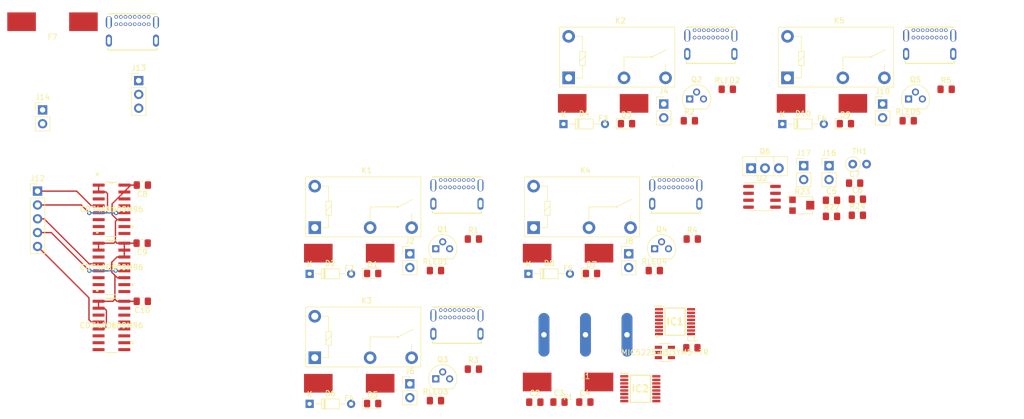
<source format=kicad_pcb>
(kicad_pcb (version 20171130) (host pcbnew "(5.1.5)-3")

  (general
    (thickness 1.6)
    (drawings 0)
    (tracks 72)
    (zones 0)
    (modules 76)
    (nets 134)
  )

  (page A4)
  (layers
    (0 F.Cu signal)
    (31 B.Cu signal)
    (32 B.Adhes user)
    (33 F.Adhes user)
    (34 B.Paste user)
    (35 F.Paste user)
    (36 B.SilkS user)
    (37 F.SilkS user)
    (38 B.Mask user)
    (39 F.Mask user)
    (40 Dwgs.User user)
    (41 Cmts.User user)
    (42 Eco1.User user)
    (43 Eco2.User user)
    (44 Edge.Cuts user)
    (45 Margin user)
    (46 B.CrtYd user)
    (47 F.CrtYd user)
    (48 B.Fab user)
    (49 F.Fab user)
  )

  (setup
    (last_trace_width 0.25)
    (trace_clearance 0.2)
    (zone_clearance 0.508)
    (zone_45_only no)
    (trace_min 0.2)
    (via_size 0.8)
    (via_drill 0.4)
    (via_min_size 0.4)
    (via_min_drill 0.3)
    (uvia_size 0.3)
    (uvia_drill 0.1)
    (uvias_allowed no)
    (uvia_min_size 0.2)
    (uvia_min_drill 0.1)
    (edge_width 0.05)
    (segment_width 0.2)
    (pcb_text_width 0.3)
    (pcb_text_size 1.5 1.5)
    (mod_edge_width 0.12)
    (mod_text_size 1 1)
    (mod_text_width 0.15)
    (pad_size 2 8)
    (pad_drill 1.5)
    (pad_to_mask_clearance 0.051)
    (solder_mask_min_width 0.25)
    (aux_axis_origin 0 0)
    (visible_elements 7FFFFFFF)
    (pcbplotparams
      (layerselection 0x010fc_ffffffff)
      (usegerberextensions false)
      (usegerberattributes false)
      (usegerberadvancedattributes false)
      (creategerberjobfile false)
      (excludeedgelayer true)
      (linewidth 0.100000)
      (plotframeref false)
      (viasonmask false)
      (mode 1)
      (useauxorigin false)
      (hpglpennumber 1)
      (hpglpenspeed 20)
      (hpglpendiameter 15.000000)
      (psnegative false)
      (psa4output false)
      (plotreference true)
      (plotvalue true)
      (plotinvisibletext false)
      (padsonsilk false)
      (subtractmaskfromsilk false)
      (outputformat 1)
      (mirror false)
      (drillshape 0)
      (scaleselection 1)
      (outputdirectory ""))
  )

  (net 0 "")
  (net 1 GND)
  (net 2 "Net-(D1-Pad2)")
  (net 3 "Net-(D1-Pad1)")
  (net 4 VCC)
  (net 5 "Net-(D3-Pad1)")
  (net 6 "Net-(D3-Pad2)")
  (net 7 "Net-(D5-Pad1)")
  (net 8 "Net-(D5-Pad2)")
  (net 9 "Net-(D7-Pad2)")
  (net 10 "Net-(D7-Pad1)")
  (net 11 "Net-(D10-Pad2)")
  (net 12 "Net-(D9-Pad2)")
  (net 13 "Net-(F2-Pad1)")
  (net 14 "Net-(F2-Pad2)")
  (net 15 "Net-(F3-Pad2)")
  (net 16 "Net-(F3-Pad1)")
  (net 17 "Net-(F4-Pad1)")
  (net 18 "Net-(F4-Pad2)")
  (net 19 "Net-(F5-Pad1)")
  (net 20 "Net-(F5-Pad2)")
  (net 21 "Net-(F6-Pad2)")
  (net 22 "Net-(F6-Pad1)")
  (net 23 "Net-(J3-PadB5)")
  (net 24 "Net-(J3-PadA5)")
  (net 25 "Net-(J5-PadA5)")
  (net 26 "Net-(J5-PadB5)")
  (net 27 "Net-(J7-PadB5)")
  (net 28 "Net-(J7-PadA5)")
  (net 29 "Net-(J9-PadA5)")
  (net 30 "Net-(J9-PadB5)")
  (net 31 "Net-(J11-PadA5)")
  (net 32 "Net-(J11-PadB5)")
  (net 33 "Net-(J15-PadB5)")
  (net 34 "Net-(J15-PadA5)")
  (net 35 "Net-(J16-Pad1)")
  (net 36 "Net-(Q1-Pad2)")
  (net 37 "Net-(Q2-Pad2)")
  (net 38 "Net-(Q3-Pad2)")
  (net 39 "Net-(Q4-Pad2)")
  (net 40 "Net-(Q5-Pad2)")
  (net 41 "Net-(Q6-Pad1)")
  (net 42 /PiCl_relay1/E)
  (net 43 "Net-(U1-Pad4)")
  (net 44 "Net-(U6-Pad15)")
  (net 45 "Net-(U6-Pad14)")
  (net 46 "Net-(U6-Pad13)")
  (net 47 "Net-(U6-Pad12)")
  (net 48 "Net-(U6-Pad11)")
  (net 49 "Net-(U6-Pad10)")
  (net 50 "Net-(U6-Pad9)")
  (net 51 "Net-(C5-Pad1)")
  (net 52 "Net-(C7-Pad1)")
  (net 53 "Net-(R22-Pad1)")
  (net 54 "Net-(R23-Pad1)")
  (net 55 "Net-(R24-Pad2)")
  (net 56 3V3)
  (net 57 "Net-(F1-Pad1)")
  (net 58 FVCC)
  (net 59 "Net-(F7-Pad2)")
  (net 60 Rx3)
  (net 61 Rx2)
  (net 62 Rx1)
  (net 63 Rx4)
  (net 64 SS1)
  (net 65 SS2)
  (net 66 SS3)
  (net 67 "Net-(IC1-Pad7)")
  (net 68 SE)
  (net 69 "Net-(IC1-Pad5)")
  (net 70 "Net-(IC1-Pad4)")
  (net 71 MTx)
  (net 72 "Net-(IC1-Pad2)")
  (net 73 Rx5)
  (net 74 Tx5)
  (net 75 "Net-(IC2-Pad2)")
  (net 76 MRx)
  (net 77 "Net-(IC2-Pad4)")
  (net 78 "Net-(IC2-Pad5)")
  (net 79 "Net-(IC2-Pad7)")
  (net 80 Tx4)
  (net 81 Tx1)
  (net 82 Tx2)
  (net 83 Tx3)
  (net 84 "Net-(J3-PadB8)")
  (net 85 "Net-(J3-PadB7)")
  (net 86 "Net-(J3-PadB6)")
  (net 87 "Net-(J3-PadA8)")
  (net 88 "Net-(J3-PadA7)")
  (net 89 "Net-(J3-PadA6)")
  (net 90 "Net-(J5-PadA6)")
  (net 91 "Net-(J5-PadA7)")
  (net 92 "Net-(J5-PadA8)")
  (net 93 "Net-(J5-PadB6)")
  (net 94 "Net-(J5-PadB7)")
  (net 95 "Net-(J5-PadB8)")
  (net 96 "Net-(J7-PadB8)")
  (net 97 "Net-(J7-PadB7)")
  (net 98 "Net-(J7-PadB6)")
  (net 99 "Net-(J7-PadA8)")
  (net 100 "Net-(J7-PadA7)")
  (net 101 "Net-(J7-PadA6)")
  (net 102 "Net-(J9-PadA6)")
  (net 103 "Net-(J9-PadA7)")
  (net 104 "Net-(J9-PadA8)")
  (net 105 "Net-(J9-PadB6)")
  (net 106 "Net-(J9-PadB7)")
  (net 107 "Net-(J9-PadB8)")
  (net 108 "Net-(J11-PadA6)")
  (net 109 "Net-(J11-PadA7)")
  (net 110 "Net-(J11-PadA8)")
  (net 111 "Net-(J11-PadB6)")
  (net 112 "Net-(J11-PadB7)")
  (net 113 "Net-(J11-PadB8)")
  (net 114 PEP1)
  (net 115 PEP2)
  (net 116 PEP3)
  (net 117 PEP4)
  (net 118 PEP5)
  (net 119 "Net-(J15-PadB8)")
  (net 120 "Net-(J15-PadB7)")
  (net 121 "Net-(J15-PadB6)")
  (net 122 "Net-(J15-PadA8)")
  (net 123 "Net-(J15-PadA7)")
  (net 124 "Net-(J15-PadA6)")
  (net 125 /sheet5E9D210F/E)
  (net 126 /sheet5E9E3F57/E)
  (net 127 /sheet5E9E6EC9/E)
  (net 128 /sheet5E9E9D9B/E)
  (net 129 "Net-(U4-Pad7)")
  (net 130 "Net-(U4-Pad9)")
  (net 131 "Net-(U5-Pad9)")
  (net 132 "Net-(U5-Pad7)")
  (net 133 "Net-(U6-Pad7)")

  (net_class Default "This is the default net class."
    (clearance 0.2)
    (trace_width 0.25)
    (via_dia 0.8)
    (via_drill 0.4)
    (uvia_dia 0.3)
    (uvia_drill 0.1)
    (add_net /PiCl_relay1/E)
    (add_net /sheet5E9D210F/E)
    (add_net /sheet5E9E3F57/E)
    (add_net /sheet5E9E6EC9/E)
    (add_net /sheet5E9E9D9B/E)
    (add_net 3V3)
    (add_net FVCC)
    (add_net GND)
    (add_net MRx)
    (add_net MTx)
    (add_net "Net-(C5-Pad1)")
    (add_net "Net-(C7-Pad1)")
    (add_net "Net-(D1-Pad1)")
    (add_net "Net-(D1-Pad2)")
    (add_net "Net-(D10-Pad2)")
    (add_net "Net-(D3-Pad1)")
    (add_net "Net-(D3-Pad2)")
    (add_net "Net-(D5-Pad1)")
    (add_net "Net-(D5-Pad2)")
    (add_net "Net-(D7-Pad1)")
    (add_net "Net-(D7-Pad2)")
    (add_net "Net-(D9-Pad2)")
    (add_net "Net-(F1-Pad1)")
    (add_net "Net-(F2-Pad1)")
    (add_net "Net-(F2-Pad2)")
    (add_net "Net-(F3-Pad1)")
    (add_net "Net-(F3-Pad2)")
    (add_net "Net-(F4-Pad1)")
    (add_net "Net-(F4-Pad2)")
    (add_net "Net-(F5-Pad1)")
    (add_net "Net-(F5-Pad2)")
    (add_net "Net-(F6-Pad1)")
    (add_net "Net-(F6-Pad2)")
    (add_net "Net-(F7-Pad2)")
    (add_net "Net-(IC1-Pad2)")
    (add_net "Net-(IC1-Pad4)")
    (add_net "Net-(IC1-Pad5)")
    (add_net "Net-(IC1-Pad7)")
    (add_net "Net-(IC2-Pad2)")
    (add_net "Net-(IC2-Pad4)")
    (add_net "Net-(IC2-Pad5)")
    (add_net "Net-(IC2-Pad7)")
    (add_net "Net-(J11-PadA5)")
    (add_net "Net-(J11-PadA6)")
    (add_net "Net-(J11-PadA7)")
    (add_net "Net-(J11-PadA8)")
    (add_net "Net-(J11-PadB5)")
    (add_net "Net-(J11-PadB6)")
    (add_net "Net-(J11-PadB7)")
    (add_net "Net-(J11-PadB8)")
    (add_net "Net-(J15-PadA5)")
    (add_net "Net-(J15-PadA6)")
    (add_net "Net-(J15-PadA7)")
    (add_net "Net-(J15-PadA8)")
    (add_net "Net-(J15-PadB5)")
    (add_net "Net-(J15-PadB6)")
    (add_net "Net-(J15-PadB7)")
    (add_net "Net-(J15-PadB8)")
    (add_net "Net-(J16-Pad1)")
    (add_net "Net-(J3-PadA5)")
    (add_net "Net-(J3-PadA6)")
    (add_net "Net-(J3-PadA7)")
    (add_net "Net-(J3-PadA8)")
    (add_net "Net-(J3-PadB5)")
    (add_net "Net-(J3-PadB6)")
    (add_net "Net-(J3-PadB7)")
    (add_net "Net-(J3-PadB8)")
    (add_net "Net-(J5-PadA5)")
    (add_net "Net-(J5-PadA6)")
    (add_net "Net-(J5-PadA7)")
    (add_net "Net-(J5-PadA8)")
    (add_net "Net-(J5-PadB5)")
    (add_net "Net-(J5-PadB6)")
    (add_net "Net-(J5-PadB7)")
    (add_net "Net-(J5-PadB8)")
    (add_net "Net-(J7-PadA5)")
    (add_net "Net-(J7-PadA6)")
    (add_net "Net-(J7-PadA7)")
    (add_net "Net-(J7-PadA8)")
    (add_net "Net-(J7-PadB5)")
    (add_net "Net-(J7-PadB6)")
    (add_net "Net-(J7-PadB7)")
    (add_net "Net-(J7-PadB8)")
    (add_net "Net-(J9-PadA5)")
    (add_net "Net-(J9-PadA6)")
    (add_net "Net-(J9-PadA7)")
    (add_net "Net-(J9-PadA8)")
    (add_net "Net-(J9-PadB5)")
    (add_net "Net-(J9-PadB6)")
    (add_net "Net-(J9-PadB7)")
    (add_net "Net-(J9-PadB8)")
    (add_net "Net-(Q1-Pad2)")
    (add_net "Net-(Q2-Pad2)")
    (add_net "Net-(Q3-Pad2)")
    (add_net "Net-(Q4-Pad2)")
    (add_net "Net-(Q5-Pad2)")
    (add_net "Net-(Q6-Pad1)")
    (add_net "Net-(R22-Pad1)")
    (add_net "Net-(R23-Pad1)")
    (add_net "Net-(R24-Pad2)")
    (add_net "Net-(U1-Pad4)")
    (add_net "Net-(U4-Pad7)")
    (add_net "Net-(U4-Pad9)")
    (add_net "Net-(U5-Pad7)")
    (add_net "Net-(U5-Pad9)")
    (add_net "Net-(U6-Pad10)")
    (add_net "Net-(U6-Pad11)")
    (add_net "Net-(U6-Pad12)")
    (add_net "Net-(U6-Pad13)")
    (add_net "Net-(U6-Pad14)")
    (add_net "Net-(U6-Pad15)")
    (add_net "Net-(U6-Pad7)")
    (add_net "Net-(U6-Pad9)")
    (add_net PEP1)
    (add_net PEP2)
    (add_net PEP3)
    (add_net PEP4)
    (add_net PEP5)
    (add_net Rx1)
    (add_net Rx2)
    (add_net Rx3)
    (add_net Rx4)
    (add_net Rx5)
    (add_net SE)
    (add_net SS1)
    (add_net SS2)
    (add_net SS3)
    (add_net Tx1)
    (add_net Tx2)
    (add_net Tx3)
    (add_net Tx4)
    (add_net Tx5)
    (add_net VCC)
  )

  (net_class "PSU 5v" ""
    (clearance 0.2)
    (trace_width 8.09)
    (via_dia 0.8)
    (via_drill 0.4)
    (uvia_dia 0.3)
    (uvia_drill 0.1)
  )

  (net_class "RLY 5v" ""
    (clearance 0.2)
    (trace_width 0.7)
    (via_dia 0.8)
    (via_drill 0.4)
    (uvia_dia 0.3)
    (uvia_drill 0.1)
  )

  (module Capacitor_SMD:C_0805_2012Metric_Pad1.15x1.40mm_HandSolder (layer F.Cu) (tedit 5B36C52B) (tstamp 5E71AA99)
    (at 143.375001 111.565001)
    (descr "Capacitor SMD 0805 (2012 Metric), square (rectangular) end terminal, IPC_7351 nominal with elongated pad for handsoldering. (Body size source: https://docs.google.com/spreadsheets/d/1BsfQQcO9C6DZCsRaXUlFlo91Tg2WpOkGARC1WS5S8t0/edit?usp=sharing), generated with kicad-footprint-generator")
    (tags "capacitor handsolder")
    (path /5EB63C5D)
    (attr smd)
    (fp_text reference C1 (at 0 -1.65) (layer F.SilkS)
      (effects (font (size 1 1) (thickness 0.15)))
    )
    (fp_text value 0.1u (at 0 1.65) (layer F.Fab)
      (effects (font (size 1 1) (thickness 0.15)))
    )
    (fp_text user %R (at 0 0) (layer F.Fab)
      (effects (font (size 0.5 0.5) (thickness 0.08)))
    )
    (fp_line (start 1.85 0.95) (end -1.85 0.95) (layer F.CrtYd) (width 0.05))
    (fp_line (start 1.85 -0.95) (end 1.85 0.95) (layer F.CrtYd) (width 0.05))
    (fp_line (start -1.85 -0.95) (end 1.85 -0.95) (layer F.CrtYd) (width 0.05))
    (fp_line (start -1.85 0.95) (end -1.85 -0.95) (layer F.CrtYd) (width 0.05))
    (fp_line (start -0.261252 0.71) (end 0.261252 0.71) (layer F.SilkS) (width 0.12))
    (fp_line (start -0.261252 -0.71) (end 0.261252 -0.71) (layer F.SilkS) (width 0.12))
    (fp_line (start 1 0.6) (end -1 0.6) (layer F.Fab) (width 0.1))
    (fp_line (start 1 -0.6) (end 1 0.6) (layer F.Fab) (width 0.1))
    (fp_line (start -1 -0.6) (end 1 -0.6) (layer F.Fab) (width 0.1))
    (fp_line (start -1 0.6) (end -1 -0.6) (layer F.Fab) (width 0.1))
    (pad 2 smd roundrect (at 1.025 0) (size 1.15 1.4) (layers F.Cu F.Paste F.Mask) (roundrect_rratio 0.217391)
      (net 56 3V3))
    (pad 1 smd roundrect (at -1.025 0) (size 1.15 1.4) (layers F.Cu F.Paste F.Mask) (roundrect_rratio 0.217391)
      (net 1 GND))
    (model ${KISYS3DMOD}/Capacitor_SMD.3dshapes/C_0805_2012Metric.wrl
      (at (xyz 0 0 0))
      (scale (xyz 1 1 1))
      (rotate (xyz 0 0 0))
    )
  )

  (module Capacitor_SMD:C_0805_2012Metric_Pad1.15x1.40mm_HandSolder (layer F.Cu) (tedit 5B36C52B) (tstamp 5E71AAAA)
    (at 114.555 121.56)
    (descr "Capacitor SMD 0805 (2012 Metric), square (rectangular) end terminal, IPC_7351 nominal with elongated pad for handsoldering. (Body size source: https://docs.google.com/spreadsheets/d/1BsfQQcO9C6DZCsRaXUlFlo91Tg2WpOkGARC1WS5S8t0/edit?usp=sharing), generated with kicad-footprint-generator")
    (tags "capacitor handsolder")
    (path /5EB66F07)
    (attr smd)
    (fp_text reference C2 (at 0 -1.65) (layer F.SilkS)
      (effects (font (size 1 1) (thickness 0.15)))
    )
    (fp_text value 0.1u (at 0 1.65) (layer F.Fab)
      (effects (font (size 1 1) (thickness 0.15)))
    )
    (fp_line (start -1 0.6) (end -1 -0.6) (layer F.Fab) (width 0.1))
    (fp_line (start -1 -0.6) (end 1 -0.6) (layer F.Fab) (width 0.1))
    (fp_line (start 1 -0.6) (end 1 0.6) (layer F.Fab) (width 0.1))
    (fp_line (start 1 0.6) (end -1 0.6) (layer F.Fab) (width 0.1))
    (fp_line (start -0.261252 -0.71) (end 0.261252 -0.71) (layer F.SilkS) (width 0.12))
    (fp_line (start -0.261252 0.71) (end 0.261252 0.71) (layer F.SilkS) (width 0.12))
    (fp_line (start -1.85 0.95) (end -1.85 -0.95) (layer F.CrtYd) (width 0.05))
    (fp_line (start -1.85 -0.95) (end 1.85 -0.95) (layer F.CrtYd) (width 0.05))
    (fp_line (start 1.85 -0.95) (end 1.85 0.95) (layer F.CrtYd) (width 0.05))
    (fp_line (start 1.85 0.95) (end -1.85 0.95) (layer F.CrtYd) (width 0.05))
    (fp_text user %R (at 0 0) (layer F.Fab)
      (effects (font (size 0.5 0.5) (thickness 0.08)))
    )
    (pad 1 smd roundrect (at -1.025 0) (size 1.15 1.4) (layers F.Cu F.Paste F.Mask) (roundrect_rratio 0.217391)
      (net 1 GND))
    (pad 2 smd roundrect (at 1.025 0) (size 1.15 1.4) (layers F.Cu F.Paste F.Mask) (roundrect_rratio 0.217391)
      (net 56 3V3))
    (model ${KISYS3DMOD}/Capacitor_SMD.3dshapes/C_0805_2012Metric.wrl
      (at (xyz 0 0 0))
      (scale (xyz 1 1 1))
      (rotate (xyz 0 0 0))
    )
  )

  (module Capacitor_SMD:C_0805_2012Metric_Pad1.15x1.40mm_HandSolder (layer F.Cu) (tedit 5B36C52B) (tstamp 5E71AABB)
    (at 118.985001 121.545001)
    (descr "Capacitor SMD 0805 (2012 Metric), square (rectangular) end terminal, IPC_7351 nominal with elongated pad for handsoldering. (Body size source: https://docs.google.com/spreadsheets/d/1BsfQQcO9C6DZCsRaXUlFlo91Tg2WpOkGARC1WS5S8t0/edit?usp=sharing), generated with kicad-footprint-generator")
    (tags "capacitor handsolder")
    (path /5EB583E6)
    (attr smd)
    (fp_text reference C3 (at 0 -1.65) (layer F.SilkS)
      (effects (font (size 1 1) (thickness 0.15)))
    )
    (fp_text value 1u (at 0 1.65) (layer F.Fab)
      (effects (font (size 1 1) (thickness 0.15)))
    )
    (fp_line (start -1 0.6) (end -1 -0.6) (layer F.Fab) (width 0.1))
    (fp_line (start -1 -0.6) (end 1 -0.6) (layer F.Fab) (width 0.1))
    (fp_line (start 1 -0.6) (end 1 0.6) (layer F.Fab) (width 0.1))
    (fp_line (start 1 0.6) (end -1 0.6) (layer F.Fab) (width 0.1))
    (fp_line (start -0.261252 -0.71) (end 0.261252 -0.71) (layer F.SilkS) (width 0.12))
    (fp_line (start -0.261252 0.71) (end 0.261252 0.71) (layer F.SilkS) (width 0.12))
    (fp_line (start -1.85 0.95) (end -1.85 -0.95) (layer F.CrtYd) (width 0.05))
    (fp_line (start -1.85 -0.95) (end 1.85 -0.95) (layer F.CrtYd) (width 0.05))
    (fp_line (start 1.85 -0.95) (end 1.85 0.95) (layer F.CrtYd) (width 0.05))
    (fp_line (start 1.85 0.95) (end -1.85 0.95) (layer F.CrtYd) (width 0.05))
    (fp_text user %R (at 0 0) (layer F.Fab)
      (effects (font (size 0.5 0.5) (thickness 0.08)))
    )
    (pad 1 smd roundrect (at -1.025 0) (size 1.15 1.4) (layers F.Cu F.Paste F.Mask) (roundrect_rratio 0.217391)
      (net 4 VCC))
    (pad 2 smd roundrect (at 1.025 0) (size 1.15 1.4) (layers F.Cu F.Paste F.Mask) (roundrect_rratio 0.217391)
      (net 1 GND))
    (model ${KISYS3DMOD}/Capacitor_SMD.3dshapes/C_0805_2012Metric.wrl
      (at (xyz 0 0 0))
      (scale (xyz 1 1 1))
      (rotate (xyz 0 0 0))
    )
  )

  (module Capacitor_SMD:C_0805_2012Metric_Pad1.15x1.40mm_HandSolder (layer F.Cu) (tedit 5B36C52B) (tstamp 5E71AACC)
    (at 123.735001 121.545001)
    (descr "Capacitor SMD 0805 (2012 Metric), square (rectangular) end terminal, IPC_7351 nominal with elongated pad for handsoldering. (Body size source: https://docs.google.com/spreadsheets/d/1BsfQQcO9C6DZCsRaXUlFlo91Tg2WpOkGARC1WS5S8t0/edit?usp=sharing), generated with kicad-footprint-generator")
    (tags "capacitor handsolder")
    (path /5EB583DC)
    (attr smd)
    (fp_text reference C4 (at 0 -1.65) (layer F.SilkS)
      (effects (font (size 1 1) (thickness 0.15)))
    )
    (fp_text value 2.2u (at 0 1.65) (layer F.Fab)
      (effects (font (size 1 1) (thickness 0.15)))
    )
    (fp_text user %R (at 0 0) (layer F.Fab)
      (effects (font (size 0.5 0.5) (thickness 0.08)))
    )
    (fp_line (start 1.85 0.95) (end -1.85 0.95) (layer F.CrtYd) (width 0.05))
    (fp_line (start 1.85 -0.95) (end 1.85 0.95) (layer F.CrtYd) (width 0.05))
    (fp_line (start -1.85 -0.95) (end 1.85 -0.95) (layer F.CrtYd) (width 0.05))
    (fp_line (start -1.85 0.95) (end -1.85 -0.95) (layer F.CrtYd) (width 0.05))
    (fp_line (start -0.261252 0.71) (end 0.261252 0.71) (layer F.SilkS) (width 0.12))
    (fp_line (start -0.261252 -0.71) (end 0.261252 -0.71) (layer F.SilkS) (width 0.12))
    (fp_line (start 1 0.6) (end -1 0.6) (layer F.Fab) (width 0.1))
    (fp_line (start 1 -0.6) (end 1 0.6) (layer F.Fab) (width 0.1))
    (fp_line (start -1 -0.6) (end 1 -0.6) (layer F.Fab) (width 0.1))
    (fp_line (start -1 0.6) (end -1 -0.6) (layer F.Fab) (width 0.1))
    (pad 2 smd roundrect (at 1.025 0) (size 1.15 1.4) (layers F.Cu F.Paste F.Mask) (roundrect_rratio 0.217391)
      (net 1 GND))
    (pad 1 smd roundrect (at -1.025 0) (size 1.15 1.4) (layers F.Cu F.Paste F.Mask) (roundrect_rratio 0.217391)
      (net 56 3V3))
    (model ${KISYS3DMOD}/Capacitor_SMD.3dshapes/C_0805_2012Metric.wrl
      (at (xyz 0 0 0))
      (scale (xyz 1 1 1))
      (rotate (xyz 0 0 0))
    )
  )

  (module Capacitor_SMD:C_0805_2012Metric_Pad1.15x1.40mm_HandSolder (layer F.Cu) (tedit 5B36C52B) (tstamp 5E71AADD)
    (at 168.995001 84.475001)
    (descr "Capacitor SMD 0805 (2012 Metric), square (rectangular) end terminal, IPC_7351 nominal with elongated pad for handsoldering. (Body size source: https://docs.google.com/spreadsheets/d/1BsfQQcO9C6DZCsRaXUlFlo91Tg2WpOkGARC1WS5S8t0/edit?usp=sharing), generated with kicad-footprint-generator")
    (tags "capacitor handsolder")
    (path /5E9BB089/5E9BFA32)
    (attr smd)
    (fp_text reference C5 (at 0 -1.65) (layer F.SilkS)
      (effects (font (size 1 1) (thickness 0.15)))
    )
    (fp_text value 0.01µ (at 0 1.65) (layer F.Fab)
      (effects (font (size 1 1) (thickness 0.15)))
    )
    (fp_line (start -1 0.6) (end -1 -0.6) (layer F.Fab) (width 0.1))
    (fp_line (start -1 -0.6) (end 1 -0.6) (layer F.Fab) (width 0.1))
    (fp_line (start 1 -0.6) (end 1 0.6) (layer F.Fab) (width 0.1))
    (fp_line (start 1 0.6) (end -1 0.6) (layer F.Fab) (width 0.1))
    (fp_line (start -0.261252 -0.71) (end 0.261252 -0.71) (layer F.SilkS) (width 0.12))
    (fp_line (start -0.261252 0.71) (end 0.261252 0.71) (layer F.SilkS) (width 0.12))
    (fp_line (start -1.85 0.95) (end -1.85 -0.95) (layer F.CrtYd) (width 0.05))
    (fp_line (start -1.85 -0.95) (end 1.85 -0.95) (layer F.CrtYd) (width 0.05))
    (fp_line (start 1.85 -0.95) (end 1.85 0.95) (layer F.CrtYd) (width 0.05))
    (fp_line (start 1.85 0.95) (end -1.85 0.95) (layer F.CrtYd) (width 0.05))
    (fp_text user %R (at 0 0) (layer F.Fab)
      (effects (font (size 0.5 0.5) (thickness 0.08)))
    )
    (pad 1 smd roundrect (at -1.025 0) (size 1.15 1.4) (layers F.Cu F.Paste F.Mask) (roundrect_rratio 0.217391)
      (net 51 "Net-(C5-Pad1)"))
    (pad 2 smd roundrect (at 1.025 0) (size 1.15 1.4) (layers F.Cu F.Paste F.Mask) (roundrect_rratio 0.217391)
      (net 1 GND))
    (model ${KISYS3DMOD}/Capacitor_SMD.3dshapes/C_0805_2012Metric.wrl
      (at (xyz 0 0 0))
      (scale (xyz 1 1 1))
      (rotate (xyz 0 0 0))
    )
  )

  (module Capacitor_SMD:C_0805_2012Metric_Pad1.15x1.40mm_HandSolder (layer F.Cu) (tedit 5B36C52B) (tstamp 5E71AAEE)
    (at 173.745001 84.275001)
    (descr "Capacitor SMD 0805 (2012 Metric), square (rectangular) end terminal, IPC_7351 nominal with elongated pad for handsoldering. (Body size source: https://docs.google.com/spreadsheets/d/1BsfQQcO9C6DZCsRaXUlFlo91Tg2WpOkGARC1WS5S8t0/edit?usp=sharing), generated with kicad-footprint-generator")
    (tags "capacitor handsolder")
    (path /5E9BB089/5E71C79F)
    (attr smd)
    (fp_text reference C6 (at 0 -1.65) (layer F.SilkS)
      (effects (font (size 1 1) (thickness 0.15)))
    )
    (fp_text value 0.1u (at 0 1.65) (layer F.Fab)
      (effects (font (size 1 1) (thickness 0.15)))
    )
    (fp_text user %R (at 0 0) (layer F.Fab)
      (effects (font (size 0.5 0.5) (thickness 0.08)))
    )
    (fp_line (start 1.85 0.95) (end -1.85 0.95) (layer F.CrtYd) (width 0.05))
    (fp_line (start 1.85 -0.95) (end 1.85 0.95) (layer F.CrtYd) (width 0.05))
    (fp_line (start -1.85 -0.95) (end 1.85 -0.95) (layer F.CrtYd) (width 0.05))
    (fp_line (start -1.85 0.95) (end -1.85 -0.95) (layer F.CrtYd) (width 0.05))
    (fp_line (start -0.261252 0.71) (end 0.261252 0.71) (layer F.SilkS) (width 0.12))
    (fp_line (start -0.261252 -0.71) (end 0.261252 -0.71) (layer F.SilkS) (width 0.12))
    (fp_line (start 1 0.6) (end -1 0.6) (layer F.Fab) (width 0.1))
    (fp_line (start 1 -0.6) (end 1 0.6) (layer F.Fab) (width 0.1))
    (fp_line (start -1 -0.6) (end 1 -0.6) (layer F.Fab) (width 0.1))
    (fp_line (start -1 0.6) (end -1 -0.6) (layer F.Fab) (width 0.1))
    (pad 2 smd roundrect (at 1.025 0) (size 1.15 1.4) (layers F.Cu F.Paste F.Mask) (roundrect_rratio 0.217391)
      (net 1 GND))
    (pad 1 smd roundrect (at -1.025 0) (size 1.15 1.4) (layers F.Cu F.Paste F.Mask) (roundrect_rratio 0.217391)
      (net 4 VCC))
    (model ${KISYS3DMOD}/Capacitor_SMD.3dshapes/C_0805_2012Metric.wrl
      (at (xyz 0 0 0))
      (scale (xyz 1 1 1))
      (rotate (xyz 0 0 0))
    )
  )

  (module Capacitor_SMD:C_0805_2012Metric_Pad1.15x1.40mm_HandSolder (layer F.Cu) (tedit 5B36C52B) (tstamp 5E71AAFF)
    (at 173.245001 81.325001)
    (descr "Capacitor SMD 0805 (2012 Metric), square (rectangular) end terminal, IPC_7351 nominal with elongated pad for handsoldering. (Body size source: https://docs.google.com/spreadsheets/d/1BsfQQcO9C6DZCsRaXUlFlo91Tg2WpOkGARC1WS5S8t0/edit?usp=sharing), generated with kicad-footprint-generator")
    (tags "capacitor handsolder")
    (path /5E9BB089/5E9BFA44)
    (attr smd)
    (fp_text reference C7 (at 0 -1.65) (layer F.SilkS)
      (effects (font (size 1 1) (thickness 0.15)))
    )
    (fp_text value 0.1µ (at 0 1.65) (layer F.Fab)
      (effects (font (size 1 1) (thickness 0.15)))
    )
    (fp_text user %R (at 0 0) (layer F.Fab)
      (effects (font (size 0.5 0.5) (thickness 0.08)))
    )
    (fp_line (start 1.85 0.95) (end -1.85 0.95) (layer F.CrtYd) (width 0.05))
    (fp_line (start 1.85 -0.95) (end 1.85 0.95) (layer F.CrtYd) (width 0.05))
    (fp_line (start -1.85 -0.95) (end 1.85 -0.95) (layer F.CrtYd) (width 0.05))
    (fp_line (start -1.85 0.95) (end -1.85 -0.95) (layer F.CrtYd) (width 0.05))
    (fp_line (start -0.261252 0.71) (end 0.261252 0.71) (layer F.SilkS) (width 0.12))
    (fp_line (start -0.261252 -0.71) (end 0.261252 -0.71) (layer F.SilkS) (width 0.12))
    (fp_line (start 1 0.6) (end -1 0.6) (layer F.Fab) (width 0.1))
    (fp_line (start 1 -0.6) (end 1 0.6) (layer F.Fab) (width 0.1))
    (fp_line (start -1 -0.6) (end 1 -0.6) (layer F.Fab) (width 0.1))
    (fp_line (start -1 0.6) (end -1 -0.6) (layer F.Fab) (width 0.1))
    (pad 2 smd roundrect (at 1.025 0) (size 1.15 1.4) (layers F.Cu F.Paste F.Mask) (roundrect_rratio 0.217391)
      (net 1 GND))
    (pad 1 smd roundrect (at -1.025 0) (size 1.15 1.4) (layers F.Cu F.Paste F.Mask) (roundrect_rratio 0.217391)
      (net 52 "Net-(C7-Pad1)"))
    (model ${KISYS3DMOD}/Capacitor_SMD.3dshapes/C_0805_2012Metric.wrl
      (at (xyz 0 0 0))
      (scale (xyz 1 1 1))
      (rotate (xyz 0 0 0))
    )
  )

  (module Capacitor_SMD:C_0805_2012Metric_Pad1.15x1.40mm_HandSolder (layer F.Cu) (tedit 5B36C52B) (tstamp 5E71C6DB)
    (at 42.535 81.68 180)
    (descr "Capacitor SMD 0805 (2012 Metric), square (rectangular) end terminal, IPC_7351 nominal with elongated pad for handsoldering. (Body size source: https://docs.google.com/spreadsheets/d/1BsfQQcO9C6DZCsRaXUlFlo91Tg2WpOkGARC1WS5S8t0/edit?usp=sharing), generated with kicad-footprint-generator")
    (tags "capacitor handsolder")
    (path /5E97D8A4/5EB05B59)
    (attr smd)
    (fp_text reference C8 (at 0 -1.65) (layer F.SilkS)
      (effects (font (size 1 1) (thickness 0.15)))
    )
    (fp_text value .1u (at 0 1.65) (layer F.Fab)
      (effects (font (size 1 1) (thickness 0.15)))
    )
    (fp_line (start -1 0.6) (end -1 -0.6) (layer F.Fab) (width 0.1))
    (fp_line (start -1 -0.6) (end 1 -0.6) (layer F.Fab) (width 0.1))
    (fp_line (start 1 -0.6) (end 1 0.6) (layer F.Fab) (width 0.1))
    (fp_line (start 1 0.6) (end -1 0.6) (layer F.Fab) (width 0.1))
    (fp_line (start -0.261252 -0.71) (end 0.261252 -0.71) (layer F.SilkS) (width 0.12))
    (fp_line (start -0.261252 0.71) (end 0.261252 0.71) (layer F.SilkS) (width 0.12))
    (fp_line (start -1.85 0.95) (end -1.85 -0.95) (layer F.CrtYd) (width 0.05))
    (fp_line (start -1.85 -0.95) (end 1.85 -0.95) (layer F.CrtYd) (width 0.05))
    (fp_line (start 1.85 -0.95) (end 1.85 0.95) (layer F.CrtYd) (width 0.05))
    (fp_line (start 1.85 0.95) (end -1.85 0.95) (layer F.CrtYd) (width 0.05))
    (fp_text user %R (at 0 0) (layer F.Fab)
      (effects (font (size 0.5 0.5) (thickness 0.08)))
    )
    (pad 1 smd roundrect (at -1.025 0 180) (size 1.15 1.4) (layers F.Cu F.Paste F.Mask) (roundrect_rratio 0.217391)
      (net 1 GND))
    (pad 2 smd roundrect (at 1.025 0 180) (size 1.15 1.4) (layers F.Cu F.Paste F.Mask) (roundrect_rratio 0.217391)
      (net 56 3V3))
    (model ${KISYS3DMOD}/Capacitor_SMD.3dshapes/C_0805_2012Metric.wrl
      (at (xyz 0 0 0))
      (scale (xyz 1 1 1))
      (rotate (xyz 0 0 0))
    )
  )

  (module Capacitor_SMD:C_0805_2012Metric_Pad1.15x1.40mm_HandSolder (layer F.Cu) (tedit 5B36C52B) (tstamp 5E71AB21)
    (at 42.495 92.35 180)
    (descr "Capacitor SMD 0805 (2012 Metric), square (rectangular) end terminal, IPC_7351 nominal with elongated pad for handsoldering. (Body size source: https://docs.google.com/spreadsheets/d/1BsfQQcO9C6DZCsRaXUlFlo91Tg2WpOkGARC1WS5S8t0/edit?usp=sharing), generated with kicad-footprint-generator")
    (tags "capacitor handsolder")
    (path /5E97D8A4/5EB11F2B)
    (attr smd)
    (fp_text reference C9 (at 0 -1.65) (layer F.SilkS)
      (effects (font (size 1 1) (thickness 0.15)))
    )
    (fp_text value .1u (at 0 1.65) (layer F.Fab)
      (effects (font (size 1 1) (thickness 0.15)))
    )
    (fp_line (start -1 0.6) (end -1 -0.6) (layer F.Fab) (width 0.1))
    (fp_line (start -1 -0.6) (end 1 -0.6) (layer F.Fab) (width 0.1))
    (fp_line (start 1 -0.6) (end 1 0.6) (layer F.Fab) (width 0.1))
    (fp_line (start 1 0.6) (end -1 0.6) (layer F.Fab) (width 0.1))
    (fp_line (start -0.261252 -0.71) (end 0.261252 -0.71) (layer F.SilkS) (width 0.12))
    (fp_line (start -0.261252 0.71) (end 0.261252 0.71) (layer F.SilkS) (width 0.12))
    (fp_line (start -1.85 0.95) (end -1.85 -0.95) (layer F.CrtYd) (width 0.05))
    (fp_line (start -1.85 -0.95) (end 1.85 -0.95) (layer F.CrtYd) (width 0.05))
    (fp_line (start 1.85 -0.95) (end 1.85 0.95) (layer F.CrtYd) (width 0.05))
    (fp_line (start 1.85 0.95) (end -1.85 0.95) (layer F.CrtYd) (width 0.05))
    (fp_text user %R (at 0 0) (layer F.Fab)
      (effects (font (size 0.5 0.5) (thickness 0.08)))
    )
    (pad 1 smd roundrect (at -1.025 0 180) (size 1.15 1.4) (layers F.Cu F.Paste F.Mask) (roundrect_rratio 0.217391)
      (net 1 GND))
    (pad 2 smd roundrect (at 1.025 0 180) (size 1.15 1.4) (layers F.Cu F.Paste F.Mask) (roundrect_rratio 0.217391)
      (net 56 3V3))
    (model ${KISYS3DMOD}/Capacitor_SMD.3dshapes/C_0805_2012Metric.wrl
      (at (xyz 0 0 0))
      (scale (xyz 1 1 1))
      (rotate (xyz 0 0 0))
    )
  )

  (module Capacitor_SMD:C_0805_2012Metric_Pad1.15x1.40mm_HandSolder (layer F.Cu) (tedit 5B36C52B) (tstamp 5E71AB32)
    (at 42.52 103.03 180)
    (descr "Capacitor SMD 0805 (2012 Metric), square (rectangular) end terminal, IPC_7351 nominal with elongated pad for handsoldering. (Body size source: https://docs.google.com/spreadsheets/d/1BsfQQcO9C6DZCsRaXUlFlo91Tg2WpOkGARC1WS5S8t0/edit?usp=sharing), generated with kicad-footprint-generator")
    (tags "capacitor handsolder")
    (path /5E97D8A4/5EB14A86)
    (attr smd)
    (fp_text reference C10 (at 0 -1.65) (layer F.SilkS)
      (effects (font (size 1 1) (thickness 0.15)))
    )
    (fp_text value .1u (at 0 1.65) (layer F.Fab)
      (effects (font (size 1 1) (thickness 0.15)))
    )
    (fp_text user %R (at 0 0) (layer F.Fab)
      (effects (font (size 0.5 0.5) (thickness 0.08)))
    )
    (fp_line (start 1.85 0.95) (end -1.85 0.95) (layer F.CrtYd) (width 0.05))
    (fp_line (start 1.85 -0.95) (end 1.85 0.95) (layer F.CrtYd) (width 0.05))
    (fp_line (start -1.85 -0.95) (end 1.85 -0.95) (layer F.CrtYd) (width 0.05))
    (fp_line (start -1.85 0.95) (end -1.85 -0.95) (layer F.CrtYd) (width 0.05))
    (fp_line (start -0.261252 0.71) (end 0.261252 0.71) (layer F.SilkS) (width 0.12))
    (fp_line (start -0.261252 -0.71) (end 0.261252 -0.71) (layer F.SilkS) (width 0.12))
    (fp_line (start 1 0.6) (end -1 0.6) (layer F.Fab) (width 0.1))
    (fp_line (start 1 -0.6) (end 1 0.6) (layer F.Fab) (width 0.1))
    (fp_line (start -1 -0.6) (end 1 -0.6) (layer F.Fab) (width 0.1))
    (fp_line (start -1 0.6) (end -1 -0.6) (layer F.Fab) (width 0.1))
    (pad 2 smd roundrect (at 1.025 0 180) (size 1.15 1.4) (layers F.Cu F.Paste F.Mask) (roundrect_rratio 0.217391)
      (net 56 3V3))
    (pad 1 smd roundrect (at -1.025 0 180) (size 1.15 1.4) (layers F.Cu F.Paste F.Mask) (roundrect_rratio 0.217391)
      (net 1 GND))
    (model ${KISYS3DMOD}/Capacitor_SMD.3dshapes/C_0805_2012Metric.wrl
      (at (xyz 0 0 0))
      (scale (xyz 1 1 1))
      (rotate (xyz 0 0 0))
    )
  )

  (module LED_SMD:LED_0805_2012Metric_Pad1.15x1.40mm_HandSolder (layer F.Cu) (tedit 5B4B45C9) (tstamp 5E71AB45)
    (at 84.800001 97.920001)
    (descr "LED SMD 0805 (2012 Metric), square (rectangular) end terminal, IPC_7351 nominal, (Body size source: https://docs.google.com/spreadsheets/d/1BsfQQcO9C6DZCsRaXUlFlo91Tg2WpOkGARC1WS5S8t0/edit?usp=sharing), generated with kicad-footprint-generator")
    (tags "LED handsolder")
    (path /5E74A929/5E7CECB3)
    (attr smd)
    (fp_text reference D1 (at 0 -1.65) (layer F.SilkS)
      (effects (font (size 1 1) (thickness 0.15)))
    )
    (fp_text value LED (at 0 1.65) (layer F.Fab)
      (effects (font (size 1 1) (thickness 0.15)))
    )
    (fp_line (start 1 -0.6) (end -0.7 -0.6) (layer F.Fab) (width 0.1))
    (fp_line (start -0.7 -0.6) (end -1 -0.3) (layer F.Fab) (width 0.1))
    (fp_line (start -1 -0.3) (end -1 0.6) (layer F.Fab) (width 0.1))
    (fp_line (start -1 0.6) (end 1 0.6) (layer F.Fab) (width 0.1))
    (fp_line (start 1 0.6) (end 1 -0.6) (layer F.Fab) (width 0.1))
    (fp_line (start 1 -0.96) (end -1.86 -0.96) (layer F.SilkS) (width 0.12))
    (fp_line (start -1.86 -0.96) (end -1.86 0.96) (layer F.SilkS) (width 0.12))
    (fp_line (start -1.86 0.96) (end 1 0.96) (layer F.SilkS) (width 0.12))
    (fp_line (start -1.85 0.95) (end -1.85 -0.95) (layer F.CrtYd) (width 0.05))
    (fp_line (start -1.85 -0.95) (end 1.85 -0.95) (layer F.CrtYd) (width 0.05))
    (fp_line (start 1.85 -0.95) (end 1.85 0.95) (layer F.CrtYd) (width 0.05))
    (fp_line (start 1.85 0.95) (end -1.85 0.95) (layer F.CrtYd) (width 0.05))
    (fp_text user %R (at 0 0) (layer F.Fab)
      (effects (font (size 0.5 0.5) (thickness 0.08)))
    )
    (pad 1 smd roundrect (at -1.025 0) (size 1.15 1.4) (layers F.Cu F.Paste F.Mask) (roundrect_rratio 0.217391)
      (net 3 "Net-(D1-Pad1)"))
    (pad 2 smd roundrect (at 1.025 0) (size 1.15 1.4) (layers F.Cu F.Paste F.Mask) (roundrect_rratio 0.217391)
      (net 2 "Net-(D1-Pad2)"))
    (model ${KISYS3DMOD}/LED_SMD.3dshapes/LED_0805_2012Metric.wrl
      (at (xyz 0 0 0))
      (scale (xyz 1 1 1))
      (rotate (xyz 0 0 0))
    )
  )

  (module Diode_THT:D_DO-34_SOD68_P7.62mm_Horizontal (layer F.Cu) (tedit 5AE50CD5) (tstamp 5E71AB64)
    (at 73.225001 97.975001)
    (descr "Diode, DO-34_SOD68 series, Axial, Horizontal, pin pitch=7.62mm, , length*diameter=3.04*1.6mm^2, , https://www.nxp.com/docs/en/data-sheet/KTY83_SER.pdf")
    (tags "Diode DO-34_SOD68 series Axial Horizontal pin pitch 7.62mm  length 3.04mm diameter 1.6mm")
    (path /5E74A929/5E7CECBF)
    (fp_text reference D2 (at 3.81 -1.92) (layer F.SilkS)
      (effects (font (size 1 1) (thickness 0.15)))
    )
    (fp_text value 1N4007 (at 3.81 1.92) (layer F.Fab)
      (effects (font (size 1 1) (thickness 0.15)))
    )
    (fp_text user K (at 0 -1.75) (layer F.SilkS)
      (effects (font (size 1 1) (thickness 0.15)))
    )
    (fp_text user K (at 0 -1.75) (layer F.Fab)
      (effects (font (size 1 1) (thickness 0.15)))
    )
    (fp_text user %R (at 4.038 0) (layer F.Fab)
      (effects (font (size 0.608 0.608) (thickness 0.0912)))
    )
    (fp_line (start 8.63 -1.05) (end -1 -1.05) (layer F.CrtYd) (width 0.05))
    (fp_line (start 8.63 1.05) (end 8.63 -1.05) (layer F.CrtYd) (width 0.05))
    (fp_line (start -1 1.05) (end 8.63 1.05) (layer F.CrtYd) (width 0.05))
    (fp_line (start -1 -1.05) (end -1 1.05) (layer F.CrtYd) (width 0.05))
    (fp_line (start 2.626 -0.92) (end 2.626 0.92) (layer F.SilkS) (width 0.12))
    (fp_line (start 2.866 -0.92) (end 2.866 0.92) (layer F.SilkS) (width 0.12))
    (fp_line (start 2.746 -0.92) (end 2.746 0.92) (layer F.SilkS) (width 0.12))
    (fp_line (start 6.63 0) (end 5.45 0) (layer F.SilkS) (width 0.12))
    (fp_line (start 0.99 0) (end 2.17 0) (layer F.SilkS) (width 0.12))
    (fp_line (start 5.45 -0.92) (end 2.17 -0.92) (layer F.SilkS) (width 0.12))
    (fp_line (start 5.45 0.92) (end 5.45 -0.92) (layer F.SilkS) (width 0.12))
    (fp_line (start 2.17 0.92) (end 5.45 0.92) (layer F.SilkS) (width 0.12))
    (fp_line (start 2.17 -0.92) (end 2.17 0.92) (layer F.SilkS) (width 0.12))
    (fp_line (start 2.646 -0.8) (end 2.646 0.8) (layer F.Fab) (width 0.1))
    (fp_line (start 2.846 -0.8) (end 2.846 0.8) (layer F.Fab) (width 0.1))
    (fp_line (start 2.746 -0.8) (end 2.746 0.8) (layer F.Fab) (width 0.1))
    (fp_line (start 7.62 0) (end 5.33 0) (layer F.Fab) (width 0.1))
    (fp_line (start 0 0) (end 2.29 0) (layer F.Fab) (width 0.1))
    (fp_line (start 5.33 -0.8) (end 2.29 -0.8) (layer F.Fab) (width 0.1))
    (fp_line (start 5.33 0.8) (end 5.33 -0.8) (layer F.Fab) (width 0.1))
    (fp_line (start 2.29 0.8) (end 5.33 0.8) (layer F.Fab) (width 0.1))
    (fp_line (start 2.29 -0.8) (end 2.29 0.8) (layer F.Fab) (width 0.1))
    (pad 2 thru_hole oval (at 7.62 0) (size 1.5 1.5) (drill 0.75) (layers *.Cu *.Mask)
      (net 3 "Net-(D1-Pad1)"))
    (pad 1 thru_hole rect (at 0 0) (size 1.5 1.5) (drill 0.75) (layers *.Cu *.Mask)
      (net 4 VCC))
    (model ${KISYS3DMOD}/Diode_THT.3dshapes/D_DO-34_SOD68_P7.62mm_Horizontal.wrl
      (at (xyz 0 0 0))
      (scale (xyz 1 1 1))
      (rotate (xyz 0 0 0))
    )
  )

  (module LED_SMD:LED_0805_2012Metric_Pad1.15x1.40mm_HandSolder (layer F.Cu) (tedit 5B4B45C9) (tstamp 5E71AB77)
    (at 131.390001 70.400001)
    (descr "LED SMD 0805 (2012 Metric), square (rectangular) end terminal, IPC_7351 nominal, (Body size source: https://docs.google.com/spreadsheets/d/1BsfQQcO9C6DZCsRaXUlFlo91Tg2WpOkGARC1WS5S8t0/edit?usp=sharing), generated with kicad-footprint-generator")
    (tags "LED handsolder")
    (path /5E9D2114/5E7CECB3)
    (attr smd)
    (fp_text reference D3 (at 0 -1.65) (layer F.SilkS)
      (effects (font (size 1 1) (thickness 0.15)))
    )
    (fp_text value LED (at 0 1.65) (layer F.Fab)
      (effects (font (size 1 1) (thickness 0.15)))
    )
    (fp_line (start 1 -0.6) (end -0.7 -0.6) (layer F.Fab) (width 0.1))
    (fp_line (start -0.7 -0.6) (end -1 -0.3) (layer F.Fab) (width 0.1))
    (fp_line (start -1 -0.3) (end -1 0.6) (layer F.Fab) (width 0.1))
    (fp_line (start -1 0.6) (end 1 0.6) (layer F.Fab) (width 0.1))
    (fp_line (start 1 0.6) (end 1 -0.6) (layer F.Fab) (width 0.1))
    (fp_line (start 1 -0.96) (end -1.86 -0.96) (layer F.SilkS) (width 0.12))
    (fp_line (start -1.86 -0.96) (end -1.86 0.96) (layer F.SilkS) (width 0.12))
    (fp_line (start -1.86 0.96) (end 1 0.96) (layer F.SilkS) (width 0.12))
    (fp_line (start -1.85 0.95) (end -1.85 -0.95) (layer F.CrtYd) (width 0.05))
    (fp_line (start -1.85 -0.95) (end 1.85 -0.95) (layer F.CrtYd) (width 0.05))
    (fp_line (start 1.85 -0.95) (end 1.85 0.95) (layer F.CrtYd) (width 0.05))
    (fp_line (start 1.85 0.95) (end -1.85 0.95) (layer F.CrtYd) (width 0.05))
    (fp_text user %R (at 0 0) (layer F.Fab)
      (effects (font (size 0.5 0.5) (thickness 0.08)))
    )
    (pad 1 smd roundrect (at -1.025 0) (size 1.15 1.4) (layers F.Cu F.Paste F.Mask) (roundrect_rratio 0.217391)
      (net 5 "Net-(D3-Pad1)"))
    (pad 2 smd roundrect (at 1.025 0) (size 1.15 1.4) (layers F.Cu F.Paste F.Mask) (roundrect_rratio 0.217391)
      (net 6 "Net-(D3-Pad2)"))
    (model ${KISYS3DMOD}/LED_SMD.3dshapes/LED_0805_2012Metric.wrl
      (at (xyz 0 0 0))
      (scale (xyz 1 1 1))
      (rotate (xyz 0 0 0))
    )
  )

  (module Diode_THT:D_DO-34_SOD68_P7.62mm_Horizontal (layer F.Cu) (tedit 5AE50CD5) (tstamp 5E71AB96)
    (at 119.815001 70.455001)
    (descr "Diode, DO-34_SOD68 series, Axial, Horizontal, pin pitch=7.62mm, , length*diameter=3.04*1.6mm^2, , https://www.nxp.com/docs/en/data-sheet/KTY83_SER.pdf")
    (tags "Diode DO-34_SOD68 series Axial Horizontal pin pitch 7.62mm  length 3.04mm diameter 1.6mm")
    (path /5E9D2114/5E7CECBF)
    (fp_text reference D4 (at 3.81 -1.92) (layer F.SilkS)
      (effects (font (size 1 1) (thickness 0.15)))
    )
    (fp_text value 1N4007 (at 3.81 1.92) (layer F.Fab)
      (effects (font (size 1 1) (thickness 0.15)))
    )
    (fp_line (start 2.29 -0.8) (end 2.29 0.8) (layer F.Fab) (width 0.1))
    (fp_line (start 2.29 0.8) (end 5.33 0.8) (layer F.Fab) (width 0.1))
    (fp_line (start 5.33 0.8) (end 5.33 -0.8) (layer F.Fab) (width 0.1))
    (fp_line (start 5.33 -0.8) (end 2.29 -0.8) (layer F.Fab) (width 0.1))
    (fp_line (start 0 0) (end 2.29 0) (layer F.Fab) (width 0.1))
    (fp_line (start 7.62 0) (end 5.33 0) (layer F.Fab) (width 0.1))
    (fp_line (start 2.746 -0.8) (end 2.746 0.8) (layer F.Fab) (width 0.1))
    (fp_line (start 2.846 -0.8) (end 2.846 0.8) (layer F.Fab) (width 0.1))
    (fp_line (start 2.646 -0.8) (end 2.646 0.8) (layer F.Fab) (width 0.1))
    (fp_line (start 2.17 -0.92) (end 2.17 0.92) (layer F.SilkS) (width 0.12))
    (fp_line (start 2.17 0.92) (end 5.45 0.92) (layer F.SilkS) (width 0.12))
    (fp_line (start 5.45 0.92) (end 5.45 -0.92) (layer F.SilkS) (width 0.12))
    (fp_line (start 5.45 -0.92) (end 2.17 -0.92) (layer F.SilkS) (width 0.12))
    (fp_line (start 0.99 0) (end 2.17 0) (layer F.SilkS) (width 0.12))
    (fp_line (start 6.63 0) (end 5.45 0) (layer F.SilkS) (width 0.12))
    (fp_line (start 2.746 -0.92) (end 2.746 0.92) (layer F.SilkS) (width 0.12))
    (fp_line (start 2.866 -0.92) (end 2.866 0.92) (layer F.SilkS) (width 0.12))
    (fp_line (start 2.626 -0.92) (end 2.626 0.92) (layer F.SilkS) (width 0.12))
    (fp_line (start -1 -1.05) (end -1 1.05) (layer F.CrtYd) (width 0.05))
    (fp_line (start -1 1.05) (end 8.63 1.05) (layer F.CrtYd) (width 0.05))
    (fp_line (start 8.63 1.05) (end 8.63 -1.05) (layer F.CrtYd) (width 0.05))
    (fp_line (start 8.63 -1.05) (end -1 -1.05) (layer F.CrtYd) (width 0.05))
    (fp_text user %R (at 4.038 0) (layer F.Fab)
      (effects (font (size 0.608 0.608) (thickness 0.0912)))
    )
    (fp_text user K (at 0 -1.75) (layer F.Fab)
      (effects (font (size 1 1) (thickness 0.15)))
    )
    (fp_text user K (at 0 -1.75) (layer F.SilkS)
      (effects (font (size 1 1) (thickness 0.15)))
    )
    (pad 1 thru_hole rect (at 0 0) (size 1.5 1.5) (drill 0.75) (layers *.Cu *.Mask)
      (net 4 VCC))
    (pad 2 thru_hole oval (at 7.62 0) (size 1.5 1.5) (drill 0.75) (layers *.Cu *.Mask)
      (net 5 "Net-(D3-Pad1)"))
    (model ${KISYS3DMOD}/Diode_THT.3dshapes/D_DO-34_SOD68_P7.62mm_Horizontal.wrl
      (at (xyz 0 0 0))
      (scale (xyz 1 1 1))
      (rotate (xyz 0 0 0))
    )
  )

  (module LED_SMD:LED_0805_2012Metric_Pad1.15x1.40mm_HandSolder (layer F.Cu) (tedit 5B4B45C9) (tstamp 5E71ABA9)
    (at 84.800001 121.820001)
    (descr "LED SMD 0805 (2012 Metric), square (rectangular) end terminal, IPC_7351 nominal, (Body size source: https://docs.google.com/spreadsheets/d/1BsfQQcO9C6DZCsRaXUlFlo91Tg2WpOkGARC1WS5S8t0/edit?usp=sharing), generated with kicad-footprint-generator")
    (tags "LED handsolder")
    (path /5E9E3F5C/5E7CECB3)
    (attr smd)
    (fp_text reference D5 (at 0 -1.65) (layer F.SilkS)
      (effects (font (size 1 1) (thickness 0.15)))
    )
    (fp_text value LED (at 0 1.65) (layer F.Fab)
      (effects (font (size 1 1) (thickness 0.15)))
    )
    (fp_text user %R (at 0 0) (layer F.Fab)
      (effects (font (size 0.5 0.5) (thickness 0.08)))
    )
    (fp_line (start 1.85 0.95) (end -1.85 0.95) (layer F.CrtYd) (width 0.05))
    (fp_line (start 1.85 -0.95) (end 1.85 0.95) (layer F.CrtYd) (width 0.05))
    (fp_line (start -1.85 -0.95) (end 1.85 -0.95) (layer F.CrtYd) (width 0.05))
    (fp_line (start -1.85 0.95) (end -1.85 -0.95) (layer F.CrtYd) (width 0.05))
    (fp_line (start -1.86 0.96) (end 1 0.96) (layer F.SilkS) (width 0.12))
    (fp_line (start -1.86 -0.96) (end -1.86 0.96) (layer F.SilkS) (width 0.12))
    (fp_line (start 1 -0.96) (end -1.86 -0.96) (layer F.SilkS) (width 0.12))
    (fp_line (start 1 0.6) (end 1 -0.6) (layer F.Fab) (width 0.1))
    (fp_line (start -1 0.6) (end 1 0.6) (layer F.Fab) (width 0.1))
    (fp_line (start -1 -0.3) (end -1 0.6) (layer F.Fab) (width 0.1))
    (fp_line (start -0.7 -0.6) (end -1 -0.3) (layer F.Fab) (width 0.1))
    (fp_line (start 1 -0.6) (end -0.7 -0.6) (layer F.Fab) (width 0.1))
    (pad 2 smd roundrect (at 1.025 0) (size 1.15 1.4) (layers F.Cu F.Paste F.Mask) (roundrect_rratio 0.217391)
      (net 8 "Net-(D5-Pad2)"))
    (pad 1 smd roundrect (at -1.025 0) (size 1.15 1.4) (layers F.Cu F.Paste F.Mask) (roundrect_rratio 0.217391)
      (net 7 "Net-(D5-Pad1)"))
    (model ${KISYS3DMOD}/LED_SMD.3dshapes/LED_0805_2012Metric.wrl
      (at (xyz 0 0 0))
      (scale (xyz 1 1 1))
      (rotate (xyz 0 0 0))
    )
  )

  (module Diode_THT:D_DO-34_SOD68_P7.62mm_Horizontal (layer F.Cu) (tedit 5AE50CD5) (tstamp 5E71ABC8)
    (at 73.225001 121.875001)
    (descr "Diode, DO-34_SOD68 series, Axial, Horizontal, pin pitch=7.62mm, , length*diameter=3.04*1.6mm^2, , https://www.nxp.com/docs/en/data-sheet/KTY83_SER.pdf")
    (tags "Diode DO-34_SOD68 series Axial Horizontal pin pitch 7.62mm  length 3.04mm diameter 1.6mm")
    (path /5E9E3F5C/5E7CECBF)
    (fp_text reference D6 (at 3.81 -1.92) (layer F.SilkS)
      (effects (font (size 1 1) (thickness 0.15)))
    )
    (fp_text value 1N4007 (at 3.81 1.92) (layer F.Fab)
      (effects (font (size 1 1) (thickness 0.15)))
    )
    (fp_line (start 2.29 -0.8) (end 2.29 0.8) (layer F.Fab) (width 0.1))
    (fp_line (start 2.29 0.8) (end 5.33 0.8) (layer F.Fab) (width 0.1))
    (fp_line (start 5.33 0.8) (end 5.33 -0.8) (layer F.Fab) (width 0.1))
    (fp_line (start 5.33 -0.8) (end 2.29 -0.8) (layer F.Fab) (width 0.1))
    (fp_line (start 0 0) (end 2.29 0) (layer F.Fab) (width 0.1))
    (fp_line (start 7.62 0) (end 5.33 0) (layer F.Fab) (width 0.1))
    (fp_line (start 2.746 -0.8) (end 2.746 0.8) (layer F.Fab) (width 0.1))
    (fp_line (start 2.846 -0.8) (end 2.846 0.8) (layer F.Fab) (width 0.1))
    (fp_line (start 2.646 -0.8) (end 2.646 0.8) (layer F.Fab) (width 0.1))
    (fp_line (start 2.17 -0.92) (end 2.17 0.92) (layer F.SilkS) (width 0.12))
    (fp_line (start 2.17 0.92) (end 5.45 0.92) (layer F.SilkS) (width 0.12))
    (fp_line (start 5.45 0.92) (end 5.45 -0.92) (layer F.SilkS) (width 0.12))
    (fp_line (start 5.45 -0.92) (end 2.17 -0.92) (layer F.SilkS) (width 0.12))
    (fp_line (start 0.99 0) (end 2.17 0) (layer F.SilkS) (width 0.12))
    (fp_line (start 6.63 0) (end 5.45 0) (layer F.SilkS) (width 0.12))
    (fp_line (start 2.746 -0.92) (end 2.746 0.92) (layer F.SilkS) (width 0.12))
    (fp_line (start 2.866 -0.92) (end 2.866 0.92) (layer F.SilkS) (width 0.12))
    (fp_line (start 2.626 -0.92) (end 2.626 0.92) (layer F.SilkS) (width 0.12))
    (fp_line (start -1 -1.05) (end -1 1.05) (layer F.CrtYd) (width 0.05))
    (fp_line (start -1 1.05) (end 8.63 1.05) (layer F.CrtYd) (width 0.05))
    (fp_line (start 8.63 1.05) (end 8.63 -1.05) (layer F.CrtYd) (width 0.05))
    (fp_line (start 8.63 -1.05) (end -1 -1.05) (layer F.CrtYd) (width 0.05))
    (fp_text user %R (at 4.038 0) (layer F.Fab)
      (effects (font (size 0.608 0.608) (thickness 0.0912)))
    )
    (fp_text user K (at 0 -1.75) (layer F.Fab)
      (effects (font (size 1 1) (thickness 0.15)))
    )
    (fp_text user K (at 0 -1.75) (layer F.SilkS)
      (effects (font (size 1 1) (thickness 0.15)))
    )
    (pad 1 thru_hole rect (at 0 0) (size 1.5 1.5) (drill 0.75) (layers *.Cu *.Mask)
      (net 4 VCC))
    (pad 2 thru_hole oval (at 7.62 0) (size 1.5 1.5) (drill 0.75) (layers *.Cu *.Mask)
      (net 7 "Net-(D5-Pad1)"))
    (model ${KISYS3DMOD}/Diode_THT.3dshapes/D_DO-34_SOD68_P7.62mm_Horizontal.wrl
      (at (xyz 0 0 0))
      (scale (xyz 1 1 1))
      (rotate (xyz 0 0 0))
    )
  )

  (module LED_SMD:LED_0805_2012Metric_Pad1.15x1.40mm_HandSolder (layer F.Cu) (tedit 5B4B45C9) (tstamp 5E71ABDB)
    (at 124.960001 97.920001)
    (descr "LED SMD 0805 (2012 Metric), square (rectangular) end terminal, IPC_7351 nominal, (Body size source: https://docs.google.com/spreadsheets/d/1BsfQQcO9C6DZCsRaXUlFlo91Tg2WpOkGARC1WS5S8t0/edit?usp=sharing), generated with kicad-footprint-generator")
    (tags "LED handsolder")
    (path /5E9E6ECE/5E7CECB3)
    (attr smd)
    (fp_text reference D7 (at 0 -1.65) (layer F.SilkS)
      (effects (font (size 1 1) (thickness 0.15)))
    )
    (fp_text value LED (at 0 1.65) (layer F.Fab)
      (effects (font (size 1 1) (thickness 0.15)))
    )
    (fp_line (start 1 -0.6) (end -0.7 -0.6) (layer F.Fab) (width 0.1))
    (fp_line (start -0.7 -0.6) (end -1 -0.3) (layer F.Fab) (width 0.1))
    (fp_line (start -1 -0.3) (end -1 0.6) (layer F.Fab) (width 0.1))
    (fp_line (start -1 0.6) (end 1 0.6) (layer F.Fab) (width 0.1))
    (fp_line (start 1 0.6) (end 1 -0.6) (layer F.Fab) (width 0.1))
    (fp_line (start 1 -0.96) (end -1.86 -0.96) (layer F.SilkS) (width 0.12))
    (fp_line (start -1.86 -0.96) (end -1.86 0.96) (layer F.SilkS) (width 0.12))
    (fp_line (start -1.86 0.96) (end 1 0.96) (layer F.SilkS) (width 0.12))
    (fp_line (start -1.85 0.95) (end -1.85 -0.95) (layer F.CrtYd) (width 0.05))
    (fp_line (start -1.85 -0.95) (end 1.85 -0.95) (layer F.CrtYd) (width 0.05))
    (fp_line (start 1.85 -0.95) (end 1.85 0.95) (layer F.CrtYd) (width 0.05))
    (fp_line (start 1.85 0.95) (end -1.85 0.95) (layer F.CrtYd) (width 0.05))
    (fp_text user %R (at 0 0) (layer F.Fab)
      (effects (font (size 0.5 0.5) (thickness 0.08)))
    )
    (pad 1 smd roundrect (at -1.025 0) (size 1.15 1.4) (layers F.Cu F.Paste F.Mask) (roundrect_rratio 0.217391)
      (net 10 "Net-(D7-Pad1)"))
    (pad 2 smd roundrect (at 1.025 0) (size 1.15 1.4) (layers F.Cu F.Paste F.Mask) (roundrect_rratio 0.217391)
      (net 9 "Net-(D7-Pad2)"))
    (model ${KISYS3DMOD}/LED_SMD.3dshapes/LED_0805_2012Metric.wrl
      (at (xyz 0 0 0))
      (scale (xyz 1 1 1))
      (rotate (xyz 0 0 0))
    )
  )

  (module Diode_THT:D_DO-34_SOD68_P7.62mm_Horizontal (layer F.Cu) (tedit 5AE50CD5) (tstamp 5E71ABFA)
    (at 113.385001 97.975001)
    (descr "Diode, DO-34_SOD68 series, Axial, Horizontal, pin pitch=7.62mm, , length*diameter=3.04*1.6mm^2, , https://www.nxp.com/docs/en/data-sheet/KTY83_SER.pdf")
    (tags "Diode DO-34_SOD68 series Axial Horizontal pin pitch 7.62mm  length 3.04mm diameter 1.6mm")
    (path /5E9E6ECE/5E7CECBF)
    (fp_text reference D8 (at 3.81 -1.92) (layer F.SilkS)
      (effects (font (size 1 1) (thickness 0.15)))
    )
    (fp_text value 1N4007 (at 3.81 1.92) (layer F.Fab)
      (effects (font (size 1 1) (thickness 0.15)))
    )
    (fp_text user K (at 0 -1.75) (layer F.SilkS)
      (effects (font (size 1 1) (thickness 0.15)))
    )
    (fp_text user K (at 0 -1.75) (layer F.Fab)
      (effects (font (size 1 1) (thickness 0.15)))
    )
    (fp_text user %R (at 4.038 0) (layer F.Fab)
      (effects (font (size 0.608 0.608) (thickness 0.0912)))
    )
    (fp_line (start 8.63 -1.05) (end -1 -1.05) (layer F.CrtYd) (width 0.05))
    (fp_line (start 8.63 1.05) (end 8.63 -1.05) (layer F.CrtYd) (width 0.05))
    (fp_line (start -1 1.05) (end 8.63 1.05) (layer F.CrtYd) (width 0.05))
    (fp_line (start -1 -1.05) (end -1 1.05) (layer F.CrtYd) (width 0.05))
    (fp_line (start 2.626 -0.92) (end 2.626 0.92) (layer F.SilkS) (width 0.12))
    (fp_line (start 2.866 -0.92) (end 2.866 0.92) (layer F.SilkS) (width 0.12))
    (fp_line (start 2.746 -0.92) (end 2.746 0.92) (layer F.SilkS) (width 0.12))
    (fp_line (start 6.63 0) (end 5.45 0) (layer F.SilkS) (width 0.12))
    (fp_line (start 0.99 0) (end 2.17 0) (layer F.SilkS) (width 0.12))
    (fp_line (start 5.45 -0.92) (end 2.17 -0.92) (layer F.SilkS) (width 0.12))
    (fp_line (start 5.45 0.92) (end 5.45 -0.92) (layer F.SilkS) (width 0.12))
    (fp_line (start 2.17 0.92) (end 5.45 0.92) (layer F.SilkS) (width 0.12))
    (fp_line (start 2.17 -0.92) (end 2.17 0.92) (layer F.SilkS) (width 0.12))
    (fp_line (start 2.646 -0.8) (end 2.646 0.8) (layer F.Fab) (width 0.1))
    (fp_line (start 2.846 -0.8) (end 2.846 0.8) (layer F.Fab) (width 0.1))
    (fp_line (start 2.746 -0.8) (end 2.746 0.8) (layer F.Fab) (width 0.1))
    (fp_line (start 7.62 0) (end 5.33 0) (layer F.Fab) (width 0.1))
    (fp_line (start 0 0) (end 2.29 0) (layer F.Fab) (width 0.1))
    (fp_line (start 5.33 -0.8) (end 2.29 -0.8) (layer F.Fab) (width 0.1))
    (fp_line (start 5.33 0.8) (end 5.33 -0.8) (layer F.Fab) (width 0.1))
    (fp_line (start 2.29 0.8) (end 5.33 0.8) (layer F.Fab) (width 0.1))
    (fp_line (start 2.29 -0.8) (end 2.29 0.8) (layer F.Fab) (width 0.1))
    (pad 2 thru_hole oval (at 7.62 0) (size 1.5 1.5) (drill 0.75) (layers *.Cu *.Mask)
      (net 10 "Net-(D7-Pad1)"))
    (pad 1 thru_hole rect (at 0 0) (size 1.5 1.5) (drill 0.75) (layers *.Cu *.Mask)
      (net 4 VCC))
    (model ${KISYS3DMOD}/Diode_THT.3dshapes/D_DO-34_SOD68_P7.62mm_Horizontal.wrl
      (at (xyz 0 0 0))
      (scale (xyz 1 1 1))
      (rotate (xyz 0 0 0))
    )
  )

  (module LED_SMD:LED_0805_2012Metric_Pad1.15x1.40mm_HandSolder (layer F.Cu) (tedit 5B4B45C9) (tstamp 5E71AC0D)
    (at 171.550001 70.400001)
    (descr "LED SMD 0805 (2012 Metric), square (rectangular) end terminal, IPC_7351 nominal, (Body size source: https://docs.google.com/spreadsheets/d/1BsfQQcO9C6DZCsRaXUlFlo91Tg2WpOkGARC1WS5S8t0/edit?usp=sharing), generated with kicad-footprint-generator")
    (tags "LED handsolder")
    (path /5E9E9DA0/5E7CECB3)
    (attr smd)
    (fp_text reference D9 (at 0 -1.65) (layer F.SilkS)
      (effects (font (size 1 1) (thickness 0.15)))
    )
    (fp_text value LED (at 0 1.65) (layer F.Fab)
      (effects (font (size 1 1) (thickness 0.15)))
    )
    (fp_text user %R (at 0 0) (layer F.Fab)
      (effects (font (size 0.5 0.5) (thickness 0.08)))
    )
    (fp_line (start 1.85 0.95) (end -1.85 0.95) (layer F.CrtYd) (width 0.05))
    (fp_line (start 1.85 -0.95) (end 1.85 0.95) (layer F.CrtYd) (width 0.05))
    (fp_line (start -1.85 -0.95) (end 1.85 -0.95) (layer F.CrtYd) (width 0.05))
    (fp_line (start -1.85 0.95) (end -1.85 -0.95) (layer F.CrtYd) (width 0.05))
    (fp_line (start -1.86 0.96) (end 1 0.96) (layer F.SilkS) (width 0.12))
    (fp_line (start -1.86 -0.96) (end -1.86 0.96) (layer F.SilkS) (width 0.12))
    (fp_line (start 1 -0.96) (end -1.86 -0.96) (layer F.SilkS) (width 0.12))
    (fp_line (start 1 0.6) (end 1 -0.6) (layer F.Fab) (width 0.1))
    (fp_line (start -1 0.6) (end 1 0.6) (layer F.Fab) (width 0.1))
    (fp_line (start -1 -0.3) (end -1 0.6) (layer F.Fab) (width 0.1))
    (fp_line (start -0.7 -0.6) (end -1 -0.3) (layer F.Fab) (width 0.1))
    (fp_line (start 1 -0.6) (end -0.7 -0.6) (layer F.Fab) (width 0.1))
    (pad 2 smd roundrect (at 1.025 0) (size 1.15 1.4) (layers F.Cu F.Paste F.Mask) (roundrect_rratio 0.217391)
      (net 12 "Net-(D9-Pad2)"))
    (pad 1 smd roundrect (at -1.025 0) (size 1.15 1.4) (layers F.Cu F.Paste F.Mask) (roundrect_rratio 0.217391)
      (net 11 "Net-(D10-Pad2)"))
    (model ${KISYS3DMOD}/LED_SMD.3dshapes/LED_0805_2012Metric.wrl
      (at (xyz 0 0 0))
      (scale (xyz 1 1 1))
      (rotate (xyz 0 0 0))
    )
  )

  (module Diode_THT:D_DO-34_SOD68_P7.62mm_Horizontal (layer F.Cu) (tedit 5AE50CD5) (tstamp 5E71AC2C)
    (at 159.975001 70.455001)
    (descr "Diode, DO-34_SOD68 series, Axial, Horizontal, pin pitch=7.62mm, , length*diameter=3.04*1.6mm^2, , https://www.nxp.com/docs/en/data-sheet/KTY83_SER.pdf")
    (tags "Diode DO-34_SOD68 series Axial Horizontal pin pitch 7.62mm  length 3.04mm diameter 1.6mm")
    (path /5E9E9DA0/5E7CECBF)
    (fp_text reference D10 (at 3.81 -1.92) (layer F.SilkS)
      (effects (font (size 1 1) (thickness 0.15)))
    )
    (fp_text value 1N4007 (at 3.81 1.92) (layer F.Fab)
      (effects (font (size 1 1) (thickness 0.15)))
    )
    (fp_line (start 2.29 -0.8) (end 2.29 0.8) (layer F.Fab) (width 0.1))
    (fp_line (start 2.29 0.8) (end 5.33 0.8) (layer F.Fab) (width 0.1))
    (fp_line (start 5.33 0.8) (end 5.33 -0.8) (layer F.Fab) (width 0.1))
    (fp_line (start 5.33 -0.8) (end 2.29 -0.8) (layer F.Fab) (width 0.1))
    (fp_line (start 0 0) (end 2.29 0) (layer F.Fab) (width 0.1))
    (fp_line (start 7.62 0) (end 5.33 0) (layer F.Fab) (width 0.1))
    (fp_line (start 2.746 -0.8) (end 2.746 0.8) (layer F.Fab) (width 0.1))
    (fp_line (start 2.846 -0.8) (end 2.846 0.8) (layer F.Fab) (width 0.1))
    (fp_line (start 2.646 -0.8) (end 2.646 0.8) (layer F.Fab) (width 0.1))
    (fp_line (start 2.17 -0.92) (end 2.17 0.92) (layer F.SilkS) (width 0.12))
    (fp_line (start 2.17 0.92) (end 5.45 0.92) (layer F.SilkS) (width 0.12))
    (fp_line (start 5.45 0.92) (end 5.45 -0.92) (layer F.SilkS) (width 0.12))
    (fp_line (start 5.45 -0.92) (end 2.17 -0.92) (layer F.SilkS) (width 0.12))
    (fp_line (start 0.99 0) (end 2.17 0) (layer F.SilkS) (width 0.12))
    (fp_line (start 6.63 0) (end 5.45 0) (layer F.SilkS) (width 0.12))
    (fp_line (start 2.746 -0.92) (end 2.746 0.92) (layer F.SilkS) (width 0.12))
    (fp_line (start 2.866 -0.92) (end 2.866 0.92) (layer F.SilkS) (width 0.12))
    (fp_line (start 2.626 -0.92) (end 2.626 0.92) (layer F.SilkS) (width 0.12))
    (fp_line (start -1 -1.05) (end -1 1.05) (layer F.CrtYd) (width 0.05))
    (fp_line (start -1 1.05) (end 8.63 1.05) (layer F.CrtYd) (width 0.05))
    (fp_line (start 8.63 1.05) (end 8.63 -1.05) (layer F.CrtYd) (width 0.05))
    (fp_line (start 8.63 -1.05) (end -1 -1.05) (layer F.CrtYd) (width 0.05))
    (fp_text user %R (at 4.038 0) (layer F.Fab)
      (effects (font (size 0.608 0.608) (thickness 0.0912)))
    )
    (fp_text user K (at 0 -1.75) (layer F.Fab)
      (effects (font (size 1 1) (thickness 0.15)))
    )
    (fp_text user K (at 0 -1.75) (layer F.SilkS)
      (effects (font (size 1 1) (thickness 0.15)))
    )
    (pad 1 thru_hole rect (at 0 0) (size 1.5 1.5) (drill 0.75) (layers *.Cu *.Mask)
      (net 4 VCC))
    (pad 2 thru_hole oval (at 7.62 0) (size 1.5 1.5) (drill 0.75) (layers *.Cu *.Mask)
      (net 11 "Net-(D10-Pad2)"))
    (model ${KISYS3DMOD}/Diode_THT.3dshapes/D_DO-34_SOD68_P7.62mm_Horizontal.wrl
      (at (xyz 0 0 0))
      (scale (xyz 1 1 1))
      (rotate (xyz 0 0 0))
    )
  )

  (module PiCl:10030_SMD_handsolder (layer F.Cu) (tedit 5E6FAE22) (tstamp 5E71AC32)
    (at 120.66 117.855)
    (path /5D32A45A)
    (fp_text reference F1 (at 0 2.8) (layer F.SilkS)
      (effects (font (size 1 1) (thickness 0.15)))
    )
    (fp_text value MainFuse (at 0 -2.55) (layer F.Fab)
      (effects (font (size 1 1) (thickness 0.15)))
    )
    (pad 1 smd rect (at -4.675 0) (size 5.25 3.43) (drill (offset -1 0)) (layers F.Cu F.Paste F.Mask)
      (net 57 "Net-(F1-Pad1)"))
    (pad 2 smd rect (at 4.675 0) (size 5.25 3.43) (drill (offset 1 0)) (layers F.Cu F.Paste F.Mask)
      (net 58 FVCC))
  )

  (module PiCl:10030_SMD_handsolder (layer F.Cu) (tedit 5E6FAE22) (tstamp 5E71AC38)
    (at 80.5 94.185)
    (path /5E74A929/5E7CEC9F)
    (fp_text reference F2 (at 0 2.8) (layer F.SilkS)
      (effects (font (size 1 1) (thickness 0.15)))
    )
    (fp_text value Fuse (at 0 -2.55) (layer F.Fab)
      (effects (font (size 1 1) (thickness 0.15)))
    )
    (pad 2 smd rect (at 4.675 0) (size 5.25 3.43) (drill (offset 1 0)) (layers F.Cu F.Paste F.Mask)
      (net 14 "Net-(F2-Pad2)"))
    (pad 1 smd rect (at -4.675 0) (size 5.25 3.43) (drill (offset -1 0)) (layers F.Cu F.Paste F.Mask)
      (net 13 "Net-(F2-Pad1)"))
  )

  (module PiCl:10030_SMD_handsolder (layer F.Cu) (tedit 5E6FAE22) (tstamp 5E71AC3E)
    (at 127.09 66.665)
    (path /5E9D2114/5E7CEC9F)
    (fp_text reference F3 (at 0 2.8) (layer F.SilkS)
      (effects (font (size 1 1) (thickness 0.15)))
    )
    (fp_text value Fuse (at 0 -2.55) (layer F.Fab)
      (effects (font (size 1 1) (thickness 0.15)))
    )
    (pad 1 smd rect (at -4.675 0) (size 5.25 3.43) (drill (offset -1 0)) (layers F.Cu F.Paste F.Mask)
      (net 16 "Net-(F3-Pad1)"))
    (pad 2 smd rect (at 4.675 0) (size 5.25 3.43) (drill (offset 1 0)) (layers F.Cu F.Paste F.Mask)
      (net 15 "Net-(F3-Pad2)"))
  )

  (module PiCl:10030_SMD_handsolder (layer F.Cu) (tedit 5E6FAE22) (tstamp 5E71AC44)
    (at 80.5 118.085)
    (path /5E9E3F5C/5E7CEC9F)
    (fp_text reference F4 (at 0 2.8) (layer F.SilkS)
      (effects (font (size 1 1) (thickness 0.15)))
    )
    (fp_text value Fuse (at 0 -2.55) (layer F.Fab)
      (effects (font (size 1 1) (thickness 0.15)))
    )
    (pad 1 smd rect (at -4.675 0) (size 5.25 3.43) (drill (offset -1 0)) (layers F.Cu F.Paste F.Mask)
      (net 17 "Net-(F4-Pad1)"))
    (pad 2 smd rect (at 4.675 0) (size 5.25 3.43) (drill (offset 1 0)) (layers F.Cu F.Paste F.Mask)
      (net 18 "Net-(F4-Pad2)"))
  )

  (module PiCl:10030_SMD_handsolder (layer F.Cu) (tedit 5E6FAE22) (tstamp 5E71AC4A)
    (at 120.66 94.185)
    (path /5E9E6ECE/5E7CEC9F)
    (fp_text reference F5 (at 0 2.8) (layer F.SilkS)
      (effects (font (size 1 1) (thickness 0.15)))
    )
    (fp_text value Fuse (at 0 -2.55) (layer F.Fab)
      (effects (font (size 1 1) (thickness 0.15)))
    )
    (pad 1 smd rect (at -4.675 0) (size 5.25 3.43) (drill (offset -1 0)) (layers F.Cu F.Paste F.Mask)
      (net 19 "Net-(F5-Pad1)"))
    (pad 2 smd rect (at 4.675 0) (size 5.25 3.43) (drill (offset 1 0)) (layers F.Cu F.Paste F.Mask)
      (net 20 "Net-(F5-Pad2)"))
  )

  (module PiCl:10030_SMD_handsolder (layer F.Cu) (tedit 5E6FAE22) (tstamp 5E71AC50)
    (at 167.25 66.665)
    (path /5E9E9DA0/5E7CEC9F)
    (fp_text reference F6 (at 0 2.8) (layer F.SilkS)
      (effects (font (size 1 1) (thickness 0.15)))
    )
    (fp_text value Fuse (at 0 -2.55) (layer F.Fab)
      (effects (font (size 1 1) (thickness 0.15)))
    )
    (pad 2 smd rect (at 4.675 0) (size 5.25 3.43) (drill (offset 1 0)) (layers F.Cu F.Paste F.Mask)
      (net 21 "Net-(F6-Pad2)"))
    (pad 1 smd rect (at -4.675 0) (size 5.25 3.43) (drill (offset -1 0)) (layers F.Cu F.Paste F.Mask)
      (net 22 "Net-(F6-Pad1)"))
  )

  (module PiCl:10030_SMD_handsolder (layer F.Cu) (tedit 5E6FAE22) (tstamp 5E71AC56)
    (at 26.05 51.665)
    (path /5E97D8A4/5E98D474)
    (fp_text reference F7 (at 0 2.8) (layer F.SilkS)
      (effects (font (size 1 1) (thickness 0.15)))
    )
    (fp_text value Fuse (at 0 -2.55) (layer F.Fab)
      (effects (font (size 1 1) (thickness 0.15)))
    )
    (pad 2 smd rect (at 4.675 0) (size 5.25 3.43) (drill (offset 1 0)) (layers F.Cu F.Paste F.Mask)
      (net 59 "Net-(F7-Pad2)"))
    (pad 1 smd rect (at -4.675 0) (size 5.25 3.43) (drill (offset -1 0)) (layers F.Cu F.Paste F.Mask)
      (net 58 FVCC))
  )

  (module PiCl:SOP65P640X110-16N (layer F.Cu) (tedit 0) (tstamp 5E71AC79)
    (at 140.290001 106.770001)
    (descr TSSOP16-5)
    (tags "Integrated Circuit")
    (path /5EB59F9A)
    (attr smd)
    (fp_text reference IC1 (at 0 0) (layer F.SilkS)
      (effects (font (size 1.27 1.27) (thickness 0.254)))
    )
    (fp_text value NX3L4051PW,118 (at 0 0) (layer F.SilkS) hide
      (effects (font (size 1.27 1.27) (thickness 0.254)))
    )
    (fp_line (start -3.675 -2.85) (end -2.2 -2.85) (layer F.SilkS) (width 0.2))
    (fp_line (start -1.85 2.5) (end -1.85 -2.5) (layer F.SilkS) (width 0.2))
    (fp_line (start 1.85 2.5) (end -1.85 2.5) (layer F.SilkS) (width 0.2))
    (fp_line (start 1.85 -2.5) (end 1.85 2.5) (layer F.SilkS) (width 0.2))
    (fp_line (start -1.85 -2.5) (end 1.85 -2.5) (layer F.SilkS) (width 0.2))
    (fp_line (start -2.2 -1.85) (end -1.55 -2.5) (layer F.Fab) (width 0.1))
    (fp_line (start -2.2 2.5) (end -2.2 -2.5) (layer F.Fab) (width 0.1))
    (fp_line (start 2.2 2.5) (end -2.2 2.5) (layer F.Fab) (width 0.1))
    (fp_line (start 2.2 -2.5) (end 2.2 2.5) (layer F.Fab) (width 0.1))
    (fp_line (start -2.2 -2.5) (end 2.2 -2.5) (layer F.Fab) (width 0.1))
    (fp_line (start -3.925 2.8) (end -3.925 -2.8) (layer F.CrtYd) (width 0.05))
    (fp_line (start 3.925 2.8) (end -3.925 2.8) (layer F.CrtYd) (width 0.05))
    (fp_line (start 3.925 -2.8) (end 3.925 2.8) (layer F.CrtYd) (width 0.05))
    (fp_line (start -3.925 -2.8) (end 3.925 -2.8) (layer F.CrtYd) (width 0.05))
    (fp_text user %R (at 0 0) (layer F.Fab)
      (effects (font (size 1.27 1.27) (thickness 0.254)))
    )
    (pad 16 smd rect (at 2.938 -2.275 90) (size 0.45 1.475) (layers F.Cu F.Paste F.Mask)
      (net 56 3V3))
    (pad 15 smd rect (at 2.938 -1.625 90) (size 0.45 1.475) (layers F.Cu F.Paste F.Mask)
      (net 60 Rx3))
    (pad 14 smd rect (at 2.938 -0.975 90) (size 0.45 1.475) (layers F.Cu F.Paste F.Mask)
      (net 61 Rx2))
    (pad 13 smd rect (at 2.938 -0.325 90) (size 0.45 1.475) (layers F.Cu F.Paste F.Mask)
      (net 62 Rx1))
    (pad 12 smd rect (at 2.938 0.325 90) (size 0.45 1.475) (layers F.Cu F.Paste F.Mask)
      (net 63 Rx4))
    (pad 11 smd rect (at 2.938 0.975 90) (size 0.45 1.475) (layers F.Cu F.Paste F.Mask)
      (net 64 SS1))
    (pad 10 smd rect (at 2.938 1.625 90) (size 0.45 1.475) (layers F.Cu F.Paste F.Mask)
      (net 65 SS2))
    (pad 9 smd rect (at 2.938 2.275 90) (size 0.45 1.475) (layers F.Cu F.Paste F.Mask)
      (net 66 SS3))
    (pad 8 smd rect (at -2.938 2.275 90) (size 0.45 1.475) (layers F.Cu F.Paste F.Mask)
      (net 1 GND))
    (pad 7 smd rect (at -2.938 1.625 90) (size 0.45 1.475) (layers F.Cu F.Paste F.Mask)
      (net 67 "Net-(IC1-Pad7)"))
    (pad 6 smd rect (at -2.938 0.975 90) (size 0.45 1.475) (layers F.Cu F.Paste F.Mask)
      (net 68 SE))
    (pad 5 smd rect (at -2.938 0.325 90) (size 0.45 1.475) (layers F.Cu F.Paste F.Mask)
      (net 69 "Net-(IC1-Pad5)"))
    (pad 4 smd rect (at -2.938 -0.325 90) (size 0.45 1.475) (layers F.Cu F.Paste F.Mask)
      (net 70 "Net-(IC1-Pad4)"))
    (pad 3 smd rect (at -2.938 -0.975 90) (size 0.45 1.475) (layers F.Cu F.Paste F.Mask)
      (net 71 MTx))
    (pad 2 smd rect (at -2.938 -1.625 90) (size 0.45 1.475) (layers F.Cu F.Paste F.Mask)
      (net 72 "Net-(IC1-Pad2)"))
    (pad 1 smd rect (at -2.938 -2.275 90) (size 0.45 1.475) (layers F.Cu F.Paste F.Mask)
      (net 73 Rx5))
    (model NX3L4051PW,118.stp
      (at (xyz 0 0 0))
      (scale (xyz 1 1 1))
      (rotate (xyz 0 0 0))
    )
  )

  (module PiCl:SOP65P640X110-16N (layer F.Cu) (tedit 0) (tstamp 5E71AC9C)
    (at 133.910001 119.090001)
    (descr TSSOP16-5)
    (tags "Integrated Circuit")
    (path /5EB5E579)
    (attr smd)
    (fp_text reference IC2 (at 0 0) (layer F.SilkS)
      (effects (font (size 1.27 1.27) (thickness 0.254)))
    )
    (fp_text value NX3L4051PW,118 (at 0 0) (layer F.SilkS) hide
      (effects (font (size 1.27 1.27) (thickness 0.254)))
    )
    (fp_text user %R (at 0 0) (layer F.Fab)
      (effects (font (size 1.27 1.27) (thickness 0.254)))
    )
    (fp_line (start -3.925 -2.8) (end 3.925 -2.8) (layer F.CrtYd) (width 0.05))
    (fp_line (start 3.925 -2.8) (end 3.925 2.8) (layer F.CrtYd) (width 0.05))
    (fp_line (start 3.925 2.8) (end -3.925 2.8) (layer F.CrtYd) (width 0.05))
    (fp_line (start -3.925 2.8) (end -3.925 -2.8) (layer F.CrtYd) (width 0.05))
    (fp_line (start -2.2 -2.5) (end 2.2 -2.5) (layer F.Fab) (width 0.1))
    (fp_line (start 2.2 -2.5) (end 2.2 2.5) (layer F.Fab) (width 0.1))
    (fp_line (start 2.2 2.5) (end -2.2 2.5) (layer F.Fab) (width 0.1))
    (fp_line (start -2.2 2.5) (end -2.2 -2.5) (layer F.Fab) (width 0.1))
    (fp_line (start -2.2 -1.85) (end -1.55 -2.5) (layer F.Fab) (width 0.1))
    (fp_line (start -1.85 -2.5) (end 1.85 -2.5) (layer F.SilkS) (width 0.2))
    (fp_line (start 1.85 -2.5) (end 1.85 2.5) (layer F.SilkS) (width 0.2))
    (fp_line (start 1.85 2.5) (end -1.85 2.5) (layer F.SilkS) (width 0.2))
    (fp_line (start -1.85 2.5) (end -1.85 -2.5) (layer F.SilkS) (width 0.2))
    (fp_line (start -3.675 -2.85) (end -2.2 -2.85) (layer F.SilkS) (width 0.2))
    (pad 1 smd rect (at -2.938 -2.275 90) (size 0.45 1.475) (layers F.Cu F.Paste F.Mask)
      (net 74 Tx5))
    (pad 2 smd rect (at -2.938 -1.625 90) (size 0.45 1.475) (layers F.Cu F.Paste F.Mask)
      (net 75 "Net-(IC2-Pad2)"))
    (pad 3 smd rect (at -2.938 -0.975 90) (size 0.45 1.475) (layers F.Cu F.Paste F.Mask)
      (net 76 MRx))
    (pad 4 smd rect (at -2.938 -0.325 90) (size 0.45 1.475) (layers F.Cu F.Paste F.Mask)
      (net 77 "Net-(IC2-Pad4)"))
    (pad 5 smd rect (at -2.938 0.325 90) (size 0.45 1.475) (layers F.Cu F.Paste F.Mask)
      (net 78 "Net-(IC2-Pad5)"))
    (pad 6 smd rect (at -2.938 0.975 90) (size 0.45 1.475) (layers F.Cu F.Paste F.Mask)
      (net 68 SE))
    (pad 7 smd rect (at -2.938 1.625 90) (size 0.45 1.475) (layers F.Cu F.Paste F.Mask)
      (net 79 "Net-(IC2-Pad7)"))
    (pad 8 smd rect (at -2.938 2.275 90) (size 0.45 1.475) (layers F.Cu F.Paste F.Mask)
      (net 1 GND))
    (pad 9 smd rect (at 2.938 2.275 90) (size 0.45 1.475) (layers F.Cu F.Paste F.Mask)
      (net 66 SS3))
    (pad 10 smd rect (at 2.938 1.625 90) (size 0.45 1.475) (layers F.Cu F.Paste F.Mask)
      (net 65 SS2))
    (pad 11 smd rect (at 2.938 0.975 90) (size 0.45 1.475) (layers F.Cu F.Paste F.Mask)
      (net 64 SS1))
    (pad 12 smd rect (at 2.938 0.325 90) (size 0.45 1.475) (layers F.Cu F.Paste F.Mask)
      (net 80 Tx4))
    (pad 13 smd rect (at 2.938 -0.325 90) (size 0.45 1.475) (layers F.Cu F.Paste F.Mask)
      (net 81 Tx1))
    (pad 14 smd rect (at 2.938 -0.975 90) (size 0.45 1.475) (layers F.Cu F.Paste F.Mask)
      (net 82 Tx2))
    (pad 15 smd rect (at 2.938 -1.625 90) (size 0.45 1.475) (layers F.Cu F.Paste F.Mask)
      (net 83 Tx3))
    (pad 16 smd rect (at 2.938 -2.275 90) (size 0.45 1.475) (layers F.Cu F.Paste F.Mask)
      (net 56 3V3))
    (model NX3L4051PW,118.stp
      (at (xyz 0 0 0))
      (scale (xyz 1 1 1))
      (rotate (xyz 0 0 0))
    )
  )

  (module "PiCl:GMKDS 3 3-7,62" (layer F.Cu) (tedit 5D3C356E) (tstamp 5E71ACA8)
    (at 123.850001 109.180001)
    (path /5D4EB3AA)
    (fp_text reference J1 (at 0 7.62) (layer F.SilkS)
      (effects (font (size 1 1) (thickness 0.15)))
    )
    (fp_text value Power (at 0 -6.35) (layer F.Fab)
      (effects (font (size 1 1) (thickness 0.15)))
    )
    (fp_line (start -11.43 0) (end -11.43 5.9) (layer F.Fab) (width 0.12))
    (fp_line (start -11.43 5.9) (end 11.43 5.9) (layer F.Fab) (width 0.12))
    (fp_line (start 11.43 5.9) (end 11.43 -5.3) (layer F.Fab) (width 0.12))
    (fp_line (start 11.43 -5.3) (end -11.43 -5.3) (layer F.Fab) (width 0.12))
    (fp_line (start -11.43 -5.3) (end -11.43 0) (layer F.Fab) (width 0.12))
    (pad 1 thru_hole oval (at -7.62 0) (size 2 8) (drill 1) (layers *.Cu *.Mask)
      (net 57 "Net-(F1-Pad1)"))
    (pad 2 thru_hole oval (at 0 0) (size 2 8) (drill 1) (layers *.Cu *.Mask)
      (net 4 VCC))
    (pad 3 thru_hole oval (at 7.62 0) (size 2 8) (drill 1) (layers *.Cu *.Mask)
      (net 1 GND))
  )

  (module Connector_PinHeader_2.54mm:PinHeader_1x02_P2.54mm_Vertical (layer F.Cu) (tedit 59FED5CC) (tstamp 5E71ACBE)
    (at 91.625001 94.295001)
    (descr "Through hole straight pin header, 1x02, 2.54mm pitch, single row")
    (tags "Through hole pin header THT 1x02 2.54mm single row")
    (path /5E74A929/5E94EC9C)
    (fp_text reference J2 (at 0 -2.33) (layer F.SilkS)
      (effects (font (size 1 1) (thickness 0.15)))
    )
    (fp_text value "Slave Serial" (at 0 4.87) (layer F.Fab)
      (effects (font (size 1 1) (thickness 0.15)))
    )
    (fp_text user %R (at 0 1.27 90) (layer F.Fab)
      (effects (font (size 1 1) (thickness 0.15)))
    )
    (fp_line (start 1.8 -1.8) (end -1.8 -1.8) (layer F.CrtYd) (width 0.05))
    (fp_line (start 1.8 4.35) (end 1.8 -1.8) (layer F.CrtYd) (width 0.05))
    (fp_line (start -1.8 4.35) (end 1.8 4.35) (layer F.CrtYd) (width 0.05))
    (fp_line (start -1.8 -1.8) (end -1.8 4.35) (layer F.CrtYd) (width 0.05))
    (fp_line (start -1.33 -1.33) (end 0 -1.33) (layer F.SilkS) (width 0.12))
    (fp_line (start -1.33 0) (end -1.33 -1.33) (layer F.SilkS) (width 0.12))
    (fp_line (start -1.33 1.27) (end 1.33 1.27) (layer F.SilkS) (width 0.12))
    (fp_line (start 1.33 1.27) (end 1.33 3.87) (layer F.SilkS) (width 0.12))
    (fp_line (start -1.33 1.27) (end -1.33 3.87) (layer F.SilkS) (width 0.12))
    (fp_line (start -1.33 3.87) (end 1.33 3.87) (layer F.SilkS) (width 0.12))
    (fp_line (start -1.27 -0.635) (end -0.635 -1.27) (layer F.Fab) (width 0.1))
    (fp_line (start -1.27 3.81) (end -1.27 -0.635) (layer F.Fab) (width 0.1))
    (fp_line (start 1.27 3.81) (end -1.27 3.81) (layer F.Fab) (width 0.1))
    (fp_line (start 1.27 -1.27) (end 1.27 3.81) (layer F.Fab) (width 0.1))
    (fp_line (start -0.635 -1.27) (end 1.27 -1.27) (layer F.Fab) (width 0.1))
    (pad 2 thru_hole oval (at 0 2.54) (size 1.7 1.7) (drill 1) (layers *.Cu *.Mask)
      (net 81 Tx1))
    (pad 1 thru_hole rect (at 0 0) (size 1.7 1.7) (drill 1) (layers *.Cu *.Mask)
      (net 62 Rx1))
    (model ${KISYS3DMOD}/Connector_PinHeader_2.54mm.3dshapes/PinHeader_1x02_P2.54mm_Vertical.wrl
      (at (xyz 0 0 0))
      (scale (xyz 1 1 1))
      (rotate (xyz 0 0 0))
    )
  )

  (module USB4085-GF-A:GCT_USB4085-GF-A_REVA (layer F.Cu) (tedit 5E6F7ADA) (tstamp 5E71ACE4)
    (at 100.263501 84.770001)
    (path /5E74A929/5EAD0E95)
    (fp_text reference J3 (at -1.097425 -6.515415) (layer F.SilkS)
      (effects (font (size 1.00015 1.00015) (thickness 0.015)))
    )
    (fp_text value USB4085-GF-A_REVA (at 9.18404 5.83792) (layer F.Fab)
      (effects (font (size 1.001543 1.001543) (thickness 0.015)))
    )
    (fp_line (start -5.1 4.825) (end -5.1 -4.825) (layer F.CrtYd) (width 0.05))
    (fp_line (start 5.15 4.825) (end -5.1 4.825) (layer F.CrtYd) (width 0.05))
    (fp_line (start 5.15 -4.825) (end 5.15 4.825) (layer F.CrtYd) (width 0.05))
    (fp_line (start -5.1 -4.825) (end 5.15 -4.825) (layer F.CrtYd) (width 0.05))
    (fp_line (start 4.475 2.075) (end 4.475 1.725) (layer F.SilkS) (width 0.2))
    (fp_line (start -4.475 2.075) (end 4.475 2.075) (layer F.SilkS) (width 0.2))
    (fp_line (start -4.475 1.725) (end -4.475 2.075) (layer F.SilkS) (width 0.2))
    (fp_line (start -4.475 -4.585) (end 4.475 -4.585) (layer F.SilkS) (width 0.2))
    (fp_line (start -4.475 4.585) (end -4.475 -4.585) (layer F.Fab) (width 0.1))
    (fp_line (start 4.475 4.585) (end -4.475 4.585) (layer F.Fab) (width 0.1))
    (fp_line (start 4.475 -4.585) (end 4.475 4.585) (layer F.Fab) (width 0.1))
    (fp_line (start -4.475 -4.585) (end 4.475 -4.585) (layer F.Fab) (width 0.1))
    (fp_text user >PCB~Edge (at 5.70338 2.07623) (layer Dwgs.User)
      (effects (font (size 0.800472 0.800472) (thickness 0.015)))
    )
    (fp_line (start -5.3 2.075) (end 5.9 2.075) (layer F.Fab) (width 0.127))
    (pad P4 thru_hole oval (at -4.325 0.335) (size 1.108 2.216) (drill oval 0.6 1.4) (layers *.Cu *.Mask)
      (net 1 GND))
    (pad P3 thru_hole oval (at 4.325 0.335) (size 1.108 2.216) (drill oval 0.6 1.4) (layers *.Cu *.Mask)
      (net 1 GND))
    (pad P2 thru_hole oval (at 4.325 -3.045) (size 1.108 2.216) (drill oval 0.6 2.1) (layers *.Cu *.Mask)
      (net 1 GND))
    (pad P1 thru_hole oval (at -4.325 -3.045) (size 1.108 2.216) (drill oval 0.6 2.1) (layers *.Cu *.Mask)
      (net 1 GND))
    (pad B12 thru_hole circle (at -2.975 -2.675) (size 0.65 0.65) (drill 0.4) (layers *.Cu *.Mask)
      (net 1 GND))
    (pad B9 thru_hole circle (at -2.125 -2.675) (size 0.65 0.65) (drill 0.4) (layers *.Cu *.Mask)
      (net 13 "Net-(F2-Pad1)"))
    (pad B8 thru_hole circle (at -1.275 -2.675) (size 0.65 0.65) (drill 0.4) (layers *.Cu *.Mask)
      (net 84 "Net-(J3-PadB8)"))
    (pad B7 thru_hole circle (at -0.425 -2.675) (size 0.65 0.65) (drill 0.4) (layers *.Cu *.Mask)
      (net 85 "Net-(J3-PadB7)"))
    (pad B6 thru_hole circle (at 0.425 -2.675) (size 0.65 0.65) (drill 0.4) (layers *.Cu *.Mask)
      (net 86 "Net-(J3-PadB6)"))
    (pad B5 thru_hole circle (at 1.275 -2.675) (size 0.65 0.65) (drill 0.4) (layers *.Cu *.Mask)
      (net 23 "Net-(J3-PadB5)"))
    (pad B4 thru_hole circle (at 2.125 -2.675) (size 0.65 0.65) (drill 0.4) (layers *.Cu *.Mask)
      (net 13 "Net-(F2-Pad1)"))
    (pad B1 thru_hole circle (at 2.975 -2.675) (size 0.65 0.65) (drill 0.4) (layers *.Cu *.Mask)
      (net 1 GND))
    (pad A12 thru_hole circle (at 2.975 -4.025) (size 0.65 0.65) (drill 0.4) (layers *.Cu *.Mask)
      (net 1 GND))
    (pad A9 thru_hole circle (at 2.125 -4.025) (size 0.65 0.65) (drill 0.4) (layers *.Cu *.Mask)
      (net 13 "Net-(F2-Pad1)"))
    (pad A8 thru_hole circle (at 1.275 -4.025) (size 0.65 0.65) (drill 0.4) (layers *.Cu *.Mask)
      (net 87 "Net-(J3-PadA8)"))
    (pad A7 thru_hole circle (at 0.425 -4.025) (size 0.65 0.65) (drill 0.4) (layers *.Cu *.Mask)
      (net 88 "Net-(J3-PadA7)"))
    (pad A6 thru_hole circle (at -0.425 -4.025) (size 0.65 0.65) (drill 0.4) (layers *.Cu *.Mask)
      (net 89 "Net-(J3-PadA6)"))
    (pad A5 thru_hole circle (at -1.275 -4.025) (size 0.65 0.65) (drill 0.4) (layers *.Cu *.Mask)
      (net 24 "Net-(J3-PadA5)"))
    (pad A4 thru_hole circle (at -2.125 -4.025) (size 0.65 0.65) (drill 0.4) (layers *.Cu *.Mask)
      (net 13 "Net-(F2-Pad1)"))
    (pad A1 thru_hole circle (at -2.975 -4.025) (size 0.65 0.65) (drill 0.4) (layers *.Cu *.Mask)
      (net 1 GND))
  )

  (module Connector_PinHeader_2.54mm:PinHeader_1x02_P2.54mm_Vertical (layer F.Cu) (tedit 59FED5CC) (tstamp 5E71ACFA)
    (at 138.215001 66.775001)
    (descr "Through hole straight pin header, 1x02, 2.54mm pitch, single row")
    (tags "Through hole pin header THT 1x02 2.54mm single row")
    (path /5E9D2114/5E94EC9C)
    (fp_text reference J4 (at 0 -2.33) (layer F.SilkS)
      (effects (font (size 1 1) (thickness 0.15)))
    )
    (fp_text value "Slave Serial" (at 0 4.87) (layer F.Fab)
      (effects (font (size 1 1) (thickness 0.15)))
    )
    (fp_line (start -0.635 -1.27) (end 1.27 -1.27) (layer F.Fab) (width 0.1))
    (fp_line (start 1.27 -1.27) (end 1.27 3.81) (layer F.Fab) (width 0.1))
    (fp_line (start 1.27 3.81) (end -1.27 3.81) (layer F.Fab) (width 0.1))
    (fp_line (start -1.27 3.81) (end -1.27 -0.635) (layer F.Fab) (width 0.1))
    (fp_line (start -1.27 -0.635) (end -0.635 -1.27) (layer F.Fab) (width 0.1))
    (fp_line (start -1.33 3.87) (end 1.33 3.87) (layer F.SilkS) (width 0.12))
    (fp_line (start -1.33 1.27) (end -1.33 3.87) (layer F.SilkS) (width 0.12))
    (fp_line (start 1.33 1.27) (end 1.33 3.87) (layer F.SilkS) (width 0.12))
    (fp_line (start -1.33 1.27) (end 1.33 1.27) (layer F.SilkS) (width 0.12))
    (fp_line (start -1.33 0) (end -1.33 -1.33) (layer F.SilkS) (width 0.12))
    (fp_line (start -1.33 -1.33) (end 0 -1.33) (layer F.SilkS) (width 0.12))
    (fp_line (start -1.8 -1.8) (end -1.8 4.35) (layer F.CrtYd) (width 0.05))
    (fp_line (start -1.8 4.35) (end 1.8 4.35) (layer F.CrtYd) (width 0.05))
    (fp_line (start 1.8 4.35) (end 1.8 -1.8) (layer F.CrtYd) (width 0.05))
    (fp_line (start 1.8 -1.8) (end -1.8 -1.8) (layer F.CrtYd) (width 0.05))
    (fp_text user %R (at 0 1.27 90) (layer F.Fab)
      (effects (font (size 1 1) (thickness 0.15)))
    )
    (pad 1 thru_hole rect (at 0 0) (size 1.7 1.7) (drill 1) (layers *.Cu *.Mask)
      (net 61 Rx2))
    (pad 2 thru_hole oval (at 0 2.54) (size 1.7 1.7) (drill 1) (layers *.Cu *.Mask)
      (net 82 Tx2))
    (model ${KISYS3DMOD}/Connector_PinHeader_2.54mm.3dshapes/PinHeader_1x02_P2.54mm_Vertical.wrl
      (at (xyz 0 0 0))
      (scale (xyz 1 1 1))
      (rotate (xyz 0 0 0))
    )
  )

  (module USB4085-GF-A:GCT_USB4085-GF-A_REVA (layer F.Cu) (tedit 5E6F7ADA) (tstamp 5E71AD20)
    (at 146.853501 57.250001)
    (path /5E9D2114/5EAD0E95)
    (fp_text reference J5 (at -1.097425 -6.515415) (layer F.SilkS)
      (effects (font (size 1.00015 1.00015) (thickness 0.015)))
    )
    (fp_text value USB4085-GF-A_REVA (at 9.18404 5.83792) (layer F.Fab)
      (effects (font (size 1.001543 1.001543) (thickness 0.015)))
    )
    (fp_line (start -5.3 2.075) (end 5.9 2.075) (layer F.Fab) (width 0.127))
    (fp_text user >PCB~Edge (at 5.70338 2.07623) (layer Dwgs.User)
      (effects (font (size 0.800472 0.800472) (thickness 0.015)))
    )
    (fp_line (start -4.475 -4.585) (end 4.475 -4.585) (layer F.Fab) (width 0.1))
    (fp_line (start 4.475 -4.585) (end 4.475 4.585) (layer F.Fab) (width 0.1))
    (fp_line (start 4.475 4.585) (end -4.475 4.585) (layer F.Fab) (width 0.1))
    (fp_line (start -4.475 4.585) (end -4.475 -4.585) (layer F.Fab) (width 0.1))
    (fp_line (start -4.475 -4.585) (end 4.475 -4.585) (layer F.SilkS) (width 0.2))
    (fp_line (start -4.475 1.725) (end -4.475 2.075) (layer F.SilkS) (width 0.2))
    (fp_line (start -4.475 2.075) (end 4.475 2.075) (layer F.SilkS) (width 0.2))
    (fp_line (start 4.475 2.075) (end 4.475 1.725) (layer F.SilkS) (width 0.2))
    (fp_line (start -5.1 -4.825) (end 5.15 -4.825) (layer F.CrtYd) (width 0.05))
    (fp_line (start 5.15 -4.825) (end 5.15 4.825) (layer F.CrtYd) (width 0.05))
    (fp_line (start 5.15 4.825) (end -5.1 4.825) (layer F.CrtYd) (width 0.05))
    (fp_line (start -5.1 4.825) (end -5.1 -4.825) (layer F.CrtYd) (width 0.05))
    (pad A1 thru_hole circle (at -2.975 -4.025) (size 0.65 0.65) (drill 0.4) (layers *.Cu *.Mask)
      (net 1 GND))
    (pad A4 thru_hole circle (at -2.125 -4.025) (size 0.65 0.65) (drill 0.4) (layers *.Cu *.Mask)
      (net 16 "Net-(F3-Pad1)"))
    (pad A5 thru_hole circle (at -1.275 -4.025) (size 0.65 0.65) (drill 0.4) (layers *.Cu *.Mask)
      (net 25 "Net-(J5-PadA5)"))
    (pad A6 thru_hole circle (at -0.425 -4.025) (size 0.65 0.65) (drill 0.4) (layers *.Cu *.Mask)
      (net 90 "Net-(J5-PadA6)"))
    (pad A7 thru_hole circle (at 0.425 -4.025) (size 0.65 0.65) (drill 0.4) (layers *.Cu *.Mask)
      (net 91 "Net-(J5-PadA7)"))
    (pad A8 thru_hole circle (at 1.275 -4.025) (size 0.65 0.65) (drill 0.4) (layers *.Cu *.Mask)
      (net 92 "Net-(J5-PadA8)"))
    (pad A9 thru_hole circle (at 2.125 -4.025) (size 0.65 0.65) (drill 0.4) (layers *.Cu *.Mask)
      (net 16 "Net-(F3-Pad1)"))
    (pad A12 thru_hole circle (at 2.975 -4.025) (size 0.65 0.65) (drill 0.4) (layers *.Cu *.Mask)
      (net 1 GND))
    (pad B1 thru_hole circle (at 2.975 -2.675) (size 0.65 0.65) (drill 0.4) (layers *.Cu *.Mask)
      (net 1 GND))
    (pad B4 thru_hole circle (at 2.125 -2.675) (size 0.65 0.65) (drill 0.4) (layers *.Cu *.Mask)
      (net 16 "Net-(F3-Pad1)"))
    (pad B5 thru_hole circle (at 1.275 -2.675) (size 0.65 0.65) (drill 0.4) (layers *.Cu *.Mask)
      (net 26 "Net-(J5-PadB5)"))
    (pad B6 thru_hole circle (at 0.425 -2.675) (size 0.65 0.65) (drill 0.4) (layers *.Cu *.Mask)
      (net 93 "Net-(J5-PadB6)"))
    (pad B7 thru_hole circle (at -0.425 -2.675) (size 0.65 0.65) (drill 0.4) (layers *.Cu *.Mask)
      (net 94 "Net-(J5-PadB7)"))
    (pad B8 thru_hole circle (at -1.275 -2.675) (size 0.65 0.65) (drill 0.4) (layers *.Cu *.Mask)
      (net 95 "Net-(J5-PadB8)"))
    (pad B9 thru_hole circle (at -2.125 -2.675) (size 0.65 0.65) (drill 0.4) (layers *.Cu *.Mask)
      (net 16 "Net-(F3-Pad1)"))
    (pad B12 thru_hole circle (at -2.975 -2.675) (size 0.65 0.65) (drill 0.4) (layers *.Cu *.Mask)
      (net 1 GND))
    (pad P1 thru_hole oval (at -4.325 -3.045) (size 1.108 2.216) (drill oval 0.6 2.1) (layers *.Cu *.Mask)
      (net 1 GND))
    (pad P2 thru_hole oval (at 4.325 -3.045) (size 1.108 2.216) (drill oval 0.6 2.1) (layers *.Cu *.Mask)
      (net 1 GND))
    (pad P3 thru_hole oval (at 4.325 0.335) (size 1.108 2.216) (drill oval 0.6 1.4) (layers *.Cu *.Mask)
      (net 1 GND))
    (pad P4 thru_hole oval (at -4.325 0.335) (size 1.108 2.216) (drill oval 0.6 1.4) (layers *.Cu *.Mask)
      (net 1 GND))
  )

  (module Connector_PinHeader_2.54mm:PinHeader_1x02_P2.54mm_Vertical (layer F.Cu) (tedit 59FED5CC) (tstamp 5E71AD36)
    (at 91.625001 118.195001)
    (descr "Through hole straight pin header, 1x02, 2.54mm pitch, single row")
    (tags "Through hole pin header THT 1x02 2.54mm single row")
    (path /5E9E3F5C/5E94EC9C)
    (fp_text reference J6 (at 0 -2.33) (layer F.SilkS)
      (effects (font (size 1 1) (thickness 0.15)))
    )
    (fp_text value "Slave Serial" (at 0 4.87) (layer F.Fab)
      (effects (font (size 1 1) (thickness 0.15)))
    )
    (fp_line (start -0.635 -1.27) (end 1.27 -1.27) (layer F.Fab) (width 0.1))
    (fp_line (start 1.27 -1.27) (end 1.27 3.81) (layer F.Fab) (width 0.1))
    (fp_line (start 1.27 3.81) (end -1.27 3.81) (layer F.Fab) (width 0.1))
    (fp_line (start -1.27 3.81) (end -1.27 -0.635) (layer F.Fab) (width 0.1))
    (fp_line (start -1.27 -0.635) (end -0.635 -1.27) (layer F.Fab) (width 0.1))
    (fp_line (start -1.33 3.87) (end 1.33 3.87) (layer F.SilkS) (width 0.12))
    (fp_line (start -1.33 1.27) (end -1.33 3.87) (layer F.SilkS) (width 0.12))
    (fp_line (start 1.33 1.27) (end 1.33 3.87) (layer F.SilkS) (width 0.12))
    (fp_line (start -1.33 1.27) (end 1.33 1.27) (layer F.SilkS) (width 0.12))
    (fp_line (start -1.33 0) (end -1.33 -1.33) (layer F.SilkS) (width 0.12))
    (fp_line (start -1.33 -1.33) (end 0 -1.33) (layer F.SilkS) (width 0.12))
    (fp_line (start -1.8 -1.8) (end -1.8 4.35) (layer F.CrtYd) (width 0.05))
    (fp_line (start -1.8 4.35) (end 1.8 4.35) (layer F.CrtYd) (width 0.05))
    (fp_line (start 1.8 4.35) (end 1.8 -1.8) (layer F.CrtYd) (width 0.05))
    (fp_line (start 1.8 -1.8) (end -1.8 -1.8) (layer F.CrtYd) (width 0.05))
    (fp_text user %R (at 0 1.27 90) (layer F.Fab)
      (effects (font (size 1 1) (thickness 0.15)))
    )
    (pad 1 thru_hole rect (at 0 0) (size 1.7 1.7) (drill 1) (layers *.Cu *.Mask)
      (net 60 Rx3))
    (pad 2 thru_hole oval (at 0 2.54) (size 1.7 1.7) (drill 1) (layers *.Cu *.Mask)
      (net 83 Tx3))
    (model ${KISYS3DMOD}/Connector_PinHeader_2.54mm.3dshapes/PinHeader_1x02_P2.54mm_Vertical.wrl
      (at (xyz 0 0 0))
      (scale (xyz 1 1 1))
      (rotate (xyz 0 0 0))
    )
  )

  (module USB4085-GF-A:GCT_USB4085-GF-A_REVA (layer F.Cu) (tedit 5E6F7ADA) (tstamp 5E71AD5C)
    (at 100.263501 108.670001)
    (path /5E9E3F5C/5EAD0E95)
    (fp_text reference J7 (at -1.097425 -6.515415) (layer F.SilkS)
      (effects (font (size 1.00015 1.00015) (thickness 0.015)))
    )
    (fp_text value USB4085-GF-A_REVA (at 9.18404 5.83792) (layer F.Fab)
      (effects (font (size 1.001543 1.001543) (thickness 0.015)))
    )
    (fp_line (start -5.1 4.825) (end -5.1 -4.825) (layer F.CrtYd) (width 0.05))
    (fp_line (start 5.15 4.825) (end -5.1 4.825) (layer F.CrtYd) (width 0.05))
    (fp_line (start 5.15 -4.825) (end 5.15 4.825) (layer F.CrtYd) (width 0.05))
    (fp_line (start -5.1 -4.825) (end 5.15 -4.825) (layer F.CrtYd) (width 0.05))
    (fp_line (start 4.475 2.075) (end 4.475 1.725) (layer F.SilkS) (width 0.2))
    (fp_line (start -4.475 2.075) (end 4.475 2.075) (layer F.SilkS) (width 0.2))
    (fp_line (start -4.475 1.725) (end -4.475 2.075) (layer F.SilkS) (width 0.2))
    (fp_line (start -4.475 -4.585) (end 4.475 -4.585) (layer F.SilkS) (width 0.2))
    (fp_line (start -4.475 4.585) (end -4.475 -4.585) (layer F.Fab) (width 0.1))
    (fp_line (start 4.475 4.585) (end -4.475 4.585) (layer F.Fab) (width 0.1))
    (fp_line (start 4.475 -4.585) (end 4.475 4.585) (layer F.Fab) (width 0.1))
    (fp_line (start -4.475 -4.585) (end 4.475 -4.585) (layer F.Fab) (width 0.1))
    (fp_text user >PCB~Edge (at 5.70338 2.07623) (layer Dwgs.User)
      (effects (font (size 0.800472 0.800472) (thickness 0.015)))
    )
    (fp_line (start -5.3 2.075) (end 5.9 2.075) (layer F.Fab) (width 0.127))
    (pad P4 thru_hole oval (at -4.325 0.335) (size 1.108 2.216) (drill oval 0.6 1.4) (layers *.Cu *.Mask)
      (net 1 GND))
    (pad P3 thru_hole oval (at 4.325 0.335) (size 1.108 2.216) (drill oval 0.6 1.4) (layers *.Cu *.Mask)
      (net 1 GND))
    (pad P2 thru_hole oval (at 4.325 -3.045) (size 1.108 2.216) (drill oval 0.6 2.1) (layers *.Cu *.Mask)
      (net 1 GND))
    (pad P1 thru_hole oval (at -4.325 -3.045) (size 1.108 2.216) (drill oval 0.6 2.1) (layers *.Cu *.Mask)
      (net 1 GND))
    (pad B12 thru_hole circle (at -2.975 -2.675) (size 0.65 0.65) (drill 0.4) (layers *.Cu *.Mask)
      (net 1 GND))
    (pad B9 thru_hole circle (at -2.125 -2.675) (size 0.65 0.65) (drill 0.4) (layers *.Cu *.Mask)
      (net 17 "Net-(F4-Pad1)"))
    (pad B8 thru_hole circle (at -1.275 -2.675) (size 0.65 0.65) (drill 0.4) (layers *.Cu *.Mask)
      (net 96 "Net-(J7-PadB8)"))
    (pad B7 thru_hole circle (at -0.425 -2.675) (size 0.65 0.65) (drill 0.4) (layers *.Cu *.Mask)
      (net 97 "Net-(J7-PadB7)"))
    (pad B6 thru_hole circle (at 0.425 -2.675) (size 0.65 0.65) (drill 0.4) (layers *.Cu *.Mask)
      (net 98 "Net-(J7-PadB6)"))
    (pad B5 thru_hole circle (at 1.275 -2.675) (size 0.65 0.65) (drill 0.4) (layers *.Cu *.Mask)
      (net 27 "Net-(J7-PadB5)"))
    (pad B4 thru_hole circle (at 2.125 -2.675) (size 0.65 0.65) (drill 0.4) (layers *.Cu *.Mask)
      (net 17 "Net-(F4-Pad1)"))
    (pad B1 thru_hole circle (at 2.975 -2.675) (size 0.65 0.65) (drill 0.4) (layers *.Cu *.Mask)
      (net 1 GND))
    (pad A12 thru_hole circle (at 2.975 -4.025) (size 0.65 0.65) (drill 0.4) (layers *.Cu *.Mask)
      (net 1 GND))
    (pad A9 thru_hole circle (at 2.125 -4.025) (size 0.65 0.65) (drill 0.4) (layers *.Cu *.Mask)
      (net 17 "Net-(F4-Pad1)"))
    (pad A8 thru_hole circle (at 1.275 -4.025) (size 0.65 0.65) (drill 0.4) (layers *.Cu *.Mask)
      (net 99 "Net-(J7-PadA8)"))
    (pad A7 thru_hole circle (at 0.425 -4.025) (size 0.65 0.65) (drill 0.4) (layers *.Cu *.Mask)
      (net 100 "Net-(J7-PadA7)"))
    (pad A6 thru_hole circle (at -0.425 -4.025) (size 0.65 0.65) (drill 0.4) (layers *.Cu *.Mask)
      (net 101 "Net-(J7-PadA6)"))
    (pad A5 thru_hole circle (at -1.275 -4.025) (size 0.65 0.65) (drill 0.4) (layers *.Cu *.Mask)
      (net 28 "Net-(J7-PadA5)"))
    (pad A4 thru_hole circle (at -2.125 -4.025) (size 0.65 0.65) (drill 0.4) (layers *.Cu *.Mask)
      (net 17 "Net-(F4-Pad1)"))
    (pad A1 thru_hole circle (at -2.975 -4.025) (size 0.65 0.65) (drill 0.4) (layers *.Cu *.Mask)
      (net 1 GND))
  )

  (module Connector_PinHeader_2.54mm:PinHeader_1x02_P2.54mm_Vertical (layer F.Cu) (tedit 59FED5CC) (tstamp 5E71AD72)
    (at 131.785001 94.295001)
    (descr "Through hole straight pin header, 1x02, 2.54mm pitch, single row")
    (tags "Through hole pin header THT 1x02 2.54mm single row")
    (path /5E9E6ECE/5E94EC9C)
    (fp_text reference J8 (at 0 -2.33) (layer F.SilkS)
      (effects (font (size 1 1) (thickness 0.15)))
    )
    (fp_text value "Slave Serial" (at 0 4.87) (layer F.Fab)
      (effects (font (size 1 1) (thickness 0.15)))
    )
    (fp_line (start -0.635 -1.27) (end 1.27 -1.27) (layer F.Fab) (width 0.1))
    (fp_line (start 1.27 -1.27) (end 1.27 3.81) (layer F.Fab) (width 0.1))
    (fp_line (start 1.27 3.81) (end -1.27 3.81) (layer F.Fab) (width 0.1))
    (fp_line (start -1.27 3.81) (end -1.27 -0.635) (layer F.Fab) (width 0.1))
    (fp_line (start -1.27 -0.635) (end -0.635 -1.27) (layer F.Fab) (width 0.1))
    (fp_line (start -1.33 3.87) (end 1.33 3.87) (layer F.SilkS) (width 0.12))
    (fp_line (start -1.33 1.27) (end -1.33 3.87) (layer F.SilkS) (width 0.12))
    (fp_line (start 1.33 1.27) (end 1.33 3.87) (layer F.SilkS) (width 0.12))
    (fp_line (start -1.33 1.27) (end 1.33 1.27) (layer F.SilkS) (width 0.12))
    (fp_line (start -1.33 0) (end -1.33 -1.33) (layer F.SilkS) (width 0.12))
    (fp_line (start -1.33 -1.33) (end 0 -1.33) (layer F.SilkS) (width 0.12))
    (fp_line (start -1.8 -1.8) (end -1.8 4.35) (layer F.CrtYd) (width 0.05))
    (fp_line (start -1.8 4.35) (end 1.8 4.35) (layer F.CrtYd) (width 0.05))
    (fp_line (start 1.8 4.35) (end 1.8 -1.8) (layer F.CrtYd) (width 0.05))
    (fp_line (start 1.8 -1.8) (end -1.8 -1.8) (layer F.CrtYd) (width 0.05))
    (fp_text user %R (at 0 1.27 90) (layer F.Fab)
      (effects (font (size 1 1) (thickness 0.15)))
    )
    (pad 1 thru_hole rect (at 0 0) (size 1.7 1.7) (drill 1) (layers *.Cu *.Mask)
      (net 63 Rx4))
    (pad 2 thru_hole oval (at 0 2.54) (size 1.7 1.7) (drill 1) (layers *.Cu *.Mask)
      (net 80 Tx4))
    (model ${KISYS3DMOD}/Connector_PinHeader_2.54mm.3dshapes/PinHeader_1x02_P2.54mm_Vertical.wrl
      (at (xyz 0 0 0))
      (scale (xyz 1 1 1))
      (rotate (xyz 0 0 0))
    )
  )

  (module USB4085-GF-A:GCT_USB4085-GF-A_REVA (layer F.Cu) (tedit 5E6F7ADA) (tstamp 5E71AD98)
    (at 140.423501 84.770001)
    (path /5E9E6ECE/5EAD0E95)
    (fp_text reference J9 (at -1.097425 -6.515415) (layer F.SilkS)
      (effects (font (size 1.00015 1.00015) (thickness 0.015)))
    )
    (fp_text value USB4085-GF-A_REVA (at 9.18404 5.83792) (layer F.Fab)
      (effects (font (size 1.001543 1.001543) (thickness 0.015)))
    )
    (fp_line (start -5.3 2.075) (end 5.9 2.075) (layer F.Fab) (width 0.127))
    (fp_text user >PCB~Edge (at 5.70338 2.07623) (layer Dwgs.User)
      (effects (font (size 0.800472 0.800472) (thickness 0.015)))
    )
    (fp_line (start -4.475 -4.585) (end 4.475 -4.585) (layer F.Fab) (width 0.1))
    (fp_line (start 4.475 -4.585) (end 4.475 4.585) (layer F.Fab) (width 0.1))
    (fp_line (start 4.475 4.585) (end -4.475 4.585) (layer F.Fab) (width 0.1))
    (fp_line (start -4.475 4.585) (end -4.475 -4.585) (layer F.Fab) (width 0.1))
    (fp_line (start -4.475 -4.585) (end 4.475 -4.585) (layer F.SilkS) (width 0.2))
    (fp_line (start -4.475 1.725) (end -4.475 2.075) (layer F.SilkS) (width 0.2))
    (fp_line (start -4.475 2.075) (end 4.475 2.075) (layer F.SilkS) (width 0.2))
    (fp_line (start 4.475 2.075) (end 4.475 1.725) (layer F.SilkS) (width 0.2))
    (fp_line (start -5.1 -4.825) (end 5.15 -4.825) (layer F.CrtYd) (width 0.05))
    (fp_line (start 5.15 -4.825) (end 5.15 4.825) (layer F.CrtYd) (width 0.05))
    (fp_line (start 5.15 4.825) (end -5.1 4.825) (layer F.CrtYd) (width 0.05))
    (fp_line (start -5.1 4.825) (end -5.1 -4.825) (layer F.CrtYd) (width 0.05))
    (pad A1 thru_hole circle (at -2.975 -4.025) (size 0.65 0.65) (drill 0.4) (layers *.Cu *.Mask)
      (net 1 GND))
    (pad A4 thru_hole circle (at -2.125 -4.025) (size 0.65 0.65) (drill 0.4) (layers *.Cu *.Mask)
      (net 19 "Net-(F5-Pad1)"))
    (pad A5 thru_hole circle (at -1.275 -4.025) (size 0.65 0.65) (drill 0.4) (layers *.Cu *.Mask)
      (net 29 "Net-(J9-PadA5)"))
    (pad A6 thru_hole circle (at -0.425 -4.025) (size 0.65 0.65) (drill 0.4) (layers *.Cu *.Mask)
      (net 102 "Net-(J9-PadA6)"))
    (pad A7 thru_hole circle (at 0.425 -4.025) (size 0.65 0.65) (drill 0.4) (layers *.Cu *.Mask)
      (net 103 "Net-(J9-PadA7)"))
    (pad A8 thru_hole circle (at 1.275 -4.025) (size 0.65 0.65) (drill 0.4) (layers *.Cu *.Mask)
      (net 104 "Net-(J9-PadA8)"))
    (pad A9 thru_hole circle (at 2.125 -4.025) (size 0.65 0.65) (drill 0.4) (layers *.Cu *.Mask)
      (net 19 "Net-(F5-Pad1)"))
    (pad A12 thru_hole circle (at 2.975 -4.025) (size 0.65 0.65) (drill 0.4) (layers *.Cu *.Mask)
      (net 1 GND))
    (pad B1 thru_hole circle (at 2.975 -2.675) (size 0.65 0.65) (drill 0.4) (layers *.Cu *.Mask)
      (net 1 GND))
    (pad B4 thru_hole circle (at 2.125 -2.675) (size 0.65 0.65) (drill 0.4) (layers *.Cu *.Mask)
      (net 19 "Net-(F5-Pad1)"))
    (pad B5 thru_hole circle (at 1.275 -2.675) (size 0.65 0.65) (drill 0.4) (layers *.Cu *.Mask)
      (net 30 "Net-(J9-PadB5)"))
    (pad B6 thru_hole circle (at 0.425 -2.675) (size 0.65 0.65) (drill 0.4) (layers *.Cu *.Mask)
      (net 105 "Net-(J9-PadB6)"))
    (pad B7 thru_hole circle (at -0.425 -2.675) (size 0.65 0.65) (drill 0.4) (layers *.Cu *.Mask)
      (net 106 "Net-(J9-PadB7)"))
    (pad B8 thru_hole circle (at -1.275 -2.675) (size 0.65 0.65) (drill 0.4) (layers *.Cu *.Mask)
      (net 107 "Net-(J9-PadB8)"))
    (pad B9 thru_hole circle (at -2.125 -2.675) (size 0.65 0.65) (drill 0.4) (layers *.Cu *.Mask)
      (net 19 "Net-(F5-Pad1)"))
    (pad B12 thru_hole circle (at -2.975 -2.675) (size 0.65 0.65) (drill 0.4) (layers *.Cu *.Mask)
      (net 1 GND))
    (pad P1 thru_hole oval (at -4.325 -3.045) (size 1.108 2.216) (drill oval 0.6 2.1) (layers *.Cu *.Mask)
      (net 1 GND))
    (pad P2 thru_hole oval (at 4.325 -3.045) (size 1.108 2.216) (drill oval 0.6 2.1) (layers *.Cu *.Mask)
      (net 1 GND))
    (pad P3 thru_hole oval (at 4.325 0.335) (size 1.108 2.216) (drill oval 0.6 1.4) (layers *.Cu *.Mask)
      (net 1 GND))
    (pad P4 thru_hole oval (at -4.325 0.335) (size 1.108 2.216) (drill oval 0.6 1.4) (layers *.Cu *.Mask)
      (net 1 GND))
  )

  (module Connector_PinHeader_2.54mm:PinHeader_1x02_P2.54mm_Vertical (layer F.Cu) (tedit 59FED5CC) (tstamp 5E71ADAE)
    (at 178.375001 66.775001)
    (descr "Through hole straight pin header, 1x02, 2.54mm pitch, single row")
    (tags "Through hole pin header THT 1x02 2.54mm single row")
    (path /5E9E9DA0/5E94EC9C)
    (fp_text reference J10 (at 0 -2.33) (layer F.SilkS)
      (effects (font (size 1 1) (thickness 0.15)))
    )
    (fp_text value "Slave Serial" (at 0 4.87) (layer F.Fab)
      (effects (font (size 1 1) (thickness 0.15)))
    )
    (fp_text user %R (at 0 1.27 90) (layer F.Fab)
      (effects (font (size 1 1) (thickness 0.15)))
    )
    (fp_line (start 1.8 -1.8) (end -1.8 -1.8) (layer F.CrtYd) (width 0.05))
    (fp_line (start 1.8 4.35) (end 1.8 -1.8) (layer F.CrtYd) (width 0.05))
    (fp_line (start -1.8 4.35) (end 1.8 4.35) (layer F.CrtYd) (width 0.05))
    (fp_line (start -1.8 -1.8) (end -1.8 4.35) (layer F.CrtYd) (width 0.05))
    (fp_line (start -1.33 -1.33) (end 0 -1.33) (layer F.SilkS) (width 0.12))
    (fp_line (start -1.33 0) (end -1.33 -1.33) (layer F.SilkS) (width 0.12))
    (fp_line (start -1.33 1.27) (end 1.33 1.27) (layer F.SilkS) (width 0.12))
    (fp_line (start 1.33 1.27) (end 1.33 3.87) (layer F.SilkS) (width 0.12))
    (fp_line (start -1.33 1.27) (end -1.33 3.87) (layer F.SilkS) (width 0.12))
    (fp_line (start -1.33 3.87) (end 1.33 3.87) (layer F.SilkS) (width 0.12))
    (fp_line (start -1.27 -0.635) (end -0.635 -1.27) (layer F.Fab) (width 0.1))
    (fp_line (start -1.27 3.81) (end -1.27 -0.635) (layer F.Fab) (width 0.1))
    (fp_line (start 1.27 3.81) (end -1.27 3.81) (layer F.Fab) (width 0.1))
    (fp_line (start 1.27 -1.27) (end 1.27 3.81) (layer F.Fab) (width 0.1))
    (fp_line (start -0.635 -1.27) (end 1.27 -1.27) (layer F.Fab) (width 0.1))
    (pad 2 thru_hole oval (at 0 2.54) (size 1.7 1.7) (drill 1) (layers *.Cu *.Mask)
      (net 74 Tx5))
    (pad 1 thru_hole rect (at 0 0) (size 1.7 1.7) (drill 1) (layers *.Cu *.Mask)
      (net 73 Rx5))
    (model ${KISYS3DMOD}/Connector_PinHeader_2.54mm.3dshapes/PinHeader_1x02_P2.54mm_Vertical.wrl
      (at (xyz 0 0 0))
      (scale (xyz 1 1 1))
      (rotate (xyz 0 0 0))
    )
  )

  (module USB4085-GF-A:GCT_USB4085-GF-A_REVA (layer F.Cu) (tedit 5E6F7ADA) (tstamp 5E71ADD4)
    (at 187.013501 57.250001)
    (path /5E9E9DA0/5EAD0E95)
    (fp_text reference J11 (at -1.097425 -6.515415) (layer F.SilkS)
      (effects (font (size 1.00015 1.00015) (thickness 0.015)))
    )
    (fp_text value USB4085-GF-A_REVA (at 9.18404 5.83792) (layer F.Fab)
      (effects (font (size 1.001543 1.001543) (thickness 0.015)))
    )
    (fp_line (start -5.3 2.075) (end 5.9 2.075) (layer F.Fab) (width 0.127))
    (fp_text user >PCB~Edge (at 5.70338 2.07623) (layer Dwgs.User)
      (effects (font (size 0.800472 0.800472) (thickness 0.015)))
    )
    (fp_line (start -4.475 -4.585) (end 4.475 -4.585) (layer F.Fab) (width 0.1))
    (fp_line (start 4.475 -4.585) (end 4.475 4.585) (layer F.Fab) (width 0.1))
    (fp_line (start 4.475 4.585) (end -4.475 4.585) (layer F.Fab) (width 0.1))
    (fp_line (start -4.475 4.585) (end -4.475 -4.585) (layer F.Fab) (width 0.1))
    (fp_line (start -4.475 -4.585) (end 4.475 -4.585) (layer F.SilkS) (width 0.2))
    (fp_line (start -4.475 1.725) (end -4.475 2.075) (layer F.SilkS) (width 0.2))
    (fp_line (start -4.475 2.075) (end 4.475 2.075) (layer F.SilkS) (width 0.2))
    (fp_line (start 4.475 2.075) (end 4.475 1.725) (layer F.SilkS) (width 0.2))
    (fp_line (start -5.1 -4.825) (end 5.15 -4.825) (layer F.CrtYd) (width 0.05))
    (fp_line (start 5.15 -4.825) (end 5.15 4.825) (layer F.CrtYd) (width 0.05))
    (fp_line (start 5.15 4.825) (end -5.1 4.825) (layer F.CrtYd) (width 0.05))
    (fp_line (start -5.1 4.825) (end -5.1 -4.825) (layer F.CrtYd) (width 0.05))
    (pad A1 thru_hole circle (at -2.975 -4.025) (size 0.65 0.65) (drill 0.4) (layers *.Cu *.Mask)
      (net 1 GND))
    (pad A4 thru_hole circle (at -2.125 -4.025) (size 0.65 0.65) (drill 0.4) (layers *.Cu *.Mask)
      (net 22 "Net-(F6-Pad1)"))
    (pad A5 thru_hole circle (at -1.275 -4.025) (size 0.65 0.65) (drill 0.4) (layers *.Cu *.Mask)
      (net 31 "Net-(J11-PadA5)"))
    (pad A6 thru_hole circle (at -0.425 -4.025) (size 0.65 0.65) (drill 0.4) (layers *.Cu *.Mask)
      (net 108 "Net-(J11-PadA6)"))
    (pad A7 thru_hole circle (at 0.425 -4.025) (size 0.65 0.65) (drill 0.4) (layers *.Cu *.Mask)
      (net 109 "Net-(J11-PadA7)"))
    (pad A8 thru_hole circle (at 1.275 -4.025) (size 0.65 0.65) (drill 0.4) (layers *.Cu *.Mask)
      (net 110 "Net-(J11-PadA8)"))
    (pad A9 thru_hole circle (at 2.125 -4.025) (size 0.65 0.65) (drill 0.4) (layers *.Cu *.Mask)
      (net 22 "Net-(F6-Pad1)"))
    (pad A12 thru_hole circle (at 2.975 -4.025) (size 0.65 0.65) (drill 0.4) (layers *.Cu *.Mask)
      (net 1 GND))
    (pad B1 thru_hole circle (at 2.975 -2.675) (size 0.65 0.65) (drill 0.4) (layers *.Cu *.Mask)
      (net 1 GND))
    (pad B4 thru_hole circle (at 2.125 -2.675) (size 0.65 0.65) (drill 0.4) (layers *.Cu *.Mask)
      (net 22 "Net-(F6-Pad1)"))
    (pad B5 thru_hole circle (at 1.275 -2.675) (size 0.65 0.65) (drill 0.4) (layers *.Cu *.Mask)
      (net 32 "Net-(J11-PadB5)"))
    (pad B6 thru_hole circle (at 0.425 -2.675) (size 0.65 0.65) (drill 0.4) (layers *.Cu *.Mask)
      (net 111 "Net-(J11-PadB6)"))
    (pad B7 thru_hole circle (at -0.425 -2.675) (size 0.65 0.65) (drill 0.4) (layers *.Cu *.Mask)
      (net 112 "Net-(J11-PadB7)"))
    (pad B8 thru_hole circle (at -1.275 -2.675) (size 0.65 0.65) (drill 0.4) (layers *.Cu *.Mask)
      (net 113 "Net-(J11-PadB8)"))
    (pad B9 thru_hole circle (at -2.125 -2.675) (size 0.65 0.65) (drill 0.4) (layers *.Cu *.Mask)
      (net 22 "Net-(F6-Pad1)"))
    (pad B12 thru_hole circle (at -2.975 -2.675) (size 0.65 0.65) (drill 0.4) (layers *.Cu *.Mask)
      (net 1 GND))
    (pad P1 thru_hole oval (at -4.325 -3.045) (size 1.108 2.216) (drill oval 0.6 2.1) (layers *.Cu *.Mask)
      (net 1 GND))
    (pad P2 thru_hole oval (at 4.325 -3.045) (size 1.108 2.216) (drill oval 0.6 2.1) (layers *.Cu *.Mask)
      (net 1 GND))
    (pad P3 thru_hole oval (at 4.325 0.335) (size 1.108 2.216) (drill oval 0.6 1.4) (layers *.Cu *.Mask)
      (net 1 GND))
    (pad P4 thru_hole oval (at -4.325 0.335) (size 1.108 2.216) (drill oval 0.6 1.4) (layers *.Cu *.Mask)
      (net 1 GND))
  )

  (module Connector_PinHeader_2.54mm:PinHeader_1x05_P2.54mm_Vertical (layer F.Cu) (tedit 59FED5CC) (tstamp 5E7210F5)
    (at 23.3 82.79)
    (descr "Through hole straight pin header, 1x05, 2.54mm pitch, single row")
    (tags "Through hole pin header THT 1x05 2.54mm single row")
    (path /5E97D8A4/5E78174E)
    (fp_text reference J12 (at 0 -2.33) (layer F.SilkS)
      (effects (font (size 1 1) (thickness 0.15)))
    )
    (fp_text value PowerEnablePulse (at 0 12.49) (layer F.Fab)
      (effects (font (size 1 1) (thickness 0.15)))
    )
    (fp_line (start -0.635 -1.27) (end 1.27 -1.27) (layer F.Fab) (width 0.1))
    (fp_line (start 1.27 -1.27) (end 1.27 11.43) (layer F.Fab) (width 0.1))
    (fp_line (start 1.27 11.43) (end -1.27 11.43) (layer F.Fab) (width 0.1))
    (fp_line (start -1.27 11.43) (end -1.27 -0.635) (layer F.Fab) (width 0.1))
    (fp_line (start -1.27 -0.635) (end -0.635 -1.27) (layer F.Fab) (width 0.1))
    (fp_line (start -1.33 11.49) (end 1.33 11.49) (layer F.SilkS) (width 0.12))
    (fp_line (start -1.33 1.27) (end -1.33 11.49) (layer F.SilkS) (width 0.12))
    (fp_line (start 1.33 1.27) (end 1.33 11.49) (layer F.SilkS) (width 0.12))
    (fp_line (start -1.33 1.27) (end 1.33 1.27) (layer F.SilkS) (width 0.12))
    (fp_line (start -1.33 0) (end -1.33 -1.33) (layer F.SilkS) (width 0.12))
    (fp_line (start -1.33 -1.33) (end 0 -1.33) (layer F.SilkS) (width 0.12))
    (fp_line (start -1.8 -1.8) (end -1.8 11.95) (layer F.CrtYd) (width 0.05))
    (fp_line (start -1.8 11.95) (end 1.8 11.95) (layer F.CrtYd) (width 0.05))
    (fp_line (start 1.8 11.95) (end 1.8 -1.8) (layer F.CrtYd) (width 0.05))
    (fp_line (start 1.8 -1.8) (end -1.8 -1.8) (layer F.CrtYd) (width 0.05))
    (fp_text user %R (at 0 5.08 90) (layer F.Fab)
      (effects (font (size 1 1) (thickness 0.15)))
    )
    (pad 1 thru_hole rect (at 0 0) (size 1.7 1.7) (drill 1) (layers *.Cu *.Mask)
      (net 114 PEP1))
    (pad 2 thru_hole oval (at 0 2.54) (size 1.7 1.7) (drill 1) (layers *.Cu *.Mask)
      (net 115 PEP2))
    (pad 3 thru_hole oval (at 0 5.08) (size 1.7 1.7) (drill 1) (layers *.Cu *.Mask)
      (net 116 PEP3))
    (pad 4 thru_hole oval (at 0 7.62) (size 1.7 1.7) (drill 1) (layers *.Cu *.Mask)
      (net 117 PEP4))
    (pad 5 thru_hole oval (at 0 10.16) (size 1.7 1.7) (drill 1) (layers *.Cu *.Mask)
      (net 118 PEP5))
    (model ${KISYS3DMOD}/Connector_PinHeader_2.54mm.3dshapes/PinHeader_1x05_P2.54mm_Vertical.wrl
      (at (xyz 0 0 0))
      (scale (xyz 1 1 1))
      (rotate (xyz 0 0 0))
    )
  )

  (module Connector_PinHeader_2.54mm:PinHeader_1x03_P2.54mm_Vertical (layer F.Cu) (tedit 59FED5CC) (tstamp 5E71AE04)
    (at 41.865001 62.475001)
    (descr "Through hole straight pin header, 1x03, 2.54mm pitch, single row")
    (tags "Through hole pin header THT 1x03 2.54mm single row")
    (path /5E97D8A4/5EA0DBEC)
    (fp_text reference J13 (at 0 -2.33) (layer F.SilkS)
      (effects (font (size 1 1) (thickness 0.15)))
    )
    (fp_text value "Serial Channel Select" (at 0 7.41) (layer F.Fab)
      (effects (font (size 1 1) (thickness 0.15)))
    )
    (fp_line (start -0.635 -1.27) (end 1.27 -1.27) (layer F.Fab) (width 0.1))
    (fp_line (start 1.27 -1.27) (end 1.27 6.35) (layer F.Fab) (width 0.1))
    (fp_line (start 1.27 6.35) (end -1.27 6.35) (layer F.Fab) (width 0.1))
    (fp_line (start -1.27 6.35) (end -1.27 -0.635) (layer F.Fab) (width 0.1))
    (fp_line (start -1.27 -0.635) (end -0.635 -1.27) (layer F.Fab) (width 0.1))
    (fp_line (start -1.33 6.41) (end 1.33 6.41) (layer F.SilkS) (width 0.12))
    (fp_line (start -1.33 1.27) (end -1.33 6.41) (layer F.SilkS) (width 0.12))
    (fp_line (start 1.33 1.27) (end 1.33 6.41) (layer F.SilkS) (width 0.12))
    (fp_line (start -1.33 1.27) (end 1.33 1.27) (layer F.SilkS) (width 0.12))
    (fp_line (start -1.33 0) (end -1.33 -1.33) (layer F.SilkS) (width 0.12))
    (fp_line (start -1.33 -1.33) (end 0 -1.33) (layer F.SilkS) (width 0.12))
    (fp_line (start -1.8 -1.8) (end -1.8 6.85) (layer F.CrtYd) (width 0.05))
    (fp_line (start -1.8 6.85) (end 1.8 6.85) (layer F.CrtYd) (width 0.05))
    (fp_line (start 1.8 6.85) (end 1.8 -1.8) (layer F.CrtYd) (width 0.05))
    (fp_line (start 1.8 -1.8) (end -1.8 -1.8) (layer F.CrtYd) (width 0.05))
    (fp_text user %R (at 0 2.54 90) (layer F.Fab)
      (effects (font (size 1 1) (thickness 0.15)))
    )
    (pad 1 thru_hole rect (at 0 0) (size 1.7 1.7) (drill 1) (layers *.Cu *.Mask)
      (net 66 SS3))
    (pad 2 thru_hole oval (at 0 2.54) (size 1.7 1.7) (drill 1) (layers *.Cu *.Mask)
      (net 65 SS2))
    (pad 3 thru_hole oval (at 0 5.08) (size 1.7 1.7) (drill 1) (layers *.Cu *.Mask)
      (net 64 SS1))
    (model ${KISYS3DMOD}/Connector_PinHeader_2.54mm.3dshapes/PinHeader_1x03_P2.54mm_Vertical.wrl
      (at (xyz 0 0 0))
      (scale (xyz 1 1 1))
      (rotate (xyz 0 0 0))
    )
  )

  (module Connector_PinHeader_2.54mm:PinHeader_1x02_P2.54mm_Vertical (layer F.Cu) (tedit 59FED5CC) (tstamp 5E71AE1A)
    (at 24.225001 67.865001)
    (descr "Through hole straight pin header, 1x02, 2.54mm pitch, single row")
    (tags "Through hole pin header THT 1x02 2.54mm single row")
    (path /5E97D8A4/5E98D514)
    (fp_text reference J14 (at 0 -2.33) (layer F.SilkS)
      (effects (font (size 1 1) (thickness 0.15)))
    )
    (fp_text value "Serial Master" (at 0 4.87) (layer F.Fab)
      (effects (font (size 1 1) (thickness 0.15)))
    )
    (fp_text user %R (at 0 1.27 90) (layer F.Fab)
      (effects (font (size 1 1) (thickness 0.15)))
    )
    (fp_line (start 1.8 -1.8) (end -1.8 -1.8) (layer F.CrtYd) (width 0.05))
    (fp_line (start 1.8 4.35) (end 1.8 -1.8) (layer F.CrtYd) (width 0.05))
    (fp_line (start -1.8 4.35) (end 1.8 4.35) (layer F.CrtYd) (width 0.05))
    (fp_line (start -1.8 -1.8) (end -1.8 4.35) (layer F.CrtYd) (width 0.05))
    (fp_line (start -1.33 -1.33) (end 0 -1.33) (layer F.SilkS) (width 0.12))
    (fp_line (start -1.33 0) (end -1.33 -1.33) (layer F.SilkS) (width 0.12))
    (fp_line (start -1.33 1.27) (end 1.33 1.27) (layer F.SilkS) (width 0.12))
    (fp_line (start 1.33 1.27) (end 1.33 3.87) (layer F.SilkS) (width 0.12))
    (fp_line (start -1.33 1.27) (end -1.33 3.87) (layer F.SilkS) (width 0.12))
    (fp_line (start -1.33 3.87) (end 1.33 3.87) (layer F.SilkS) (width 0.12))
    (fp_line (start -1.27 -0.635) (end -0.635 -1.27) (layer F.Fab) (width 0.1))
    (fp_line (start -1.27 3.81) (end -1.27 -0.635) (layer F.Fab) (width 0.1))
    (fp_line (start 1.27 3.81) (end -1.27 3.81) (layer F.Fab) (width 0.1))
    (fp_line (start 1.27 -1.27) (end 1.27 3.81) (layer F.Fab) (width 0.1))
    (fp_line (start -0.635 -1.27) (end 1.27 -1.27) (layer F.Fab) (width 0.1))
    (pad 2 thru_hole oval (at 0 2.54) (size 1.7 1.7) (drill 1) (layers *.Cu *.Mask)
      (net 71 MTx))
    (pad 1 thru_hole rect (at 0 0) (size 1.7 1.7) (drill 1) (layers *.Cu *.Mask)
      (net 76 MRx))
    (model ${KISYS3DMOD}/Connector_PinHeader_2.54mm.3dshapes/PinHeader_1x02_P2.54mm_Vertical.wrl
      (at (xyz 0 0 0))
      (scale (xyz 1 1 1))
      (rotate (xyz 0 0 0))
    )
  )

  (module USB4085-GF-A:GCT_USB4085-GF-A_REVA (layer F.Cu) (tedit 5E6F7ADA) (tstamp 5E71AE40)
    (at 40.713501 54.800001)
    (path /5E97D8A4/5EA6519C)
    (fp_text reference J15 (at -1.097425 -6.515415) (layer F.SilkS)
      (effects (font (size 1.00015 1.00015) (thickness 0.015)))
    )
    (fp_text value USB4085-GF-A_REVA (at 9.18404 5.83792) (layer F.Fab)
      (effects (font (size 1.001543 1.001543) (thickness 0.015)))
    )
    (fp_line (start -5.1 4.825) (end -5.1 -4.825) (layer F.CrtYd) (width 0.05))
    (fp_line (start 5.15 4.825) (end -5.1 4.825) (layer F.CrtYd) (width 0.05))
    (fp_line (start 5.15 -4.825) (end 5.15 4.825) (layer F.CrtYd) (width 0.05))
    (fp_line (start -5.1 -4.825) (end 5.15 -4.825) (layer F.CrtYd) (width 0.05))
    (fp_line (start 4.475 2.075) (end 4.475 1.725) (layer F.SilkS) (width 0.2))
    (fp_line (start -4.475 2.075) (end 4.475 2.075) (layer F.SilkS) (width 0.2))
    (fp_line (start -4.475 1.725) (end -4.475 2.075) (layer F.SilkS) (width 0.2))
    (fp_line (start -4.475 -4.585) (end 4.475 -4.585) (layer F.SilkS) (width 0.2))
    (fp_line (start -4.475 4.585) (end -4.475 -4.585) (layer F.Fab) (width 0.1))
    (fp_line (start 4.475 4.585) (end -4.475 4.585) (layer F.Fab) (width 0.1))
    (fp_line (start 4.475 -4.585) (end 4.475 4.585) (layer F.Fab) (width 0.1))
    (fp_line (start -4.475 -4.585) (end 4.475 -4.585) (layer F.Fab) (width 0.1))
    (fp_text user >PCB~Edge (at 5.70338 2.07623) (layer Dwgs.User)
      (effects (font (size 0.800472 0.800472) (thickness 0.015)))
    )
    (fp_line (start -5.3 2.075) (end 5.9 2.075) (layer F.Fab) (width 0.127))
    (pad P4 thru_hole oval (at -4.325 0.335) (size 1.108 2.216) (drill oval 0.6 1.4) (layers *.Cu *.Mask)
      (net 1 GND))
    (pad P3 thru_hole oval (at 4.325 0.335) (size 1.108 2.216) (drill oval 0.6 1.4) (layers *.Cu *.Mask)
      (net 1 GND))
    (pad P2 thru_hole oval (at 4.325 -3.045) (size 1.108 2.216) (drill oval 0.6 2.1) (layers *.Cu *.Mask)
      (net 1 GND))
    (pad P1 thru_hole oval (at -4.325 -3.045) (size 1.108 2.216) (drill oval 0.6 2.1) (layers *.Cu *.Mask)
      (net 1 GND))
    (pad B12 thru_hole circle (at -2.975 -2.675) (size 0.65 0.65) (drill 0.4) (layers *.Cu *.Mask)
      (net 1 GND))
    (pad B9 thru_hole circle (at -2.125 -2.675) (size 0.65 0.65) (drill 0.4) (layers *.Cu *.Mask)
      (net 59 "Net-(F7-Pad2)"))
    (pad B8 thru_hole circle (at -1.275 -2.675) (size 0.65 0.65) (drill 0.4) (layers *.Cu *.Mask)
      (net 119 "Net-(J15-PadB8)"))
    (pad B7 thru_hole circle (at -0.425 -2.675) (size 0.65 0.65) (drill 0.4) (layers *.Cu *.Mask)
      (net 120 "Net-(J15-PadB7)"))
    (pad B6 thru_hole circle (at 0.425 -2.675) (size 0.65 0.65) (drill 0.4) (layers *.Cu *.Mask)
      (net 121 "Net-(J15-PadB6)"))
    (pad B5 thru_hole circle (at 1.275 -2.675) (size 0.65 0.65) (drill 0.4) (layers *.Cu *.Mask)
      (net 33 "Net-(J15-PadB5)"))
    (pad B4 thru_hole circle (at 2.125 -2.675) (size 0.65 0.65) (drill 0.4) (layers *.Cu *.Mask)
      (net 59 "Net-(F7-Pad2)"))
    (pad B1 thru_hole circle (at 2.975 -2.675) (size 0.65 0.65) (drill 0.4) (layers *.Cu *.Mask)
      (net 1 GND))
    (pad A12 thru_hole circle (at 2.975 -4.025) (size 0.65 0.65) (drill 0.4) (layers *.Cu *.Mask)
      (net 1 GND))
    (pad A9 thru_hole circle (at 2.125 -4.025) (size 0.65 0.65) (drill 0.4) (layers *.Cu *.Mask)
      (net 59 "Net-(F7-Pad2)"))
    (pad A8 thru_hole circle (at 1.275 -4.025) (size 0.65 0.65) (drill 0.4) (layers *.Cu *.Mask)
      (net 122 "Net-(J15-PadA8)"))
    (pad A7 thru_hole circle (at 0.425 -4.025) (size 0.65 0.65) (drill 0.4) (layers *.Cu *.Mask)
      (net 123 "Net-(J15-PadA7)"))
    (pad A6 thru_hole circle (at -0.425 -4.025) (size 0.65 0.65) (drill 0.4) (layers *.Cu *.Mask)
      (net 124 "Net-(J15-PadA6)"))
    (pad A5 thru_hole circle (at -1.275 -4.025) (size 0.65 0.65) (drill 0.4) (layers *.Cu *.Mask)
      (net 34 "Net-(J15-PadA5)"))
    (pad A4 thru_hole circle (at -2.125 -4.025) (size 0.65 0.65) (drill 0.4) (layers *.Cu *.Mask)
      (net 59 "Net-(F7-Pad2)"))
    (pad A1 thru_hole circle (at -2.975 -4.025) (size 0.65 0.65) (drill 0.4) (layers *.Cu *.Mask)
      (net 1 GND))
  )

  (module Connector_PinHeader_2.54mm:PinHeader_1x02_P2.54mm_Vertical (layer F.Cu) (tedit 59FED5CC) (tstamp 5E71AE56)
    (at 168.545001 78.125001)
    (descr "Through hole straight pin header, 1x02, 2.54mm pitch, single row")
    (tags "Through hole pin header THT 1x02 2.54mm single row")
    (path /5E9BB089/5E9BFA58)
    (fp_text reference J16 (at 0 -2.33) (layer F.SilkS)
      (effects (font (size 1 1) (thickness 0.15)))
    )
    (fp_text value Fan1 (at 0 4.87) (layer F.Fab)
      (effects (font (size 1 1) (thickness 0.15)))
    )
    (fp_line (start -0.635 -1.27) (end 1.27 -1.27) (layer F.Fab) (width 0.1))
    (fp_line (start 1.27 -1.27) (end 1.27 3.81) (layer F.Fab) (width 0.1))
    (fp_line (start 1.27 3.81) (end -1.27 3.81) (layer F.Fab) (width 0.1))
    (fp_line (start -1.27 3.81) (end -1.27 -0.635) (layer F.Fab) (width 0.1))
    (fp_line (start -1.27 -0.635) (end -0.635 -1.27) (layer F.Fab) (width 0.1))
    (fp_line (start -1.33 3.87) (end 1.33 3.87) (layer F.SilkS) (width 0.12))
    (fp_line (start -1.33 1.27) (end -1.33 3.87) (layer F.SilkS) (width 0.12))
    (fp_line (start 1.33 1.27) (end 1.33 3.87) (layer F.SilkS) (width 0.12))
    (fp_line (start -1.33 1.27) (end 1.33 1.27) (layer F.SilkS) (width 0.12))
    (fp_line (start -1.33 0) (end -1.33 -1.33) (layer F.SilkS) (width 0.12))
    (fp_line (start -1.33 -1.33) (end 0 -1.33) (layer F.SilkS) (width 0.12))
    (fp_line (start -1.8 -1.8) (end -1.8 4.35) (layer F.CrtYd) (width 0.05))
    (fp_line (start -1.8 4.35) (end 1.8 4.35) (layer F.CrtYd) (width 0.05))
    (fp_line (start 1.8 4.35) (end 1.8 -1.8) (layer F.CrtYd) (width 0.05))
    (fp_line (start 1.8 -1.8) (end -1.8 -1.8) (layer F.CrtYd) (width 0.05))
    (fp_text user %R (at 0 1.27 90) (layer F.Fab)
      (effects (font (size 1 1) (thickness 0.15)))
    )
    (pad 1 thru_hole rect (at 0 0) (size 1.7 1.7) (drill 1) (layers *.Cu *.Mask)
      (net 35 "Net-(J16-Pad1)"))
    (pad 2 thru_hole oval (at 0 2.54) (size 1.7 1.7) (drill 1) (layers *.Cu *.Mask)
      (net 4 VCC))
    (model ${KISYS3DMOD}/Connector_PinHeader_2.54mm.3dshapes/PinHeader_1x02_P2.54mm_Vertical.wrl
      (at (xyz 0 0 0))
      (scale (xyz 1 1 1))
      (rotate (xyz 0 0 0))
    )
  )

  (module Connector_PinHeader_2.54mm:PinHeader_1x02_P2.54mm_Vertical (layer F.Cu) (tedit 59FED5CC) (tstamp 5E71AE6C)
    (at 163.895001 78.125001)
    (descr "Through hole straight pin header, 1x02, 2.54mm pitch, single row")
    (tags "Through hole pin header THT 1x02 2.54mm single row")
    (path /5E9BB089/5E9BFA5E)
    (fp_text reference J17 (at 0 -2.33) (layer F.SilkS)
      (effects (font (size 1 1) (thickness 0.15)))
    )
    (fp_text value Fan2 (at 0 4.87) (layer F.Fab)
      (effects (font (size 1 1) (thickness 0.15)))
    )
    (fp_text user %R (at 0 1.27 90) (layer F.Fab)
      (effects (font (size 1 1) (thickness 0.15)))
    )
    (fp_line (start 1.8 -1.8) (end -1.8 -1.8) (layer F.CrtYd) (width 0.05))
    (fp_line (start 1.8 4.35) (end 1.8 -1.8) (layer F.CrtYd) (width 0.05))
    (fp_line (start -1.8 4.35) (end 1.8 4.35) (layer F.CrtYd) (width 0.05))
    (fp_line (start -1.8 -1.8) (end -1.8 4.35) (layer F.CrtYd) (width 0.05))
    (fp_line (start -1.33 -1.33) (end 0 -1.33) (layer F.SilkS) (width 0.12))
    (fp_line (start -1.33 0) (end -1.33 -1.33) (layer F.SilkS) (width 0.12))
    (fp_line (start -1.33 1.27) (end 1.33 1.27) (layer F.SilkS) (width 0.12))
    (fp_line (start 1.33 1.27) (end 1.33 3.87) (layer F.SilkS) (width 0.12))
    (fp_line (start -1.33 1.27) (end -1.33 3.87) (layer F.SilkS) (width 0.12))
    (fp_line (start -1.33 3.87) (end 1.33 3.87) (layer F.SilkS) (width 0.12))
    (fp_line (start -1.27 -0.635) (end -0.635 -1.27) (layer F.Fab) (width 0.1))
    (fp_line (start -1.27 3.81) (end -1.27 -0.635) (layer F.Fab) (width 0.1))
    (fp_line (start 1.27 3.81) (end -1.27 3.81) (layer F.Fab) (width 0.1))
    (fp_line (start 1.27 -1.27) (end 1.27 3.81) (layer F.Fab) (width 0.1))
    (fp_line (start -0.635 -1.27) (end 1.27 -1.27) (layer F.Fab) (width 0.1))
    (pad 2 thru_hole oval (at 0 2.54) (size 1.7 1.7) (drill 1) (layers *.Cu *.Mask)
      (net 4 VCC))
    (pad 1 thru_hole rect (at 0 0) (size 1.7 1.7) (drill 1) (layers *.Cu *.Mask)
      (net 35 "Net-(J16-Pad1)"))
    (model ${KISYS3DMOD}/Connector_PinHeader_2.54mm.3dshapes/PinHeader_1x02_P2.54mm_Vertical.wrl
      (at (xyz 0 0 0))
      (scale (xyz 1 1 1))
      (rotate (xyz 0 0 0))
    )
  )

  (module Relay_THT:Relay_SPST_Omron-G5Q-1A (layer F.Cu) (tedit 5AE38B4B) (tstamp 5E71AEA7)
    (at 74.175001 89.495001)
    (descr "Relay SPST-NO Omron Serie G5Q, http://omronfs.omron.com/en_US/ecb/products/pdf/en-g5q.pdf")
    (tags "Relay SPST-NO Omron Serie G5Q")
    (path /5E74A929/5E7CECC5)
    (fp_text reference K1 (at 9.5 -10.5 180) (layer F.SilkS)
      (effects (font (size 1 1) (thickness 0.15)))
    )
    (fp_text value G5Q-1A (at 8.8 3 180) (layer F.Fab)
      (effects (font (size 1 1) (thickness 0.15)))
    )
    (fp_circle (center 15.24 -3.81) (end 15.24 -3.68) (layer F.SilkS) (width 0.12))
    (fp_line (start -1.68 -9.31) (end 19.46 -9.31) (layer F.SilkS) (width 0.12))
    (fp_line (start -1.68 1.69) (end -1.68 -9.31) (layer F.SilkS) (width 0.12))
    (fp_line (start 19.46 1.69) (end 19.46 -9.31) (layer F.SilkS) (width 0.12))
    (fp_line (start -1.68 1.69) (end 19.46 1.69) (layer F.SilkS) (width 0.12))
    (fp_line (start 3.05 -2.29) (end 2.54 -2.29) (layer F.SilkS) (width 0.12))
    (fp_line (start 3.05 -4.83) (end 3.05 -2.29) (layer F.SilkS) (width 0.12))
    (fp_line (start 2.54 -4.83) (end 3.05 -4.83) (layer F.SilkS) (width 0.12))
    (fp_line (start 2.03 -4.83) (end 2.54 -4.83) (layer F.SilkS) (width 0.12))
    (fp_line (start 2.03 -2.29) (end 2.03 -4.83) (layer F.SilkS) (width 0.12))
    (fp_line (start 2.54 -2.29) (end 2.03 -2.29) (layer F.SilkS) (width 0.12))
    (fp_line (start 1.27 0) (end 2.54 0) (layer F.SilkS) (width 0.12))
    (fp_line (start 2.54 0) (end 2.54 -2.29) (layer F.SilkS) (width 0.12))
    (fp_line (start 2.54 -4.83) (end 2.54 -7.62) (layer F.SilkS) (width 0.12))
    (fp_line (start 2.54 -7.62) (end 1.27 -7.62) (layer F.SilkS) (width 0.12))
    (fp_line (start 2.03 -3.05) (end 3.05 -4.06) (layer F.SilkS) (width 0.12))
    (fp_line (start 10.16 -3.81) (end 15.24 -3.81) (layer F.SilkS) (width 0.12))
    (fp_line (start 10.16 -1.27) (end 10.16 -3.81) (layer F.SilkS) (width 0.12))
    (fp_line (start 17.78 -1.27) (end 17.78 -2.54) (layer F.SilkS) (width 0.12))
    (fp_line (start 15.24 -3.81) (end 18.03 -5.21) (layer F.SilkS) (width 0.12))
    (fp_line (start -1.95 1.95) (end -1.95 -9.55) (layer F.CrtYd) (width 0.05))
    (fp_line (start 19.7 1.95) (end -1.95 1.95) (layer F.CrtYd) (width 0.05))
    (fp_line (start 19.7 -9.55) (end 19.7 1.95) (layer F.CrtYd) (width 0.05))
    (fp_line (start -1.95 -9.55) (end 19.7 -9.55) (layer F.CrtYd) (width 0.05))
    (fp_line (start -1.18 -8.81) (end 18.96 -8.81) (layer F.Fab) (width 0.1))
    (fp_line (start -1.18 1.19) (end -1.18 -8.81) (layer F.Fab) (width 0.1))
    (fp_line (start 18.96 1.19) (end -1.18 1.19) (layer F.Fab) (width 0.1))
    (fp_line (start 18.96 -8.81) (end 18.96 1.19) (layer F.Fab) (width 0.1))
    (fp_line (start 0 -1) (end 0 -6.5) (layer F.Fab) (width 0.1))
    (fp_text user %R (at 9.6 -4.5) (layer F.Fab)
      (effects (font (size 1 1) (thickness 0.15)))
    )
    (pad 5 thru_hole circle (at 0 -7.62 180) (size 2.3 2.3) (drill 1.3) (layers *.Cu *.Mask)
      (net 4 VCC))
    (pad 3 thru_hole circle (at 17.78 0 180) (size 2.3 2.3) (drill 1.3) (layers *.Cu *.Mask)
      (net 14 "Net-(F2-Pad2)"))
    (pad 2 thru_hole circle (at 10.16 0 180) (size 2.3 2.3) (drill 1.3) (layers *.Cu *.Mask)
      (net 58 FVCC))
    (pad 1 thru_hole rect (at 0 0 180) (size 2.3 2.3) (drill 1.3) (layers *.Cu *.Mask)
      (net 3 "Net-(D1-Pad1)"))
    (model ${KISYS3DMOD}/Relay_THT.3dshapes/Relay_SPST_Omron-G5Q-1A.wrl
      (at (xyz 0 0 0))
      (scale (xyz 1 1 1))
      (rotate (xyz 0 0 0))
    )
  )

  (module Relay_THT:Relay_SPST_Omron-G5Q-1A (layer F.Cu) (tedit 5AE38B4B) (tstamp 5E71AECD)
    (at 120.765001 61.975001)
    (descr "Relay SPST-NO Omron Serie G5Q, http://omronfs.omron.com/en_US/ecb/products/pdf/en-g5q.pdf")
    (tags "Relay SPST-NO Omron Serie G5Q")
    (path /5E9D2114/5E7CECC5)
    (fp_text reference K2 (at 9.5 -10.5 180) (layer F.SilkS)
      (effects (font (size 1 1) (thickness 0.15)))
    )
    (fp_text value G5Q-1A (at 8.8 3 180) (layer F.Fab)
      (effects (font (size 1 1) (thickness 0.15)))
    )
    (fp_text user %R (at 9.6 -4.5) (layer F.Fab)
      (effects (font (size 1 1) (thickness 0.15)))
    )
    (fp_line (start 0 -1) (end 0 -6.5) (layer F.Fab) (width 0.1))
    (fp_line (start 18.96 -8.81) (end 18.96 1.19) (layer F.Fab) (width 0.1))
    (fp_line (start 18.96 1.19) (end -1.18 1.19) (layer F.Fab) (width 0.1))
    (fp_line (start -1.18 1.19) (end -1.18 -8.81) (layer F.Fab) (width 0.1))
    (fp_line (start -1.18 -8.81) (end 18.96 -8.81) (layer F.Fab) (width 0.1))
    (fp_line (start -1.95 -9.55) (end 19.7 -9.55) (layer F.CrtYd) (width 0.05))
    (fp_line (start 19.7 -9.55) (end 19.7 1.95) (layer F.CrtYd) (width 0.05))
    (fp_line (start 19.7 1.95) (end -1.95 1.95) (layer F.CrtYd) (width 0.05))
    (fp_line (start -1.95 1.95) (end -1.95 -9.55) (layer F.CrtYd) (width 0.05))
    (fp_line (start 15.24 -3.81) (end 18.03 -5.21) (layer F.SilkS) (width 0.12))
    (fp_line (start 17.78 -1.27) (end 17.78 -2.54) (layer F.SilkS) (width 0.12))
    (fp_line (start 10.16 -1.27) (end 10.16 -3.81) (layer F.SilkS) (width 0.12))
    (fp_line (start 10.16 -3.81) (end 15.24 -3.81) (layer F.SilkS) (width 0.12))
    (fp_line (start 2.03 -3.05) (end 3.05 -4.06) (layer F.SilkS) (width 0.12))
    (fp_line (start 2.54 -7.62) (end 1.27 -7.62) (layer F.SilkS) (width 0.12))
    (fp_line (start 2.54 -4.83) (end 2.54 -7.62) (layer F.SilkS) (width 0.12))
    (fp_line (start 2.54 0) (end 2.54 -2.29) (layer F.SilkS) (width 0.12))
    (fp_line (start 1.27 0) (end 2.54 0) (layer F.SilkS) (width 0.12))
    (fp_line (start 2.54 -2.29) (end 2.03 -2.29) (layer F.SilkS) (width 0.12))
    (fp_line (start 2.03 -2.29) (end 2.03 -4.83) (layer F.SilkS) (width 0.12))
    (fp_line (start 2.03 -4.83) (end 2.54 -4.83) (layer F.SilkS) (width 0.12))
    (fp_line (start 2.54 -4.83) (end 3.05 -4.83) (layer F.SilkS) (width 0.12))
    (fp_line (start 3.05 -4.83) (end 3.05 -2.29) (layer F.SilkS) (width 0.12))
    (fp_line (start 3.05 -2.29) (end 2.54 -2.29) (layer F.SilkS) (width 0.12))
    (fp_line (start -1.68 1.69) (end 19.46 1.69) (layer F.SilkS) (width 0.12))
    (fp_line (start 19.46 1.69) (end 19.46 -9.31) (layer F.SilkS) (width 0.12))
    (fp_line (start -1.68 1.69) (end -1.68 -9.31) (layer F.SilkS) (width 0.12))
    (fp_line (start -1.68 -9.31) (end 19.46 -9.31) (layer F.SilkS) (width 0.12))
    (fp_circle (center 15.24 -3.81) (end 15.24 -3.68) (layer F.SilkS) (width 0.12))
    (pad 1 thru_hole rect (at 0 0 180) (size 2.3 2.3) (drill 1.3) (layers *.Cu *.Mask)
      (net 5 "Net-(D3-Pad1)"))
    (pad 2 thru_hole circle (at 10.16 0 180) (size 2.3 2.3) (drill 1.3) (layers *.Cu *.Mask)
      (net 58 FVCC))
    (pad 3 thru_hole circle (at 17.78 0 180) (size 2.3 2.3) (drill 1.3) (layers *.Cu *.Mask)
      (net 15 "Net-(F3-Pad2)"))
    (pad 5 thru_hole circle (at 0 -7.62 180) (size 2.3 2.3) (drill 1.3) (layers *.Cu *.Mask)
      (net 4 VCC))
    (model ${KISYS3DMOD}/Relay_THT.3dshapes/Relay_SPST_Omron-G5Q-1A.wrl
      (at (xyz 0 0 0))
      (scale (xyz 1 1 1))
      (rotate (xyz 0 0 0))
    )
  )

  (module Relay_THT:Relay_SPST_Omron-G5Q-1A (layer F.Cu) (tedit 5AE38B4B) (tstamp 5E71AEF3)
    (at 74.175001 113.395001)
    (descr "Relay SPST-NO Omron Serie G5Q, http://omronfs.omron.com/en_US/ecb/products/pdf/en-g5q.pdf")
    (tags "Relay SPST-NO Omron Serie G5Q")
    (path /5E9E3F5C/5E7CECC5)
    (fp_text reference K3 (at 9.5 -10.5 180) (layer F.SilkS)
      (effects (font (size 1 1) (thickness 0.15)))
    )
    (fp_text value G5Q-1A (at 8.8 3 180) (layer F.Fab)
      (effects (font (size 1 1) (thickness 0.15)))
    )
    (fp_text user %R (at 9.6 -4.5) (layer F.Fab)
      (effects (font (size 1 1) (thickness 0.15)))
    )
    (fp_line (start 0 -1) (end 0 -6.5) (layer F.Fab) (width 0.1))
    (fp_line (start 18.96 -8.81) (end 18.96 1.19) (layer F.Fab) (width 0.1))
    (fp_line (start 18.96 1.19) (end -1.18 1.19) (layer F.Fab) (width 0.1))
    (fp_line (start -1.18 1.19) (end -1.18 -8.81) (layer F.Fab) (width 0.1))
    (fp_line (start -1.18 -8.81) (end 18.96 -8.81) (layer F.Fab) (width 0.1))
    (fp_line (start -1.95 -9.55) (end 19.7 -9.55) (layer F.CrtYd) (width 0.05))
    (fp_line (start 19.7 -9.55) (end 19.7 1.95) (layer F.CrtYd) (width 0.05))
    (fp_line (start 19.7 1.95) (end -1.95 1.95) (layer F.CrtYd) (width 0.05))
    (fp_line (start -1.95 1.95) (end -1.95 -9.55) (layer F.CrtYd) (width 0.05))
    (fp_line (start 15.24 -3.81) (end 18.03 -5.21) (layer F.SilkS) (width 0.12))
    (fp_line (start 17.78 -1.27) (end 17.78 -2.54) (layer F.SilkS) (width 0.12))
    (fp_line (start 10.16 -1.27) (end 10.16 -3.81) (layer F.SilkS) (width 0.12))
    (fp_line (start 10.16 -3.81) (end 15.24 -3.81) (layer F.SilkS) (width 0.12))
    (fp_line (start 2.03 -3.05) (end 3.05 -4.06) (layer F.SilkS) (width 0.12))
    (fp_line (start 2.54 -7.62) (end 1.27 -7.62) (layer F.SilkS) (width 0.12))
    (fp_line (start 2.54 -4.83) (end 2.54 -7.62) (layer F.SilkS) (width 0.12))
    (fp_line (start 2.54 0) (end 2.54 -2.29) (layer F.SilkS) (width 0.12))
    (fp_line (start 1.27 0) (end 2.54 0) (layer F.SilkS) (width 0.12))
    (fp_line (start 2.54 -2.29) (end 2.03 -2.29) (layer F.SilkS) (width 0.12))
    (fp_line (start 2.03 -2.29) (end 2.03 -4.83) (layer F.SilkS) (width 0.12))
    (fp_line (start 2.03 -4.83) (end 2.54 -4.83) (layer F.SilkS) (width 0.12))
    (fp_line (start 2.54 -4.83) (end 3.05 -4.83) (layer F.SilkS) (width 0.12))
    (fp_line (start 3.05 -4.83) (end 3.05 -2.29) (layer F.SilkS) (width 0.12))
    (fp_line (start 3.05 -2.29) (end 2.54 -2.29) (layer F.SilkS) (width 0.12))
    (fp_line (start -1.68 1.69) (end 19.46 1.69) (layer F.SilkS) (width 0.12))
    (fp_line (start 19.46 1.69) (end 19.46 -9.31) (layer F.SilkS) (width 0.12))
    (fp_line (start -1.68 1.69) (end -1.68 -9.31) (layer F.SilkS) (width 0.12))
    (fp_line (start -1.68 -9.31) (end 19.46 -9.31) (layer F.SilkS) (width 0.12))
    (fp_circle (center 15.24 -3.81) (end 15.24 -3.68) (layer F.SilkS) (width 0.12))
    (pad 1 thru_hole rect (at 0 0 180) (size 2.3 2.3) (drill 1.3) (layers *.Cu *.Mask)
      (net 7 "Net-(D5-Pad1)"))
    (pad 2 thru_hole circle (at 10.16 0 180) (size 2.3 2.3) (drill 1.3) (layers *.Cu *.Mask)
      (net 58 FVCC))
    (pad 3 thru_hole circle (at 17.78 0 180) (size 2.3 2.3) (drill 1.3) (layers *.Cu *.Mask)
      (net 18 "Net-(F4-Pad2)"))
    (pad 5 thru_hole circle (at 0 -7.62 180) (size 2.3 2.3) (drill 1.3) (layers *.Cu *.Mask)
      (net 4 VCC))
    (model ${KISYS3DMOD}/Relay_THT.3dshapes/Relay_SPST_Omron-G5Q-1A.wrl
      (at (xyz 0 0 0))
      (scale (xyz 1 1 1))
      (rotate (xyz 0 0 0))
    )
  )

  (module Relay_THT:Relay_SPST_Omron-G5Q-1A (layer F.Cu) (tedit 5AE38B4B) (tstamp 5E71AF19)
    (at 114.335001 89.495001)
    (descr "Relay SPST-NO Omron Serie G5Q, http://omronfs.omron.com/en_US/ecb/products/pdf/en-g5q.pdf")
    (tags "Relay SPST-NO Omron Serie G5Q")
    (path /5E9E6ECE/5E7CECC5)
    (fp_text reference K4 (at 9.5 -10.5 180) (layer F.SilkS)
      (effects (font (size 1 1) (thickness 0.15)))
    )
    (fp_text value G5Q-1A (at 8.8 3 180) (layer F.Fab)
      (effects (font (size 1 1) (thickness 0.15)))
    )
    (fp_circle (center 15.24 -3.81) (end 15.24 -3.68) (layer F.SilkS) (width 0.12))
    (fp_line (start -1.68 -9.31) (end 19.46 -9.31) (layer F.SilkS) (width 0.12))
    (fp_line (start -1.68 1.69) (end -1.68 -9.31) (layer F.SilkS) (width 0.12))
    (fp_line (start 19.46 1.69) (end 19.46 -9.31) (layer F.SilkS) (width 0.12))
    (fp_line (start -1.68 1.69) (end 19.46 1.69) (layer F.SilkS) (width 0.12))
    (fp_line (start 3.05 -2.29) (end 2.54 -2.29) (layer F.SilkS) (width 0.12))
    (fp_line (start 3.05 -4.83) (end 3.05 -2.29) (layer F.SilkS) (width 0.12))
    (fp_line (start 2.54 -4.83) (end 3.05 -4.83) (layer F.SilkS) (width 0.12))
    (fp_line (start 2.03 -4.83) (end 2.54 -4.83) (layer F.SilkS) (width 0.12))
    (fp_line (start 2.03 -2.29) (end 2.03 -4.83) (layer F.SilkS) (width 0.12))
    (fp_line (start 2.54 -2.29) (end 2.03 -2.29) (layer F.SilkS) (width 0.12))
    (fp_line (start 1.27 0) (end 2.54 0) (layer F.SilkS) (width 0.12))
    (fp_line (start 2.54 0) (end 2.54 -2.29) (layer F.SilkS) (width 0.12))
    (fp_line (start 2.54 -4.83) (end 2.54 -7.62) (layer F.SilkS) (width 0.12))
    (fp_line (start 2.54 -7.62) (end 1.27 -7.62) (layer F.SilkS) (width 0.12))
    (fp_line (start 2.03 -3.05) (end 3.05 -4.06) (layer F.SilkS) (width 0.12))
    (fp_line (start 10.16 -3.81) (end 15.24 -3.81) (layer F.SilkS) (width 0.12))
    (fp_line (start 10.16 -1.27) (end 10.16 -3.81) (layer F.SilkS) (width 0.12))
    (fp_line (start 17.78 -1.27) (end 17.78 -2.54) (layer F.SilkS) (width 0.12))
    (fp_line (start 15.24 -3.81) (end 18.03 -5.21) (layer F.SilkS) (width 0.12))
    (fp_line (start -1.95 1.95) (end -1.95 -9.55) (layer F.CrtYd) (width 0.05))
    (fp_line (start 19.7 1.95) (end -1.95 1.95) (layer F.CrtYd) (width 0.05))
    (fp_line (start 19.7 -9.55) (end 19.7 1.95) (layer F.CrtYd) (width 0.05))
    (fp_line (start -1.95 -9.55) (end 19.7 -9.55) (layer F.CrtYd) (width 0.05))
    (fp_line (start -1.18 -8.81) (end 18.96 -8.81) (layer F.Fab) (width 0.1))
    (fp_line (start -1.18 1.19) (end -1.18 -8.81) (layer F.Fab) (width 0.1))
    (fp_line (start 18.96 1.19) (end -1.18 1.19) (layer F.Fab) (width 0.1))
    (fp_line (start 18.96 -8.81) (end 18.96 1.19) (layer F.Fab) (width 0.1))
    (fp_line (start 0 -1) (end 0 -6.5) (layer F.Fab) (width 0.1))
    (fp_text user %R (at 9.6 -4.5) (layer F.Fab)
      (effects (font (size 1 1) (thickness 0.15)))
    )
    (pad 5 thru_hole circle (at 0 -7.62 180) (size 2.3 2.3) (drill 1.3) (layers *.Cu *.Mask)
      (net 4 VCC))
    (pad 3 thru_hole circle (at 17.78 0 180) (size 2.3 2.3) (drill 1.3) (layers *.Cu *.Mask)
      (net 20 "Net-(F5-Pad2)"))
    (pad 2 thru_hole circle (at 10.16 0 180) (size 2.3 2.3) (drill 1.3) (layers *.Cu *.Mask)
      (net 58 FVCC))
    (pad 1 thru_hole rect (at 0 0 180) (size 2.3 2.3) (drill 1.3) (layers *.Cu *.Mask)
      (net 10 "Net-(D7-Pad1)"))
    (model ${KISYS3DMOD}/Relay_THT.3dshapes/Relay_SPST_Omron-G5Q-1A.wrl
      (at (xyz 0 0 0))
      (scale (xyz 1 1 1))
      (rotate (xyz 0 0 0))
    )
  )

  (module Relay_THT:Relay_SPST_Omron-G5Q-1A (layer F.Cu) (tedit 5AE38B4B) (tstamp 5E71AF3F)
    (at 160.925001 61.975001)
    (descr "Relay SPST-NO Omron Serie G5Q, http://omronfs.omron.com/en_US/ecb/products/pdf/en-g5q.pdf")
    (tags "Relay SPST-NO Omron Serie G5Q")
    (path /5E9E9DA0/5E7CECC5)
    (fp_text reference K5 (at 9.5 -10.5 180) (layer F.SilkS)
      (effects (font (size 1 1) (thickness 0.15)))
    )
    (fp_text value G5Q-1A (at 8.8 3 180) (layer F.Fab)
      (effects (font (size 1 1) (thickness 0.15)))
    )
    (fp_text user %R (at 9.6 -4.5) (layer F.Fab)
      (effects (font (size 1 1) (thickness 0.15)))
    )
    (fp_line (start 0 -1) (end 0 -6.5) (layer F.Fab) (width 0.1))
    (fp_line (start 18.96 -8.81) (end 18.96 1.19) (layer F.Fab) (width 0.1))
    (fp_line (start 18.96 1.19) (end -1.18 1.19) (layer F.Fab) (width 0.1))
    (fp_line (start -1.18 1.19) (end -1.18 -8.81) (layer F.Fab) (width 0.1))
    (fp_line (start -1.18 -8.81) (end 18.96 -8.81) (layer F.Fab) (width 0.1))
    (fp_line (start -1.95 -9.55) (end 19.7 -9.55) (layer F.CrtYd) (width 0.05))
    (fp_line (start 19.7 -9.55) (end 19.7 1.95) (layer F.CrtYd) (width 0.05))
    (fp_line (start 19.7 1.95) (end -1.95 1.95) (layer F.CrtYd) (width 0.05))
    (fp_line (start -1.95 1.95) (end -1.95 -9.55) (layer F.CrtYd) (width 0.05))
    (fp_line (start 15.24 -3.81) (end 18.03 -5.21) (layer F.SilkS) (width 0.12))
    (fp_line (start 17.78 -1.27) (end 17.78 -2.54) (layer F.SilkS) (width 0.12))
    (fp_line (start 10.16 -1.27) (end 10.16 -3.81) (layer F.SilkS) (width 0.12))
    (fp_line (start 10.16 -3.81) (end 15.24 -3.81) (layer F.SilkS) (width 0.12))
    (fp_line (start 2.03 -3.05) (end 3.05 -4.06) (layer F.SilkS) (width 0.12))
    (fp_line (start 2.54 -7.62) (end 1.27 -7.62) (layer F.SilkS) (width 0.12))
    (fp_line (start 2.54 -4.83) (end 2.54 -7.62) (layer F.SilkS) (width 0.12))
    (fp_line (start 2.54 0) (end 2.54 -2.29) (layer F.SilkS) (width 0.12))
    (fp_line (start 1.27 0) (end 2.54 0) (layer F.SilkS) (width 0.12))
    (fp_line (start 2.54 -2.29) (end 2.03 -2.29) (layer F.SilkS) (width 0.12))
    (fp_line (start 2.03 -2.29) (end 2.03 -4.83) (layer F.SilkS) (width 0.12))
    (fp_line (start 2.03 -4.83) (end 2.54 -4.83) (layer F.SilkS) (width 0.12))
    (fp_line (start 2.54 -4.83) (end 3.05 -4.83) (layer F.SilkS) (width 0.12))
    (fp_line (start 3.05 -4.83) (end 3.05 -2.29) (layer F.SilkS) (width 0.12))
    (fp_line (start 3.05 -2.29) (end 2.54 -2.29) (layer F.SilkS) (width 0.12))
    (fp_line (start -1.68 1.69) (end 19.46 1.69) (layer F.SilkS) (width 0.12))
    (fp_line (start 19.46 1.69) (end 19.46 -9.31) (layer F.SilkS) (width 0.12))
    (fp_line (start -1.68 1.69) (end -1.68 -9.31) (layer F.SilkS) (width 0.12))
    (fp_line (start -1.68 -9.31) (end 19.46 -9.31) (layer F.SilkS) (width 0.12))
    (fp_circle (center 15.24 -3.81) (end 15.24 -3.68) (layer F.SilkS) (width 0.12))
    (pad 1 thru_hole rect (at 0 0 180) (size 2.3 2.3) (drill 1.3) (layers *.Cu *.Mask)
      (net 11 "Net-(D10-Pad2)"))
    (pad 2 thru_hole circle (at 10.16 0 180) (size 2.3 2.3) (drill 1.3) (layers *.Cu *.Mask)
      (net 58 FVCC))
    (pad 3 thru_hole circle (at 17.78 0 180) (size 2.3 2.3) (drill 1.3) (layers *.Cu *.Mask)
      (net 21 "Net-(F6-Pad2)"))
    (pad 5 thru_hole circle (at 0 -7.62 180) (size 2.3 2.3) (drill 1.3) (layers *.Cu *.Mask)
      (net 4 VCC))
    (model ${KISYS3DMOD}/Relay_THT.3dshapes/Relay_SPST_Omron-G5Q-1A.wrl
      (at (xyz 0 0 0))
      (scale (xyz 1 1 1))
      (rotate (xyz 0 0 0))
    )
  )

  (module Package_TO_SOT_THT:TO-92 (layer F.Cu) (tedit 5A279852) (tstamp 5E71AF51)
    (at 96.385001 93.375001)
    (descr "TO-92 leads molded, narrow, drill 0.75mm (see NXP sot054_po.pdf)")
    (tags "to-92 sc-43 sc-43a sot54 PA33 transistor")
    (path /5E74A929/5E7CECA7)
    (fp_text reference Q1 (at 1.27 -3.56) (layer F.SilkS)
      (effects (font (size 1 1) (thickness 0.15)))
    )
    (fp_text value BC547B (at 1.27 2.79) (layer F.Fab)
      (effects (font (size 1 1) (thickness 0.15)))
    )
    (fp_text user %R (at 1.27 -3.56) (layer F.Fab)
      (effects (font (size 1 1) (thickness 0.15)))
    )
    (fp_line (start -0.53 1.85) (end 3.07 1.85) (layer F.SilkS) (width 0.12))
    (fp_line (start -0.5 1.75) (end 3 1.75) (layer F.Fab) (width 0.1))
    (fp_line (start -1.46 -2.73) (end 4 -2.73) (layer F.CrtYd) (width 0.05))
    (fp_line (start -1.46 -2.73) (end -1.46 2.01) (layer F.CrtYd) (width 0.05))
    (fp_line (start 4 2.01) (end 4 -2.73) (layer F.CrtYd) (width 0.05))
    (fp_line (start 4 2.01) (end -1.46 2.01) (layer F.CrtYd) (width 0.05))
    (fp_arc (start 1.27 0) (end 1.27 -2.48) (angle 135) (layer F.Fab) (width 0.1))
    (fp_arc (start 1.27 0) (end 1.27 -2.6) (angle -135) (layer F.SilkS) (width 0.12))
    (fp_arc (start 1.27 0) (end 1.27 -2.48) (angle -135) (layer F.Fab) (width 0.1))
    (fp_arc (start 1.27 0) (end 1.27 -2.6) (angle 135) (layer F.SilkS) (width 0.12))
    (pad 2 thru_hole circle (at 1.27 -1.27 90) (size 1.3 1.3) (drill 0.75) (layers *.Cu *.Mask)
      (net 36 "Net-(Q1-Pad2)"))
    (pad 3 thru_hole circle (at 2.54 0 90) (size 1.3 1.3) (drill 0.75) (layers *.Cu *.Mask)
      (net 1 GND))
    (pad 1 thru_hole rect (at 0 0 90) (size 1.3 1.3) (drill 0.75) (layers *.Cu *.Mask)
      (net 3 "Net-(D1-Pad1)"))
    (model ${KISYS3DMOD}/Package_TO_SOT_THT.3dshapes/TO-92.wrl
      (at (xyz 0 0 0))
      (scale (xyz 1 1 1))
      (rotate (xyz 0 0 0))
    )
  )

  (module Package_TO_SOT_THT:TO-92 (layer F.Cu) (tedit 5A279852) (tstamp 5E71AF63)
    (at 142.975001 65.855001)
    (descr "TO-92 leads molded, narrow, drill 0.75mm (see NXP sot054_po.pdf)")
    (tags "to-92 sc-43 sc-43a sot54 PA33 transistor")
    (path /5E9D2114/5E7CECA7)
    (fp_text reference Q2 (at 1.27 -3.56) (layer F.SilkS)
      (effects (font (size 1 1) (thickness 0.15)))
    )
    (fp_text value BC547B (at 1.27 2.79) (layer F.Fab)
      (effects (font (size 1 1) (thickness 0.15)))
    )
    (fp_arc (start 1.27 0) (end 1.27 -2.6) (angle 135) (layer F.SilkS) (width 0.12))
    (fp_arc (start 1.27 0) (end 1.27 -2.48) (angle -135) (layer F.Fab) (width 0.1))
    (fp_arc (start 1.27 0) (end 1.27 -2.6) (angle -135) (layer F.SilkS) (width 0.12))
    (fp_arc (start 1.27 0) (end 1.27 -2.48) (angle 135) (layer F.Fab) (width 0.1))
    (fp_line (start 4 2.01) (end -1.46 2.01) (layer F.CrtYd) (width 0.05))
    (fp_line (start 4 2.01) (end 4 -2.73) (layer F.CrtYd) (width 0.05))
    (fp_line (start -1.46 -2.73) (end -1.46 2.01) (layer F.CrtYd) (width 0.05))
    (fp_line (start -1.46 -2.73) (end 4 -2.73) (layer F.CrtYd) (width 0.05))
    (fp_line (start -0.5 1.75) (end 3 1.75) (layer F.Fab) (width 0.1))
    (fp_line (start -0.53 1.85) (end 3.07 1.85) (layer F.SilkS) (width 0.12))
    (fp_text user %R (at 1.27 -3.56) (layer F.Fab)
      (effects (font (size 1 1) (thickness 0.15)))
    )
    (pad 1 thru_hole rect (at 0 0 90) (size 1.3 1.3) (drill 0.75) (layers *.Cu *.Mask)
      (net 5 "Net-(D3-Pad1)"))
    (pad 3 thru_hole circle (at 2.54 0 90) (size 1.3 1.3) (drill 0.75) (layers *.Cu *.Mask)
      (net 1 GND))
    (pad 2 thru_hole circle (at 1.27 -1.27 90) (size 1.3 1.3) (drill 0.75) (layers *.Cu *.Mask)
      (net 37 "Net-(Q2-Pad2)"))
    (model ${KISYS3DMOD}/Package_TO_SOT_THT.3dshapes/TO-92.wrl
      (at (xyz 0 0 0))
      (scale (xyz 1 1 1))
      (rotate (xyz 0 0 0))
    )
  )

  (module Package_TO_SOT_THT:TO-92 (layer F.Cu) (tedit 5A279852) (tstamp 5E71AF75)
    (at 96.385001 117.275001)
    (descr "TO-92 leads molded, narrow, drill 0.75mm (see NXP sot054_po.pdf)")
    (tags "to-92 sc-43 sc-43a sot54 PA33 transistor")
    (path /5E9E3F5C/5E7CECA7)
    (fp_text reference Q3 (at 1.27 -3.56) (layer F.SilkS)
      (effects (font (size 1 1) (thickness 0.15)))
    )
    (fp_text value BC547B (at 1.27 2.79) (layer F.Fab)
      (effects (font (size 1 1) (thickness 0.15)))
    )
    (fp_text user %R (at 1.27 -3.56) (layer F.Fab)
      (effects (font (size 1 1) (thickness 0.15)))
    )
    (fp_line (start -0.53 1.85) (end 3.07 1.85) (layer F.SilkS) (width 0.12))
    (fp_line (start -0.5 1.75) (end 3 1.75) (layer F.Fab) (width 0.1))
    (fp_line (start -1.46 -2.73) (end 4 -2.73) (layer F.CrtYd) (width 0.05))
    (fp_line (start -1.46 -2.73) (end -1.46 2.01) (layer F.CrtYd) (width 0.05))
    (fp_line (start 4 2.01) (end 4 -2.73) (layer F.CrtYd) (width 0.05))
    (fp_line (start 4 2.01) (end -1.46 2.01) (layer F.CrtYd) (width 0.05))
    (fp_arc (start 1.27 0) (end 1.27 -2.48) (angle 135) (layer F.Fab) (width 0.1))
    (fp_arc (start 1.27 0) (end 1.27 -2.6) (angle -135) (layer F.SilkS) (width 0.12))
    (fp_arc (start 1.27 0) (end 1.27 -2.48) (angle -135) (layer F.Fab) (width 0.1))
    (fp_arc (start 1.27 0) (end 1.27 -2.6) (angle 135) (layer F.SilkS) (width 0.12))
    (pad 2 thru_hole circle (at 1.27 -1.27 90) (size 1.3 1.3) (drill 0.75) (layers *.Cu *.Mask)
      (net 38 "Net-(Q3-Pad2)"))
    (pad 3 thru_hole circle (at 2.54 0 90) (size 1.3 1.3) (drill 0.75) (layers *.Cu *.Mask)
      (net 1 GND))
    (pad 1 thru_hole rect (at 0 0 90) (size 1.3 1.3) (drill 0.75) (layers *.Cu *.Mask)
      (net 7 "Net-(D5-Pad1)"))
    (model ${KISYS3DMOD}/Package_TO_SOT_THT.3dshapes/TO-92.wrl
      (at (xyz 0 0 0))
      (scale (xyz 1 1 1))
      (rotate (xyz 0 0 0))
    )
  )

  (module Package_TO_SOT_THT:TO-92 (layer F.Cu) (tedit 5A279852) (tstamp 5E71AF87)
    (at 136.545001 93.375001)
    (descr "TO-92 leads molded, narrow, drill 0.75mm (see NXP sot054_po.pdf)")
    (tags "to-92 sc-43 sc-43a sot54 PA33 transistor")
    (path /5E9E6ECE/5E7CECA7)
    (fp_text reference Q4 (at 1.27 -3.56) (layer F.SilkS)
      (effects (font (size 1 1) (thickness 0.15)))
    )
    (fp_text value BC547B (at 1.27 2.79) (layer F.Fab)
      (effects (font (size 1 1) (thickness 0.15)))
    )
    (fp_text user %R (at 1.27 -3.56) (layer F.Fab)
      (effects (font (size 1 1) (thickness 0.15)))
    )
    (fp_line (start -0.53 1.85) (end 3.07 1.85) (layer F.SilkS) (width 0.12))
    (fp_line (start -0.5 1.75) (end 3 1.75) (layer F.Fab) (width 0.1))
    (fp_line (start -1.46 -2.73) (end 4 -2.73) (layer F.CrtYd) (width 0.05))
    (fp_line (start -1.46 -2.73) (end -1.46 2.01) (layer F.CrtYd) (width 0.05))
    (fp_line (start 4 2.01) (end 4 -2.73) (layer F.CrtYd) (width 0.05))
    (fp_line (start 4 2.01) (end -1.46 2.01) (layer F.CrtYd) (width 0.05))
    (fp_arc (start 1.27 0) (end 1.27 -2.48) (angle 135) (layer F.Fab) (width 0.1))
    (fp_arc (start 1.27 0) (end 1.27 -2.6) (angle -135) (layer F.SilkS) (width 0.12))
    (fp_arc (start 1.27 0) (end 1.27 -2.48) (angle -135) (layer F.Fab) (width 0.1))
    (fp_arc (start 1.27 0) (end 1.27 -2.6) (angle 135) (layer F.SilkS) (width 0.12))
    (pad 2 thru_hole circle (at 1.27 -1.27 90) (size 1.3 1.3) (drill 0.75) (layers *.Cu *.Mask)
      (net 39 "Net-(Q4-Pad2)"))
    (pad 3 thru_hole circle (at 2.54 0 90) (size 1.3 1.3) (drill 0.75) (layers *.Cu *.Mask)
      (net 1 GND))
    (pad 1 thru_hole rect (at 0 0 90) (size 1.3 1.3) (drill 0.75) (layers *.Cu *.Mask)
      (net 10 "Net-(D7-Pad1)"))
    (model ${KISYS3DMOD}/Package_TO_SOT_THT.3dshapes/TO-92.wrl
      (at (xyz 0 0 0))
      (scale (xyz 1 1 1))
      (rotate (xyz 0 0 0))
    )
  )

  (module Package_TO_SOT_THT:TO-92 (layer F.Cu) (tedit 5A279852) (tstamp 5E71AF99)
    (at 183.135001 65.855001)
    (descr "TO-92 leads molded, narrow, drill 0.75mm (see NXP sot054_po.pdf)")
    (tags "to-92 sc-43 sc-43a sot54 PA33 transistor")
    (path /5E9E9DA0/5E7CECA7)
    (fp_text reference Q5 (at 1.27 -3.56) (layer F.SilkS)
      (effects (font (size 1 1) (thickness 0.15)))
    )
    (fp_text value BC547B (at 1.27 2.79) (layer F.Fab)
      (effects (font (size 1 1) (thickness 0.15)))
    )
    (fp_arc (start 1.27 0) (end 1.27 -2.6) (angle 135) (layer F.SilkS) (width 0.12))
    (fp_arc (start 1.27 0) (end 1.27 -2.48) (angle -135) (layer F.Fab) (width 0.1))
    (fp_arc (start 1.27 0) (end 1.27 -2.6) (angle -135) (layer F.SilkS) (width 0.12))
    (fp_arc (start 1.27 0) (end 1.27 -2.48) (angle 135) (layer F.Fab) (width 0.1))
    (fp_line (start 4 2.01) (end -1.46 2.01) (layer F.CrtYd) (width 0.05))
    (fp_line (start 4 2.01) (end 4 -2.73) (layer F.CrtYd) (width 0.05))
    (fp_line (start -1.46 -2.73) (end -1.46 2.01) (layer F.CrtYd) (width 0.05))
    (fp_line (start -1.46 -2.73) (end 4 -2.73) (layer F.CrtYd) (width 0.05))
    (fp_line (start -0.5 1.75) (end 3 1.75) (layer F.Fab) (width 0.1))
    (fp_line (start -0.53 1.85) (end 3.07 1.85) (layer F.SilkS) (width 0.12))
    (fp_text user %R (at 1.27 -3.56) (layer F.Fab)
      (effects (font (size 1 1) (thickness 0.15)))
    )
    (pad 1 thru_hole rect (at 0 0 90) (size 1.3 1.3) (drill 0.75) (layers *.Cu *.Mask)
      (net 11 "Net-(D10-Pad2)"))
    (pad 3 thru_hole circle (at 2.54 0 90) (size 1.3 1.3) (drill 0.75) (layers *.Cu *.Mask)
      (net 1 GND))
    (pad 2 thru_hole circle (at 1.27 -1.27 90) (size 1.3 1.3) (drill 0.75) (layers *.Cu *.Mask)
      (net 40 "Net-(Q5-Pad2)"))
    (model ${KISYS3DMOD}/Package_TO_SOT_THT.3dshapes/TO-92.wrl
      (at (xyz 0 0 0))
      (scale (xyz 1 1 1))
      (rotate (xyz 0 0 0))
    )
  )

  (module Package_TO_SOT_THT:TO-126-3_Vertical (layer F.Cu) (tedit 5AC8BA0D) (tstamp 5E71AFB3)
    (at 154.255001 78.575001)
    (descr "TO-126-3, Vertical, RM 2.54mm, see https://www.diodes.com/assets/Package-Files/TO126.pdf")
    (tags "TO-126-3 Vertical RM 2.54mm")
    (path /5E9BB089/5E9BFA52)
    (fp_text reference Q6 (at 2.54 -3.12) (layer F.SilkS)
      (effects (font (size 1 1) (thickness 0.15)))
    )
    (fp_text value Q_NPN_BCE (at 2.54 2.5) (layer F.Fab)
      (effects (font (size 1 1) (thickness 0.15)))
    )
    (fp_line (start -1.46 -2) (end -1.46 1.25) (layer F.Fab) (width 0.1))
    (fp_line (start -1.46 1.25) (end 6.54 1.25) (layer F.Fab) (width 0.1))
    (fp_line (start 6.54 1.25) (end 6.54 -2) (layer F.Fab) (width 0.1))
    (fp_line (start 6.54 -2) (end -1.46 -2) (layer F.Fab) (width 0.1))
    (fp_line (start 0.94 -2) (end 0.94 1.25) (layer F.Fab) (width 0.1))
    (fp_line (start 4.14 -2) (end 4.14 1.25) (layer F.Fab) (width 0.1))
    (fp_line (start -1.58 -2.12) (end 6.66 -2.12) (layer F.SilkS) (width 0.12))
    (fp_line (start -1.58 1.37) (end 6.66 1.37) (layer F.SilkS) (width 0.12))
    (fp_line (start -1.58 -2.12) (end -1.58 1.37) (layer F.SilkS) (width 0.12))
    (fp_line (start 6.66 -2.12) (end 6.66 1.37) (layer F.SilkS) (width 0.12))
    (fp_line (start 0.94 -2.12) (end 0.94 -1.05) (layer F.SilkS) (width 0.12))
    (fp_line (start 0.94 1.05) (end 0.94 1.37) (layer F.SilkS) (width 0.12))
    (fp_line (start 4.141 -2.12) (end 4.141 -0.54) (layer F.SilkS) (width 0.12))
    (fp_line (start 4.141 0.54) (end 4.141 1.37) (layer F.SilkS) (width 0.12))
    (fp_line (start -1.71 -2.25) (end -1.71 1.5) (layer F.CrtYd) (width 0.05))
    (fp_line (start -1.71 1.5) (end 6.79 1.5) (layer F.CrtYd) (width 0.05))
    (fp_line (start 6.79 1.5) (end 6.79 -2.25) (layer F.CrtYd) (width 0.05))
    (fp_line (start 6.79 -2.25) (end -1.71 -2.25) (layer F.CrtYd) (width 0.05))
    (fp_text user %R (at 2.54 -3.12) (layer F.Fab)
      (effects (font (size 1 1) (thickness 0.15)))
    )
    (pad 1 thru_hole rect (at 0 0) (size 1.8 1.8) (drill 1) (layers *.Cu *.Mask)
      (net 41 "Net-(Q6-Pad1)"))
    (pad 2 thru_hole oval (at 2.54 0) (size 1.8 1.8) (drill 1) (layers *.Cu *.Mask)
      (net 35 "Net-(J16-Pad1)"))
    (pad 3 thru_hole oval (at 5.08 0) (size 1.8 1.8) (drill 1) (layers *.Cu *.Mask)
      (net 1 GND))
    (model ${KISYS3DMOD}/Package_TO_SOT_THT.3dshapes/TO-126-3_Vertical.wrl
      (at (xyz 0 0 0))
      (scale (xyz 1 1 1))
      (rotate (xyz 0 0 0))
    )
  )

  (module Resistor_SMD:R_0805_2012Metric_Pad1.15x1.40mm_HandSolder (layer F.Cu) (tedit 5B36C52B) (tstamp 5E71AFC4)
    (at 103.285001 91.595001)
    (descr "Resistor SMD 0805 (2012 Metric), square (rectangular) end terminal, IPC_7351 nominal with elongated pad for handsoldering. (Body size source: https://docs.google.com/spreadsheets/d/1BsfQQcO9C6DZCsRaXUlFlo91Tg2WpOkGARC1WS5S8t0/edit?usp=sharing), generated with kicad-footprint-generator")
    (tags "resistor handsolder")
    (path /5E74A929/5E7CECAD)
    (attr smd)
    (fp_text reference R1 (at 0 -1.65) (layer F.SilkS)
      (effects (font (size 1 1) (thickness 0.15)))
    )
    (fp_text value 270R (at 0 1.65) (layer F.Fab)
      (effects (font (size 1 1) (thickness 0.15)))
    )
    (fp_text user %R (at 0 0) (layer F.Fab)
      (effects (font (size 0.5 0.5) (thickness 0.08)))
    )
    (fp_line (start 1.85 0.95) (end -1.85 0.95) (layer F.CrtYd) (width 0.05))
    (fp_line (start 1.85 -0.95) (end 1.85 0.95) (layer F.CrtYd) (width 0.05))
    (fp_line (start -1.85 -0.95) (end 1.85 -0.95) (layer F.CrtYd) (width 0.05))
    (fp_line (start -1.85 0.95) (end -1.85 -0.95) (layer F.CrtYd) (width 0.05))
    (fp_line (start -0.261252 0.71) (end 0.261252 0.71) (layer F.SilkS) (width 0.12))
    (fp_line (start -0.261252 -0.71) (end 0.261252 -0.71) (layer F.SilkS) (width 0.12))
    (fp_line (start 1 0.6) (end -1 0.6) (layer F.Fab) (width 0.1))
    (fp_line (start 1 -0.6) (end 1 0.6) (layer F.Fab) (width 0.1))
    (fp_line (start -1 -0.6) (end 1 -0.6) (layer F.Fab) (width 0.1))
    (fp_line (start -1 0.6) (end -1 -0.6) (layer F.Fab) (width 0.1))
    (pad 2 smd roundrect (at 1.025 0) (size 1.15 1.4) (layers F.Cu F.Paste F.Mask) (roundrect_rratio 0.217391)
      (net 42 /PiCl_relay1/E))
    (pad 1 smd roundrect (at -1.025 0) (size 1.15 1.4) (layers F.Cu F.Paste F.Mask) (roundrect_rratio 0.217391)
      (net 36 "Net-(Q1-Pad2)"))
    (model ${KISYS3DMOD}/Resistor_SMD.3dshapes/R_0805_2012Metric.wrl
      (at (xyz 0 0 0))
      (scale (xyz 1 1 1))
      (rotate (xyz 0 0 0))
    )
  )

  (module Resistor_SMD:R_0805_2012Metric_Pad1.15x1.40mm_HandSolder (layer F.Cu) (tedit 5B36C52B) (tstamp 5E71AFD5)
    (at 142.915001 69.865001)
    (descr "Resistor SMD 0805 (2012 Metric), square (rectangular) end terminal, IPC_7351 nominal with elongated pad for handsoldering. (Body size source: https://docs.google.com/spreadsheets/d/1BsfQQcO9C6DZCsRaXUlFlo91Tg2WpOkGARC1WS5S8t0/edit?usp=sharing), generated with kicad-footprint-generator")
    (tags "resistor handsolder")
    (path /5E9D2114/5E7CECAD)
    (attr smd)
    (fp_text reference R2 (at 0 -1.65) (layer F.SilkS)
      (effects (font (size 1 1) (thickness 0.15)))
    )
    (fp_text value 270R (at 0 1.65) (layer F.Fab)
      (effects (font (size 1 1) (thickness 0.15)))
    )
    (fp_line (start -1 0.6) (end -1 -0.6) (layer F.Fab) (width 0.1))
    (fp_line (start -1 -0.6) (end 1 -0.6) (layer F.Fab) (width 0.1))
    (fp_line (start 1 -0.6) (end 1 0.6) (layer F.Fab) (width 0.1))
    (fp_line (start 1 0.6) (end -1 0.6) (layer F.Fab) (width 0.1))
    (fp_line (start -0.261252 -0.71) (end 0.261252 -0.71) (layer F.SilkS) (width 0.12))
    (fp_line (start -0.261252 0.71) (end 0.261252 0.71) (layer F.SilkS) (width 0.12))
    (fp_line (start -1.85 0.95) (end -1.85 -0.95) (layer F.CrtYd) (width 0.05))
    (fp_line (start -1.85 -0.95) (end 1.85 -0.95) (layer F.CrtYd) (width 0.05))
    (fp_line (start 1.85 -0.95) (end 1.85 0.95) (layer F.CrtYd) (width 0.05))
    (fp_line (start 1.85 0.95) (end -1.85 0.95) (layer F.CrtYd) (width 0.05))
    (fp_text user %R (at 0 0) (layer F.Fab)
      (effects (font (size 0.5 0.5) (thickness 0.08)))
    )
    (pad 1 smd roundrect (at -1.025 0) (size 1.15 1.4) (layers F.Cu F.Paste F.Mask) (roundrect_rratio 0.217391)
      (net 37 "Net-(Q2-Pad2)"))
    (pad 2 smd roundrect (at 1.025 0) (size 1.15 1.4) (layers F.Cu F.Paste F.Mask) (roundrect_rratio 0.217391)
      (net 125 /sheet5E9D210F/E))
    (model ${KISYS3DMOD}/Resistor_SMD.3dshapes/R_0805_2012Metric.wrl
      (at (xyz 0 0 0))
      (scale (xyz 1 1 1))
      (rotate (xyz 0 0 0))
    )
  )

  (module Resistor_SMD:R_0805_2012Metric_Pad1.15x1.40mm_HandSolder (layer F.Cu) (tedit 5B36C52B) (tstamp 5E71AFE6)
    (at 103.285001 115.495001)
    (descr "Resistor SMD 0805 (2012 Metric), square (rectangular) end terminal, IPC_7351 nominal with elongated pad for handsoldering. (Body size source: https://docs.google.com/spreadsheets/d/1BsfQQcO9C6DZCsRaXUlFlo91Tg2WpOkGARC1WS5S8t0/edit?usp=sharing), generated with kicad-footprint-generator")
    (tags "resistor handsolder")
    (path /5E9E3F5C/5E7CECAD)
    (attr smd)
    (fp_text reference R3 (at 0 -1.65) (layer F.SilkS)
      (effects (font (size 1 1) (thickness 0.15)))
    )
    (fp_text value 270R (at 0 1.65) (layer F.Fab)
      (effects (font (size 1 1) (thickness 0.15)))
    )
    (fp_line (start -1 0.6) (end -1 -0.6) (layer F.Fab) (width 0.1))
    (fp_line (start -1 -0.6) (end 1 -0.6) (layer F.Fab) (width 0.1))
    (fp_line (start 1 -0.6) (end 1 0.6) (layer F.Fab) (width 0.1))
    (fp_line (start 1 0.6) (end -1 0.6) (layer F.Fab) (width 0.1))
    (fp_line (start -0.261252 -0.71) (end 0.261252 -0.71) (layer F.SilkS) (width 0.12))
    (fp_line (start -0.261252 0.71) (end 0.261252 0.71) (layer F.SilkS) (width 0.12))
    (fp_line (start -1.85 0.95) (end -1.85 -0.95) (layer F.CrtYd) (width 0.05))
    (fp_line (start -1.85 -0.95) (end 1.85 -0.95) (layer F.CrtYd) (width 0.05))
    (fp_line (start 1.85 -0.95) (end 1.85 0.95) (layer F.CrtYd) (width 0.05))
    (fp_line (start 1.85 0.95) (end -1.85 0.95) (layer F.CrtYd) (width 0.05))
    (fp_text user %R (at 0 0) (layer F.Fab)
      (effects (font (size 0.5 0.5) (thickness 0.08)))
    )
    (pad 1 smd roundrect (at -1.025 0) (size 1.15 1.4) (layers F.Cu F.Paste F.Mask) (roundrect_rratio 0.217391)
      (net 38 "Net-(Q3-Pad2)"))
    (pad 2 smd roundrect (at 1.025 0) (size 1.15 1.4) (layers F.Cu F.Paste F.Mask) (roundrect_rratio 0.217391)
      (net 126 /sheet5E9E3F57/E))
    (model ${KISYS3DMOD}/Resistor_SMD.3dshapes/R_0805_2012Metric.wrl
      (at (xyz 0 0 0))
      (scale (xyz 1 1 1))
      (rotate (xyz 0 0 0))
    )
  )

  (module Resistor_SMD:R_0805_2012Metric_Pad1.15x1.40mm_HandSolder (layer F.Cu) (tedit 5B36C52B) (tstamp 5E71AFF7)
    (at 143.445001 91.595001)
    (descr "Resistor SMD 0805 (2012 Metric), square (rectangular) end terminal, IPC_7351 nominal with elongated pad for handsoldering. (Body size source: https://docs.google.com/spreadsheets/d/1BsfQQcO9C6DZCsRaXUlFlo91Tg2WpOkGARC1WS5S8t0/edit?usp=sharing), generated with kicad-footprint-generator")
    (tags "resistor handsolder")
    (path /5E9E6ECE/5E7CECAD)
    (attr smd)
    (fp_text reference R4 (at 0 -1.65) (layer F.SilkS)
      (effects (font (size 1 1) (thickness 0.15)))
    )
    (fp_text value 270R (at 0 1.65) (layer F.Fab)
      (effects (font (size 1 1) (thickness 0.15)))
    )
    (fp_line (start -1 0.6) (end -1 -0.6) (layer F.Fab) (width 0.1))
    (fp_line (start -1 -0.6) (end 1 -0.6) (layer F.Fab) (width 0.1))
    (fp_line (start 1 -0.6) (end 1 0.6) (layer F.Fab) (width 0.1))
    (fp_line (start 1 0.6) (end -1 0.6) (layer F.Fab) (width 0.1))
    (fp_line (start -0.261252 -0.71) (end 0.261252 -0.71) (layer F.SilkS) (width 0.12))
    (fp_line (start -0.261252 0.71) (end 0.261252 0.71) (layer F.SilkS) (width 0.12))
    (fp_line (start -1.85 0.95) (end -1.85 -0.95) (layer F.CrtYd) (width 0.05))
    (fp_line (start -1.85 -0.95) (end 1.85 -0.95) (layer F.CrtYd) (width 0.05))
    (fp_line (start 1.85 -0.95) (end 1.85 0.95) (layer F.CrtYd) (width 0.05))
    (fp_line (start 1.85 0.95) (end -1.85 0.95) (layer F.CrtYd) (width 0.05))
    (fp_text user %R (at 0 0) (layer F.Fab)
      (effects (font (size 0.5 0.5) (thickness 0.08)))
    )
    (pad 1 smd roundrect (at -1.025 0) (size 1.15 1.4) (layers F.Cu F.Paste F.Mask) (roundrect_rratio 0.217391)
      (net 39 "Net-(Q4-Pad2)"))
    (pad 2 smd roundrect (at 1.025 0) (size 1.15 1.4) (layers F.Cu F.Paste F.Mask) (roundrect_rratio 0.217391)
      (net 127 /sheet5E9E6EC9/E))
    (model ${KISYS3DMOD}/Resistor_SMD.3dshapes/R_0805_2012Metric.wrl
      (at (xyz 0 0 0))
      (scale (xyz 1 1 1))
      (rotate (xyz 0 0 0))
    )
  )

  (module Resistor_SMD:R_0805_2012Metric_Pad1.15x1.40mm_HandSolder (layer F.Cu) (tedit 5B36C52B) (tstamp 5E71B008)
    (at 190.035001 64.075001)
    (descr "Resistor SMD 0805 (2012 Metric), square (rectangular) end terminal, IPC_7351 nominal with elongated pad for handsoldering. (Body size source: https://docs.google.com/spreadsheets/d/1BsfQQcO9C6DZCsRaXUlFlo91Tg2WpOkGARC1WS5S8t0/edit?usp=sharing), generated with kicad-footprint-generator")
    (tags "resistor handsolder")
    (path /5E9E9DA0/5E7CECAD)
    (attr smd)
    (fp_text reference R5 (at 0 -1.65) (layer F.SilkS)
      (effects (font (size 1 1) (thickness 0.15)))
    )
    (fp_text value 270R (at 0 1.65) (layer F.Fab)
      (effects (font (size 1 1) (thickness 0.15)))
    )
    (fp_text user %R (at 0 0) (layer F.Fab)
      (effects (font (size 0.5 0.5) (thickness 0.08)))
    )
    (fp_line (start 1.85 0.95) (end -1.85 0.95) (layer F.CrtYd) (width 0.05))
    (fp_line (start 1.85 -0.95) (end 1.85 0.95) (layer F.CrtYd) (width 0.05))
    (fp_line (start -1.85 -0.95) (end 1.85 -0.95) (layer F.CrtYd) (width 0.05))
    (fp_line (start -1.85 0.95) (end -1.85 -0.95) (layer F.CrtYd) (width 0.05))
    (fp_line (start -0.261252 0.71) (end 0.261252 0.71) (layer F.SilkS) (width 0.12))
    (fp_line (start -0.261252 -0.71) (end 0.261252 -0.71) (layer F.SilkS) (width 0.12))
    (fp_line (start 1 0.6) (end -1 0.6) (layer F.Fab) (width 0.1))
    (fp_line (start 1 -0.6) (end 1 0.6) (layer F.Fab) (width 0.1))
    (fp_line (start -1 -0.6) (end 1 -0.6) (layer F.Fab) (width 0.1))
    (fp_line (start -1 0.6) (end -1 -0.6) (layer F.Fab) (width 0.1))
    (pad 2 smd roundrect (at 1.025 0) (size 1.15 1.4) (layers F.Cu F.Paste F.Mask) (roundrect_rratio 0.217391)
      (net 128 /sheet5E9E9D9B/E))
    (pad 1 smd roundrect (at -1.025 0) (size 1.15 1.4) (layers F.Cu F.Paste F.Mask) (roundrect_rratio 0.217391)
      (net 40 "Net-(Q5-Pad2)"))
    (model ${KISYS3DMOD}/Resistor_SMD.3dshapes/R_0805_2012Metric.wrl
      (at (xyz 0 0 0))
      (scale (xyz 1 1 1))
      (rotate (xyz 0 0 0))
    )
  )

  (module Resistor_SMD:R_0805_2012Metric_Pad1.15x1.40mm_HandSolder (layer F.Cu) (tedit 5B36C52B) (tstamp 5E71B019)
    (at 168.995001 87.425001)
    (descr "Resistor SMD 0805 (2012 Metric), square (rectangular) end terminal, IPC_7351 nominal with elongated pad for handsoldering. (Body size source: https://docs.google.com/spreadsheets/d/1BsfQQcO9C6DZCsRaXUlFlo91Tg2WpOkGARC1WS5S8t0/edit?usp=sharing), generated with kicad-footprint-generator")
    (tags "resistor handsolder")
    (path /5E9BB089/5E9BFA8F)
    (attr smd)
    (fp_text reference R22 (at 0 -1.65) (layer F.SilkS)
      (effects (font (size 1 1) (thickness 0.15)))
    )
    (fp_text value 10K (at 0 1.65) (layer F.Fab)
      (effects (font (size 1 1) (thickness 0.15)))
    )
    (fp_line (start -1 0.6) (end -1 -0.6) (layer F.Fab) (width 0.1))
    (fp_line (start -1 -0.6) (end 1 -0.6) (layer F.Fab) (width 0.1))
    (fp_line (start 1 -0.6) (end 1 0.6) (layer F.Fab) (width 0.1))
    (fp_line (start 1 0.6) (end -1 0.6) (layer F.Fab) (width 0.1))
    (fp_line (start -0.261252 -0.71) (end 0.261252 -0.71) (layer F.SilkS) (width 0.12))
    (fp_line (start -0.261252 0.71) (end 0.261252 0.71) (layer F.SilkS) (width 0.12))
    (fp_line (start -1.85 0.95) (end -1.85 -0.95) (layer F.CrtYd) (width 0.05))
    (fp_line (start -1.85 -0.95) (end 1.85 -0.95) (layer F.CrtYd) (width 0.05))
    (fp_line (start 1.85 -0.95) (end 1.85 0.95) (layer F.CrtYd) (width 0.05))
    (fp_line (start 1.85 0.95) (end -1.85 0.95) (layer F.CrtYd) (width 0.05))
    (fp_text user %R (at 0 0) (layer F.Fab)
      (effects (font (size 0.5 0.5) (thickness 0.08)))
    )
    (pad 1 smd roundrect (at -1.025 0) (size 1.15 1.4) (layers F.Cu F.Paste F.Mask) (roundrect_rratio 0.217391)
      (net 53 "Net-(R22-Pad1)"))
    (pad 2 smd roundrect (at 1.025 0) (size 1.15 1.4) (layers F.Cu F.Paste F.Mask) (roundrect_rratio 0.217391)
      (net 4 VCC))
    (model ${KISYS3DMOD}/Resistor_SMD.3dshapes/R_0805_2012Metric.wrl
      (at (xyz 0 0 0))
      (scale (xyz 1 1 1))
      (rotate (xyz 0 0 0))
    )
  )

  (module Potentiometer_SMD:Potentiometer_Bourns_TC33X_Vertical (layer F.Cu) (tedit 5C165D15) (tstamp 5E71B034)
    (at 163.645001 85.375001)
    (descr "Potentiometer, Bourns, TC33X, Vertical, https://www.bourns.com/pdfs/TC33.pdf")
    (tags "Potentiometer Bourns TC33X Vertical")
    (path /5E9BB089/5E9BFA7E)
    (attr smd)
    (fp_text reference R23 (at 0 -2.5) (layer F.SilkS)
      (effects (font (size 1 1) (thickness 0.15)))
    )
    (fp_text value 20k (at 0 2.5) (layer F.Fab)
      (effects (font (size 1 1) (thickness 0.15)))
    )
    (fp_circle (center 0 0) (end 1.5 0) (layer F.Fab) (width 0.1))
    (fp_line (start -2 -0.75) (end -2 1.5) (layer F.Fab) (width 0.1))
    (fp_line (start -2 1.5) (end 1.8 1.5) (layer F.Fab) (width 0.1))
    (fp_line (start 1.8 1.5) (end 1.8 -1.5) (layer F.Fab) (width 0.1))
    (fp_line (start 1.8 -1.5) (end -1.25 -1.5) (layer F.Fab) (width 0.1))
    (fp_line (start -1.25 -1.5) (end -2 -0.75) (layer F.Fab) (width 0.1))
    (fp_text user %R (at 0 0) (layer F.Fab)
      (effects (font (size 0.7 0.7) (thickness 0.105)))
    )
    (fp_line (start -2.1 -0.2) (end -2.1 0.2) (layer F.SilkS) (width 0.12))
    (fp_line (start -1 -1.6) (end 1.9 -1.6) (layer F.SilkS) (width 0.12))
    (fp_line (start 1.9 -1.6) (end 1.9 -1) (layer F.SilkS) (width 0.12))
    (fp_line (start -1 1.6) (end 1.9 1.6) (layer F.SilkS) (width 0.12))
    (fp_line (start 1.9 1.6) (end 1.9 1) (layer F.SilkS) (width 0.12))
    (fp_line (start -1.9 -1.8) (end -2.6 -1.8) (layer F.SilkS) (width 0.12))
    (fp_line (start -2.6 -1.8) (end -2.6 -1.1) (layer F.SilkS) (width 0.12))
    (fp_line (start -2.65 -1.85) (end 2.45 -1.85) (layer F.CrtYd) (width 0.05))
    (fp_line (start 2.45 -1.85) (end 2.45 1.85) (layer F.CrtYd) (width 0.05))
    (fp_line (start 2.45 1.85) (end -2.65 1.85) (layer F.CrtYd) (width 0.05))
    (fp_line (start -2.65 1.85) (end -2.65 -1.85) (layer F.CrtYd) (width 0.05))
    (fp_circle (center 0 0) (end 1.8 0) (layer Dwgs.User) (width 0.05))
    (fp_text user "Wiper may be\nanywhere within\ncircle shown" (at -0.15 -0.8) (layer Cmts.User)
      (effects (font (size 0.15 0.15) (thickness 0.02)))
    )
    (pad 1 smd rect (at -1.8 -1) (size 1.2 1.2) (layers F.Cu F.Paste F.Mask)
      (net 54 "Net-(R23-Pad1)"))
    (pad 3 smd rect (at -1.8 1) (size 1.2 1.2) (layers F.Cu F.Paste F.Mask))
    (pad 2 smd rect (at 1.45 0) (size 1.5 1.6) (layers F.Cu F.Paste F.Mask)
      (net 53 "Net-(R22-Pad1)"))
    (model ${KISYS3DMOD}/Potentiometer_SMD.3dshapes/Potentiometer_Bourns_TC33X_Vertical.wrl
      (at (xyz 0 0 0))
      (scale (xyz 1 1 1))
      (rotate (xyz 0 0 0))
    )
  )

  (module Resistor_SMD:R_0805_2012Metric_Pad1.15x1.40mm_HandSolder (layer F.Cu) (tedit 5B36C52B) (tstamp 5E71B045)
    (at 173.745001 87.225001)
    (descr "Resistor SMD 0805 (2012 Metric), square (rectangular) end terminal, IPC_7351 nominal with elongated pad for handsoldering. (Body size source: https://docs.google.com/spreadsheets/d/1BsfQQcO9C6DZCsRaXUlFlo91Tg2WpOkGARC1WS5S8t0/edit?usp=sharing), generated with kicad-footprint-generator")
    (tags "resistor handsolder")
    (path /5E9BB089/5E9BFA3D)
    (attr smd)
    (fp_text reference R24 (at 0 -1.65) (layer F.SilkS)
      (effects (font (size 1 1) (thickness 0.15)))
    )
    (fp_text value 1K (at 0 1.65) (layer F.Fab)
      (effects (font (size 1 1) (thickness 0.15)))
    )
    (fp_text user %R (at 0 0) (layer F.Fab)
      (effects (font (size 0.5 0.5) (thickness 0.08)))
    )
    (fp_line (start 1.85 0.95) (end -1.85 0.95) (layer F.CrtYd) (width 0.05))
    (fp_line (start 1.85 -0.95) (end 1.85 0.95) (layer F.CrtYd) (width 0.05))
    (fp_line (start -1.85 -0.95) (end 1.85 -0.95) (layer F.CrtYd) (width 0.05))
    (fp_line (start -1.85 0.95) (end -1.85 -0.95) (layer F.CrtYd) (width 0.05))
    (fp_line (start -0.261252 0.71) (end 0.261252 0.71) (layer F.SilkS) (width 0.12))
    (fp_line (start -0.261252 -0.71) (end 0.261252 -0.71) (layer F.SilkS) (width 0.12))
    (fp_line (start 1 0.6) (end -1 0.6) (layer F.Fab) (width 0.1))
    (fp_line (start 1 -0.6) (end 1 0.6) (layer F.Fab) (width 0.1))
    (fp_line (start -1 -0.6) (end 1 -0.6) (layer F.Fab) (width 0.1))
    (fp_line (start -1 0.6) (end -1 -0.6) (layer F.Fab) (width 0.1))
    (pad 2 smd roundrect (at 1.025 0) (size 1.15 1.4) (layers F.Cu F.Paste F.Mask) (roundrect_rratio 0.217391)
      (net 55 "Net-(R24-Pad2)"))
    (pad 1 smd roundrect (at -1.025 0) (size 1.15 1.4) (layers F.Cu F.Paste F.Mask) (roundrect_rratio 0.217391)
      (net 41 "Net-(Q6-Pad1)"))
    (model ${KISYS3DMOD}/Resistor_SMD.3dshapes/R_0805_2012Metric.wrl
      (at (xyz 0 0 0))
      (scale (xyz 1 1 1))
      (rotate (xyz 0 0 0))
    )
  )

  (module Resistor_SMD:R_0805_2012Metric_Pad1.15x1.40mm_HandSolder (layer F.Cu) (tedit 5B36C52B) (tstamp 5E71B056)
    (at 96.325001 97.385001)
    (descr "Resistor SMD 0805 (2012 Metric), square (rectangular) end terminal, IPC_7351 nominal with elongated pad for handsoldering. (Body size source: https://docs.google.com/spreadsheets/d/1BsfQQcO9C6DZCsRaXUlFlo91Tg2WpOkGARC1WS5S8t0/edit?usp=sharing), generated with kicad-footprint-generator")
    (tags "resistor handsolder")
    (path /5E74A929/5E7CECB9)
    (attr smd)
    (fp_text reference RLED1 (at 0 -1.65) (layer F.SilkS)
      (effects (font (size 1 1) (thickness 0.15)))
    )
    (fp_text value 150R (at 0 1.65) (layer F.Fab)
      (effects (font (size 1 1) (thickness 0.15)))
    )
    (fp_text user %R (at 0 0) (layer F.Fab)
      (effects (font (size 0.5 0.5) (thickness 0.08)))
    )
    (fp_line (start 1.85 0.95) (end -1.85 0.95) (layer F.CrtYd) (width 0.05))
    (fp_line (start 1.85 -0.95) (end 1.85 0.95) (layer F.CrtYd) (width 0.05))
    (fp_line (start -1.85 -0.95) (end 1.85 -0.95) (layer F.CrtYd) (width 0.05))
    (fp_line (start -1.85 0.95) (end -1.85 -0.95) (layer F.CrtYd) (width 0.05))
    (fp_line (start -0.261252 0.71) (end 0.261252 0.71) (layer F.SilkS) (width 0.12))
    (fp_line (start -0.261252 -0.71) (end 0.261252 -0.71) (layer F.SilkS) (width 0.12))
    (fp_line (start 1 0.6) (end -1 0.6) (layer F.Fab) (width 0.1))
    (fp_line (start 1 -0.6) (end 1 0.6) (layer F.Fab) (width 0.1))
    (fp_line (start -1 -0.6) (end 1 -0.6) (layer F.Fab) (width 0.1))
    (fp_line (start -1 0.6) (end -1 -0.6) (layer F.Fab) (width 0.1))
    (pad 2 smd roundrect (at 1.025 0) (size 1.15 1.4) (layers F.Cu F.Paste F.Mask) (roundrect_rratio 0.217391)
      (net 2 "Net-(D1-Pad2)"))
    (pad 1 smd roundrect (at -1.025 0) (size 1.15 1.4) (layers F.Cu F.Paste F.Mask) (roundrect_rratio 0.217391)
      (net 4 VCC))
    (model ${KISYS3DMOD}/Resistor_SMD.3dshapes/R_0805_2012Metric.wrl
      (at (xyz 0 0 0))
      (scale (xyz 1 1 1))
      (rotate (xyz 0 0 0))
    )
  )

  (module Resistor_SMD:R_0805_2012Metric_Pad1.15x1.40mm_HandSolder (layer F.Cu) (tedit 5B36C52B) (tstamp 5E71B067)
    (at 149.875001 64.075001)
    (descr "Resistor SMD 0805 (2012 Metric), square (rectangular) end terminal, IPC_7351 nominal with elongated pad for handsoldering. (Body size source: https://docs.google.com/spreadsheets/d/1BsfQQcO9C6DZCsRaXUlFlo91Tg2WpOkGARC1WS5S8t0/edit?usp=sharing), generated with kicad-footprint-generator")
    (tags "resistor handsolder")
    (path /5E9D2114/5E7CECB9)
    (attr smd)
    (fp_text reference RLED2 (at 0 -1.65) (layer F.SilkS)
      (effects (font (size 1 1) (thickness 0.15)))
    )
    (fp_text value 150R (at 0 1.65) (layer F.Fab)
      (effects (font (size 1 1) (thickness 0.15)))
    )
    (fp_text user %R (at 0 0) (layer F.Fab)
      (effects (font (size 0.5 0.5) (thickness 0.08)))
    )
    (fp_line (start 1.85 0.95) (end -1.85 0.95) (layer F.CrtYd) (width 0.05))
    (fp_line (start 1.85 -0.95) (end 1.85 0.95) (layer F.CrtYd) (width 0.05))
    (fp_line (start -1.85 -0.95) (end 1.85 -0.95) (layer F.CrtYd) (width 0.05))
    (fp_line (start -1.85 0.95) (end -1.85 -0.95) (layer F.CrtYd) (width 0.05))
    (fp_line (start -0.261252 0.71) (end 0.261252 0.71) (layer F.SilkS) (width 0.12))
    (fp_line (start -0.261252 -0.71) (end 0.261252 -0.71) (layer F.SilkS) (width 0.12))
    (fp_line (start 1 0.6) (end -1 0.6) (layer F.Fab) (width 0.1))
    (fp_line (start 1 -0.6) (end 1 0.6) (layer F.Fab) (width 0.1))
    (fp_line (start -1 -0.6) (end 1 -0.6) (layer F.Fab) (width 0.1))
    (fp_line (start -1 0.6) (end -1 -0.6) (layer F.Fab) (width 0.1))
    (pad 2 smd roundrect (at 1.025 0) (size 1.15 1.4) (layers F.Cu F.Paste F.Mask) (roundrect_rratio 0.217391)
      (net 6 "Net-(D3-Pad2)"))
    (pad 1 smd roundrect (at -1.025 0) (size 1.15 1.4) (layers F.Cu F.Paste F.Mask) (roundrect_rratio 0.217391)
      (net 4 VCC))
    (model ${KISYS3DMOD}/Resistor_SMD.3dshapes/R_0805_2012Metric.wrl
      (at (xyz 0 0 0))
      (scale (xyz 1 1 1))
      (rotate (xyz 0 0 0))
    )
  )

  (module Resistor_SMD:R_0805_2012Metric_Pad1.15x1.40mm_HandSolder (layer F.Cu) (tedit 5B36C52B) (tstamp 5E71B078)
    (at 96.325001 121.285001)
    (descr "Resistor SMD 0805 (2012 Metric), square (rectangular) end terminal, IPC_7351 nominal with elongated pad for handsoldering. (Body size source: https://docs.google.com/spreadsheets/d/1BsfQQcO9C6DZCsRaXUlFlo91Tg2WpOkGARC1WS5S8t0/edit?usp=sharing), generated with kicad-footprint-generator")
    (tags "resistor handsolder")
    (path /5E9E3F5C/5E7CECB9)
    (attr smd)
    (fp_text reference RLED3 (at 0 -1.65) (layer F.SilkS)
      (effects (font (size 1 1) (thickness 0.15)))
    )
    (fp_text value 150R (at 0 1.65) (layer F.Fab)
      (effects (font (size 1 1) (thickness 0.15)))
    )
    (fp_text user %R (at 0 0) (layer F.Fab)
      (effects (font (size 0.5 0.5) (thickness 0.08)))
    )
    (fp_line (start 1.85 0.95) (end -1.85 0.95) (layer F.CrtYd) (width 0.05))
    (fp_line (start 1.85 -0.95) (end 1.85 0.95) (layer F.CrtYd) (width 0.05))
    (fp_line (start -1.85 -0.95) (end 1.85 -0.95) (layer F.CrtYd) (width 0.05))
    (fp_line (start -1.85 0.95) (end -1.85 -0.95) (layer F.CrtYd) (width 0.05))
    (fp_line (start -0.261252 0.71) (end 0.261252 0.71) (layer F.SilkS) (width 0.12))
    (fp_line (start -0.261252 -0.71) (end 0.261252 -0.71) (layer F.SilkS) (width 0.12))
    (fp_line (start 1 0.6) (end -1 0.6) (layer F.Fab) (width 0.1))
    (fp_line (start 1 -0.6) (end 1 0.6) (layer F.Fab) (width 0.1))
    (fp_line (start -1 -0.6) (end 1 -0.6) (layer F.Fab) (width 0.1))
    (fp_line (start -1 0.6) (end -1 -0.6) (layer F.Fab) (width 0.1))
    (pad 2 smd roundrect (at 1.025 0) (size 1.15 1.4) (layers F.Cu F.Paste F.Mask) (roundrect_rratio 0.217391)
      (net 8 "Net-(D5-Pad2)"))
    (pad 1 smd roundrect (at -1.025 0) (size 1.15 1.4) (layers F.Cu F.Paste F.Mask) (roundrect_rratio 0.217391)
      (net 4 VCC))
    (model ${KISYS3DMOD}/Resistor_SMD.3dshapes/R_0805_2012Metric.wrl
      (at (xyz 0 0 0))
      (scale (xyz 1 1 1))
      (rotate (xyz 0 0 0))
    )
  )

  (module Resistor_SMD:R_0805_2012Metric_Pad1.15x1.40mm_HandSolder (layer F.Cu) (tedit 5B36C52B) (tstamp 5E71B089)
    (at 136.485001 97.385001)
    (descr "Resistor SMD 0805 (2012 Metric), square (rectangular) end terminal, IPC_7351 nominal with elongated pad for handsoldering. (Body size source: https://docs.google.com/spreadsheets/d/1BsfQQcO9C6DZCsRaXUlFlo91Tg2WpOkGARC1WS5S8t0/edit?usp=sharing), generated with kicad-footprint-generator")
    (tags "resistor handsolder")
    (path /5E9E6ECE/5E7CECB9)
    (attr smd)
    (fp_text reference RLED4 (at 0 -1.65) (layer F.SilkS)
      (effects (font (size 1 1) (thickness 0.15)))
    )
    (fp_text value 150R (at 0 1.65) (layer F.Fab)
      (effects (font (size 1 1) (thickness 0.15)))
    )
    (fp_line (start -1 0.6) (end -1 -0.6) (layer F.Fab) (width 0.1))
    (fp_line (start -1 -0.6) (end 1 -0.6) (layer F.Fab) (width 0.1))
    (fp_line (start 1 -0.6) (end 1 0.6) (layer F.Fab) (width 0.1))
    (fp_line (start 1 0.6) (end -1 0.6) (layer F.Fab) (width 0.1))
    (fp_line (start -0.261252 -0.71) (end 0.261252 -0.71) (layer F.SilkS) (width 0.12))
    (fp_line (start -0.261252 0.71) (end 0.261252 0.71) (layer F.SilkS) (width 0.12))
    (fp_line (start -1.85 0.95) (end -1.85 -0.95) (layer F.CrtYd) (width 0.05))
    (fp_line (start -1.85 -0.95) (end 1.85 -0.95) (layer F.CrtYd) (width 0.05))
    (fp_line (start 1.85 -0.95) (end 1.85 0.95) (layer F.CrtYd) (width 0.05))
    (fp_line (start 1.85 0.95) (end -1.85 0.95) (layer F.CrtYd) (width 0.05))
    (fp_text user %R (at 0 0) (layer F.Fab)
      (effects (font (size 0.5 0.5) (thickness 0.08)))
    )
    (pad 1 smd roundrect (at -1.025 0) (size 1.15 1.4) (layers F.Cu F.Paste F.Mask) (roundrect_rratio 0.217391)
      (net 4 VCC))
    (pad 2 smd roundrect (at 1.025 0) (size 1.15 1.4) (layers F.Cu F.Paste F.Mask) (roundrect_rratio 0.217391)
      (net 9 "Net-(D7-Pad2)"))
    (model ${KISYS3DMOD}/Resistor_SMD.3dshapes/R_0805_2012Metric.wrl
      (at (xyz 0 0 0))
      (scale (xyz 1 1 1))
      (rotate (xyz 0 0 0))
    )
  )

  (module Resistor_SMD:R_0805_2012Metric_Pad1.15x1.40mm_HandSolder (layer F.Cu) (tedit 5B36C52B) (tstamp 5E71B09A)
    (at 183.075001 69.865001)
    (descr "Resistor SMD 0805 (2012 Metric), square (rectangular) end terminal, IPC_7351 nominal with elongated pad for handsoldering. (Body size source: https://docs.google.com/spreadsheets/d/1BsfQQcO9C6DZCsRaXUlFlo91Tg2WpOkGARC1WS5S8t0/edit?usp=sharing), generated with kicad-footprint-generator")
    (tags "resistor handsolder")
    (path /5E9E9DA0/5E7CECB9)
    (attr smd)
    (fp_text reference RLED5 (at 0 -1.65) (layer F.SilkS)
      (effects (font (size 1 1) (thickness 0.15)))
    )
    (fp_text value 150R (at 0 1.65) (layer F.Fab)
      (effects (font (size 1 1) (thickness 0.15)))
    )
    (fp_line (start -1 0.6) (end -1 -0.6) (layer F.Fab) (width 0.1))
    (fp_line (start -1 -0.6) (end 1 -0.6) (layer F.Fab) (width 0.1))
    (fp_line (start 1 -0.6) (end 1 0.6) (layer F.Fab) (width 0.1))
    (fp_line (start 1 0.6) (end -1 0.6) (layer F.Fab) (width 0.1))
    (fp_line (start -0.261252 -0.71) (end 0.261252 -0.71) (layer F.SilkS) (width 0.12))
    (fp_line (start -0.261252 0.71) (end 0.261252 0.71) (layer F.SilkS) (width 0.12))
    (fp_line (start -1.85 0.95) (end -1.85 -0.95) (layer F.CrtYd) (width 0.05))
    (fp_line (start -1.85 -0.95) (end 1.85 -0.95) (layer F.CrtYd) (width 0.05))
    (fp_line (start 1.85 -0.95) (end 1.85 0.95) (layer F.CrtYd) (width 0.05))
    (fp_line (start 1.85 0.95) (end -1.85 0.95) (layer F.CrtYd) (width 0.05))
    (fp_text user %R (at 0 0) (layer F.Fab)
      (effects (font (size 0.5 0.5) (thickness 0.08)))
    )
    (pad 1 smd roundrect (at -1.025 0) (size 1.15 1.4) (layers F.Cu F.Paste F.Mask) (roundrect_rratio 0.217391)
      (net 4 VCC))
    (pad 2 smd roundrect (at 1.025 0) (size 1.15 1.4) (layers F.Cu F.Paste F.Mask) (roundrect_rratio 0.217391)
      (net 12 "Net-(D9-Pad2)"))
    (model ${KISYS3DMOD}/Resistor_SMD.3dshapes/R_0805_2012Metric.wrl
      (at (xyz 0 0 0))
      (scale (xyz 1 1 1))
      (rotate (xyz 0 0 0))
    )
  )

  (module Resistor_THT:R_Axial_DIN0207_L6.3mm_D2.5mm_P2.54mm_Vertical (layer F.Cu) (tedit 5AE5139B) (tstamp 5E71B0A9)
    (at 172.895001 77.825001)
    (descr "Resistor, Axial_DIN0207 series, Axial, Vertical, pin pitch=2.54mm, 0.25W = 1/4W, length*diameter=6.3*2.5mm^2, http://cdn-reichelt.de/documents/datenblatt/B400/1_4W%23YAG.pdf")
    (tags "Resistor Axial_DIN0207 series Axial Vertical pin pitch 2.54mm 0.25W = 1/4W length 6.3mm diameter 2.5mm")
    (path /5E9BB089/5E9BFA2C)
    (fp_text reference TH1 (at 1.27 -2.37) (layer F.SilkS)
      (effects (font (size 1 1) (thickness 0.15)))
    )
    (fp_text value Thermistor_NTC (at 1.27 2.37) (layer F.Fab)
      (effects (font (size 1 1) (thickness 0.15)))
    )
    (fp_circle (center 0 0) (end 1.25 0) (layer F.Fab) (width 0.1))
    (fp_circle (center 0 0) (end 1.37 0) (layer F.SilkS) (width 0.12))
    (fp_line (start 0 0) (end 2.54 0) (layer F.Fab) (width 0.1))
    (fp_line (start 1.37 0) (end 1.44 0) (layer F.SilkS) (width 0.12))
    (fp_line (start -1.5 -1.5) (end -1.5 1.5) (layer F.CrtYd) (width 0.05))
    (fp_line (start -1.5 1.5) (end 3.59 1.5) (layer F.CrtYd) (width 0.05))
    (fp_line (start 3.59 1.5) (end 3.59 -1.5) (layer F.CrtYd) (width 0.05))
    (fp_line (start 3.59 -1.5) (end -1.5 -1.5) (layer F.CrtYd) (width 0.05))
    (fp_text user %R (at 1.27 -2.37) (layer F.Fab)
      (effects (font (size 1 1) (thickness 0.15)))
    )
    (pad 1 thru_hole circle (at 0 0) (size 1.6 1.6) (drill 0.8) (layers *.Cu *.Mask)
      (net 54 "Net-(R23-Pad1)"))
    (pad 2 thru_hole oval (at 2.54 0) (size 1.6 1.6) (drill 0.8) (layers *.Cu *.Mask)
      (net 52 "Net-(C7-Pad1)"))
    (model ${KISYS3DMOD}/Resistor_THT.3dshapes/R_Axial_DIN0207_L6.3mm_D2.5mm_P2.54mm_Vertical.wrl
      (at (xyz 0 0 0))
      (scale (xyz 1 1 1))
      (rotate (xyz 0 0 0))
    )
  )

  (module PiCl:MIC5225-3.3YM5-TR (layer F.Cu) (tedit 0) (tstamp 5E71B0E3)
    (at 138.422801 112.431501)
    (path /5EB583C2)
    (fp_text reference U1 (at 0 0) (layer F.SilkS)
      (effects (font (size 1 1) (thickness 0.15)))
    )
    (fp_text value MIC5225-3.3YM5-TR (at 0 0) (layer F.SilkS)
      (effects (font (size 1 1) (thickness 0.15)))
    )
    (fp_text user "Copyright 2016 Accelerated Designs. All rights reserved." (at 0 0) (layer Cmts.User)
      (effects (font (size 0.127 0.127) (thickness 0.002)))
    )
    (fp_text user * (at -1.4478 -2.6518) (layer F.SilkS)
      (effects (font (size 1 1) (thickness 0.15)))
    )
    (fp_text user * (at -0.6223 -1.5596) (layer F.Fab)
      (effects (font (size 1 1) (thickness 0.15)))
    )
    (fp_text user 0in/0mm (at -4.2418 0) (layer Dwgs.User)
      (effects (font (size 1 1) (thickness 0.15)))
    )
    (fp_text user 0.022in/0.559mm (at 4.2418 -0.95) (layer Dwgs.User)
      (effects (font (size 1 1) (thickness 0.15)))
    )
    (fp_text user 0.094in/2.388mm (at 0 -3.9243) (layer Dwgs.User)
      (effects (font (size 1 1) (thickness 0.15)))
    )
    (fp_text user 0.052in/1.321mm (at -1.1938 3.9243) (layer Dwgs.User)
      (effects (font (size 1 1) (thickness 0.15)))
    )
    (fp_text user * (at -0.6223 -1.5596) (layer F.Fab)
      (effects (font (size 1 1) (thickness 0.15)))
    )
    (fp_text user * (at -1.4478 -2.6518) (layer F.SilkS)
      (effects (font (size 1 1) (thickness 0.15)))
    )
    (fp_line (start -0.8763 -0.696) (end -0.8763 -1.204) (layer F.Fab) (width 0.1524))
    (fp_line (start -0.8763 -1.204) (end -1.4986 -1.204) (layer F.Fab) (width 0.1524))
    (fp_line (start -1.4986 -1.204) (end -1.4986 -0.696) (layer F.Fab) (width 0.1524))
    (fp_line (start -1.4986 -0.696) (end -0.8763 -0.696) (layer F.Fab) (width 0.1524))
    (fp_line (start -0.8763 0.254) (end -0.8763 -0.254) (layer F.Fab) (width 0.1524))
    (fp_line (start -0.8763 -0.254) (end -1.4986 -0.254) (layer F.Fab) (width 0.1524))
    (fp_line (start -1.4986 -0.254) (end -1.4986 0.254) (layer F.Fab) (width 0.1524))
    (fp_line (start -1.4986 0.254) (end -0.8763 0.254) (layer F.Fab) (width 0.1524))
    (fp_line (start -0.8763 1.204) (end -0.8763 0.696) (layer F.Fab) (width 0.1524))
    (fp_line (start -0.8763 0.696) (end -1.4986 0.696) (layer F.Fab) (width 0.1524))
    (fp_line (start -1.4986 0.696) (end -1.4986 1.204) (layer F.Fab) (width 0.1524))
    (fp_line (start -1.4986 1.204) (end -0.8763 1.204) (layer F.Fab) (width 0.1524))
    (fp_line (start 0.8763 0.696) (end 0.8763 1.204) (layer F.Fab) (width 0.1524))
    (fp_line (start 0.8763 1.204) (end 1.4986 1.204) (layer F.Fab) (width 0.1524))
    (fp_line (start 1.4986 1.204) (end 1.4986 0.696) (layer F.Fab) (width 0.1524))
    (fp_line (start 1.4986 0.696) (end 0.8763 0.696) (layer F.Fab) (width 0.1524))
    (fp_line (start 0.8763 -1.204) (end 0.8763 -0.696) (layer F.Fab) (width 0.1524))
    (fp_line (start 0.8763 -0.696) (end 1.4986 -0.696) (layer F.Fab) (width 0.1524))
    (fp_line (start 1.4986 -0.696) (end 1.4986 -1.204) (layer F.Fab) (width 0.1524))
    (fp_line (start 1.4986 -1.204) (end 0.8763 -1.204) (layer F.Fab) (width 0.1524))
    (fp_line (start -1.0033 1.6383) (end 1.0033 1.6383) (layer F.SilkS) (width 0.1524))
    (fp_line (start 1.0033 0.337861) (end 1.0033 -0.337861) (layer F.SilkS) (width 0.1524))
    (fp_line (start 1.0033 -1.6383) (end -1.0033 -1.6383) (layer F.SilkS) (width 0.1524))
    (fp_line (start -0.8763 1.5113) (end 0.8763 1.5113) (layer F.Fab) (width 0.1524))
    (fp_line (start 0.8763 1.5113) (end 0.8763 -1.5113) (layer F.Fab) (width 0.1524))
    (fp_line (start 0.8763 -1.5113) (end -0.8763 -1.5113) (layer F.Fab) (width 0.1524))
    (fp_line (start -0.8763 -1.5113) (end -0.8763 1.5113) (layer F.Fab) (width 0.1524))
    (fp_line (start -1.1303 1.7653) (end -1.1303 1.331) (layer F.CrtYd) (width 0.1524))
    (fp_line (start -1.1303 1.331) (end -2.0066 1.331) (layer F.CrtYd) (width 0.1524))
    (fp_line (start -2.0066 1.331) (end -2.0066 -1.331) (layer F.CrtYd) (width 0.1524))
    (fp_line (start -2.0066 -1.331) (end -1.1303 -1.331) (layer F.CrtYd) (width 0.1524))
    (fp_line (start -1.1303 -1.331) (end -1.1303 -1.7653) (layer F.CrtYd) (width 0.1524))
    (fp_line (start -1.1303 -1.7653) (end 1.1303 -1.7653) (layer F.CrtYd) (width 0.1524))
    (fp_line (start 1.1303 -1.7653) (end 1.1303 -1.331) (layer F.CrtYd) (width 0.1524))
    (fp_line (start 1.1303 -1.331) (end 2.0066 -1.331) (layer F.CrtYd) (width 0.1524))
    (fp_line (start 2.0066 -1.331) (end 2.0066 1.331) (layer F.CrtYd) (width 0.1524))
    (fp_line (start 2.0066 1.331) (end 1.1303 1.331) (layer F.CrtYd) (width 0.1524))
    (fp_line (start 1.1303 1.331) (end 1.1303 1.7653) (layer F.CrtYd) (width 0.1524))
    (fp_line (start 1.1303 1.7653) (end -1.1303 1.7653) (layer F.CrtYd) (width 0.1524))
    (fp_arc (start 0 -1.5113) (end 0.3048 -1.5113) (angle 180) (layer F.Fab) (width 0.1524))
    (pad 1 smd rect (at -1.1938 -0.950001) (size 1.3208 0.5588) (layers F.Cu F.Paste F.Mask)
      (net 4 VCC))
    (pad 2 smd rect (at -1.1938 0) (size 1.3208 0.5588) (layers F.Cu F.Paste F.Mask)
      (net 1 GND))
    (pad 3 smd rect (at -1.1938 0.950001) (size 1.3208 0.5588) (layers F.Cu F.Paste F.Mask)
      (net 4 VCC))
    (pad 4 smd rect (at 1.1938 0.950001) (size 1.3208 0.5588) (layers F.Cu F.Paste F.Mask)
      (net 43 "Net-(U1-Pad4)"))
    (pad 5 smd rect (at 1.1938 -0.950001) (size 1.3208 0.5588) (layers F.Cu F.Paste F.Mask)
      (net 56 3V3))
  )

  (module Package_SO:SOIC-8_3.9x4.9mm_P1.27mm (layer F.Cu) (tedit 5D9F72B1) (tstamp 5E71B0FD)
    (at 156.245001 83.825001)
    (descr "SOIC, 8 Pin (JEDEC MS-012AA, https://www.analog.com/media/en/package-pcb-resources/package/pkg_pdf/soic_narrow-r/r_8.pdf), generated with kicad-footprint-generator ipc_gullwing_generator.py")
    (tags "SOIC SO")
    (path /5E9BB089/5E9BFA89)
    (attr smd)
    (fp_text reference U2 (at 0 -3.4) (layer F.SilkS)
      (effects (font (size 1 1) (thickness 0.15)))
    )
    (fp_text value LM555 (at 0 3.4) (layer F.Fab)
      (effects (font (size 1 1) (thickness 0.15)))
    )
    (fp_line (start 0 2.56) (end 1.95 2.56) (layer F.SilkS) (width 0.12))
    (fp_line (start 0 2.56) (end -1.95 2.56) (layer F.SilkS) (width 0.12))
    (fp_line (start 0 -2.56) (end 1.95 -2.56) (layer F.SilkS) (width 0.12))
    (fp_line (start 0 -2.56) (end -3.45 -2.56) (layer F.SilkS) (width 0.12))
    (fp_line (start -0.975 -2.45) (end 1.95 -2.45) (layer F.Fab) (width 0.1))
    (fp_line (start 1.95 -2.45) (end 1.95 2.45) (layer F.Fab) (width 0.1))
    (fp_line (start 1.95 2.45) (end -1.95 2.45) (layer F.Fab) (width 0.1))
    (fp_line (start -1.95 2.45) (end -1.95 -1.475) (layer F.Fab) (width 0.1))
    (fp_line (start -1.95 -1.475) (end -0.975 -2.45) (layer F.Fab) (width 0.1))
    (fp_line (start -3.7 -2.7) (end -3.7 2.7) (layer F.CrtYd) (width 0.05))
    (fp_line (start -3.7 2.7) (end 3.7 2.7) (layer F.CrtYd) (width 0.05))
    (fp_line (start 3.7 2.7) (end 3.7 -2.7) (layer F.CrtYd) (width 0.05))
    (fp_line (start 3.7 -2.7) (end -3.7 -2.7) (layer F.CrtYd) (width 0.05))
    (fp_text user %R (at 0 0) (layer F.Fab)
      (effects (font (size 0.98 0.98) (thickness 0.15)))
    )
    (pad 1 smd roundrect (at -2.475 -1.905) (size 1.95 0.6) (layers F.Cu F.Paste F.Mask) (roundrect_rratio 0.25)
      (net 1 GND))
    (pad 2 smd roundrect (at -2.475 -0.635) (size 1.95 0.6) (layers F.Cu F.Paste F.Mask) (roundrect_rratio 0.25)
      (net 52 "Net-(C7-Pad1)"))
    (pad 3 smd roundrect (at -2.475 0.635) (size 1.95 0.6) (layers F.Cu F.Paste F.Mask) (roundrect_rratio 0.25)
      (net 55 "Net-(R24-Pad2)"))
    (pad 4 smd roundrect (at -2.475 1.905) (size 1.95 0.6) (layers F.Cu F.Paste F.Mask) (roundrect_rratio 0.25)
      (net 4 VCC))
    (pad 5 smd roundrect (at 2.475 1.905) (size 1.95 0.6) (layers F.Cu F.Paste F.Mask) (roundrect_rratio 0.25)
      (net 51 "Net-(C5-Pad1)"))
    (pad 6 smd roundrect (at 2.475 0.635) (size 1.95 0.6) (layers F.Cu F.Paste F.Mask) (roundrect_rratio 0.25)
      (net 52 "Net-(C7-Pad1)"))
    (pad 7 smd roundrect (at 2.475 -0.635) (size 1.95 0.6) (layers F.Cu F.Paste F.Mask) (roundrect_rratio 0.25)
      (net 54 "Net-(R23-Pad1)"))
    (pad 8 smd roundrect (at 2.475 -1.905) (size 1.95 0.6) (layers F.Cu F.Paste F.Mask) (roundrect_rratio 0.25)
      (net 4 VCC))
    (model ${KISYS3DMOD}/Package_SO.3dshapes/SOIC-8_3.9x4.9mm_P1.27mm.wrl
      (at (xyz 0 0 0))
      (scale (xyz 1 1 1))
      (rotate (xyz 0 0 0))
    )
  )

  (module PiCl:CD74AC109M96 (layer F.Cu) (tedit 0) (tstamp 5E71DD0D)
    (at 36.8822 86.125)
    (path /5E97D8A4/5E750BC4)
    (fp_text reference U4 (at 0 0) (layer F.SilkS)
      (effects (font (size 1 1) (thickness 0.15)))
    )
    (fp_text value CD74AC109M96 (at 0 0) (layer F.SilkS)
      (effects (font (size 1 1) (thickness 0.15)))
    )
    (fp_text user "Copyright 2016 Accelerated Designs. All rights reserved." (at 0 0) (layer Cmts.User)
      (effects (font (size 0.127 0.127) (thickness 0.002)))
    )
    (fp_text user * (at -2.6162 -6.1468) (layer F.SilkS)
      (effects (font (size 1 1) (thickness 0.15)))
    )
    (fp_text user * (at -2.6162 -6.1468) (layer F.Fab)
      (effects (font (size 1 1) (thickness 0.15)))
    )
    (fp_text user .05in/1.27mm (at -5.4102 -3.81) (layer Dwgs.User)
      (effects (font (size 1 1) (thickness 0.15)))
    )
    (fp_text user .022in/.559mm (at 5.4102 -4.445) (layer Dwgs.User)
      (effects (font (size 1 1) (thickness 0.15)))
    )
    (fp_text user .186in/4.724mm (at 0 -7.4168) (layer Dwgs.User)
      (effects (font (size 1 1) (thickness 0.15)))
    )
    (fp_text user .086in/2.184mm (at -2.3622 7.4168) (layer Dwgs.User)
      (effects (font (size 1 1) (thickness 0.15)))
    )
    (fp_text user * (at -2.6162 -6.1468) (layer F.Fab)
      (effects (font (size 1 1) (thickness 0.15)))
    )
    (fp_text user * (at -2.6162 -6.1468) (layer F.SilkS)
      (effects (font (size 1 1) (thickness 0.15)))
    )
    (fp_line (start -1.9939 -4.191) (end -1.9939 -4.699) (layer F.Fab) (width 0.1524))
    (fp_line (start -1.9939 -4.699) (end -3.0988 -4.699) (layer F.Fab) (width 0.1524))
    (fp_line (start -3.0988 -4.699) (end -3.0988 -4.191) (layer F.Fab) (width 0.1524))
    (fp_line (start -3.0988 -4.191) (end -1.9939 -4.191) (layer F.Fab) (width 0.1524))
    (fp_line (start -1.9939 -2.921) (end -1.9939 -3.429) (layer F.Fab) (width 0.1524))
    (fp_line (start -1.9939 -3.429) (end -3.0988 -3.429) (layer F.Fab) (width 0.1524))
    (fp_line (start -3.0988 -3.429) (end -3.0988 -2.921) (layer F.Fab) (width 0.1524))
    (fp_line (start -3.0988 -2.921) (end -1.9939 -2.921) (layer F.Fab) (width 0.1524))
    (fp_line (start -1.9939 -1.651) (end -1.9939 -2.159) (layer F.Fab) (width 0.1524))
    (fp_line (start -1.9939 -2.159) (end -3.0988 -2.159) (layer F.Fab) (width 0.1524))
    (fp_line (start -3.0988 -2.159) (end -3.0988 -1.651) (layer F.Fab) (width 0.1524))
    (fp_line (start -3.0988 -1.651) (end -1.9939 -1.651) (layer F.Fab) (width 0.1524))
    (fp_line (start -1.9939 -0.381) (end -1.9939 -0.889) (layer F.Fab) (width 0.1524))
    (fp_line (start -1.9939 -0.889) (end -3.0988 -0.889) (layer F.Fab) (width 0.1524))
    (fp_line (start -3.0988 -0.889) (end -3.0988 -0.381) (layer F.Fab) (width 0.1524))
    (fp_line (start -3.0988 -0.381) (end -1.9939 -0.381) (layer F.Fab) (width 0.1524))
    (fp_line (start -1.9939 0.889) (end -1.9939 0.381) (layer F.Fab) (width 0.1524))
    (fp_line (start -1.9939 0.381) (end -3.0988 0.381) (layer F.Fab) (width 0.1524))
    (fp_line (start -3.0988 0.381) (end -3.0988 0.889) (layer F.Fab) (width 0.1524))
    (fp_line (start -3.0988 0.889) (end -1.9939 0.889) (layer F.Fab) (width 0.1524))
    (fp_line (start -1.9939 2.159) (end -1.9939 1.651) (layer F.Fab) (width 0.1524))
    (fp_line (start -1.9939 1.651) (end -3.0988 1.651) (layer F.Fab) (width 0.1524))
    (fp_line (start -3.0988 1.651) (end -3.0988 2.159) (layer F.Fab) (width 0.1524))
    (fp_line (start -3.0988 2.159) (end -1.9939 2.159) (layer F.Fab) (width 0.1524))
    (fp_line (start -1.9939 3.429) (end -1.9939 2.921) (layer F.Fab) (width 0.1524))
    (fp_line (start -1.9939 2.921) (end -3.0988 2.921) (layer F.Fab) (width 0.1524))
    (fp_line (start -3.0988 2.921) (end -3.0988 3.429) (layer F.Fab) (width 0.1524))
    (fp_line (start -3.0988 3.429) (end -1.9939 3.429) (layer F.Fab) (width 0.1524))
    (fp_line (start -1.9939 4.699) (end -1.9939 4.191) (layer F.Fab) (width 0.1524))
    (fp_line (start -1.9939 4.191) (end -3.0988 4.191) (layer F.Fab) (width 0.1524))
    (fp_line (start -3.0988 4.191) (end -3.0988 4.699) (layer F.Fab) (width 0.1524))
    (fp_line (start -3.0988 4.699) (end -1.9939 4.699) (layer F.Fab) (width 0.1524))
    (fp_line (start 1.9939 4.191) (end 1.9939 4.699) (layer F.Fab) (width 0.1524))
    (fp_line (start 1.9939 4.699) (end 3.0988 4.699) (layer F.Fab) (width 0.1524))
    (fp_line (start 3.0988 4.699) (end 3.0988 4.191) (layer F.Fab) (width 0.1524))
    (fp_line (start 3.0988 4.191) (end 1.9939 4.191) (layer F.Fab) (width 0.1524))
    (fp_line (start 1.9939 2.921) (end 1.9939 3.429) (layer F.Fab) (width 0.1524))
    (fp_line (start 1.9939 3.429) (end 3.0988 3.429) (layer F.Fab) (width 0.1524))
    (fp_line (start 3.0988 3.429) (end 3.0988 2.921) (layer F.Fab) (width 0.1524))
    (fp_line (start 3.0988 2.921) (end 1.9939 2.921) (layer F.Fab) (width 0.1524))
    (fp_line (start 1.9939 1.651) (end 1.9939 2.159) (layer F.Fab) (width 0.1524))
    (fp_line (start 1.9939 2.159) (end 3.0988 2.159) (layer F.Fab) (width 0.1524))
    (fp_line (start 3.0988 2.159) (end 3.0988 1.651) (layer F.Fab) (width 0.1524))
    (fp_line (start 3.0988 1.651) (end 1.9939 1.651) (layer F.Fab) (width 0.1524))
    (fp_line (start 1.9939 0.381) (end 1.9939 0.889) (layer F.Fab) (width 0.1524))
    (fp_line (start 1.9939 0.889) (end 3.0988 0.889) (layer F.Fab) (width 0.1524))
    (fp_line (start 3.0988 0.889) (end 3.0988 0.381) (layer F.Fab) (width 0.1524))
    (fp_line (start 3.0988 0.381) (end 1.9939 0.381) (layer F.Fab) (width 0.1524))
    (fp_line (start 1.9939 -0.889) (end 1.9939 -0.381) (layer F.Fab) (width 0.1524))
    (fp_line (start 1.9939 -0.381) (end 3.0988 -0.381) (layer F.Fab) (width 0.1524))
    (fp_line (start 3.0988 -0.381) (end 3.0988 -0.889) (layer F.Fab) (width 0.1524))
    (fp_line (start 3.0988 -0.889) (end 1.9939 -0.889) (layer F.Fab) (width 0.1524))
    (fp_line (start 1.9939 -2.159) (end 1.9939 -1.651) (layer F.Fab) (width 0.1524))
    (fp_line (start 1.9939 -1.651) (end 3.0988 -1.651) (layer F.Fab) (width 0.1524))
    (fp_line (start 3.0988 -1.651) (end 3.0988 -2.159) (layer F.Fab) (width 0.1524))
    (fp_line (start 3.0988 -2.159) (end 1.9939 -2.159) (layer F.Fab) (width 0.1524))
    (fp_line (start 1.9939 -3.429) (end 1.9939 -2.921) (layer F.Fab) (width 0.1524))
    (fp_line (start 1.9939 -2.921) (end 3.0988 -2.921) (layer F.Fab) (width 0.1524))
    (fp_line (start 3.0988 -2.921) (end 3.0988 -3.429) (layer F.Fab) (width 0.1524))
    (fp_line (start 3.0988 -3.429) (end 1.9939 -3.429) (layer F.Fab) (width 0.1524))
    (fp_line (start 1.9939 -4.699) (end 1.9939 -4.191) (layer F.Fab) (width 0.1524))
    (fp_line (start 1.9939 -4.191) (end 3.0988 -4.191) (layer F.Fab) (width 0.1524))
    (fp_line (start 3.0988 -4.191) (end 3.0988 -4.699) (layer F.Fab) (width 0.1524))
    (fp_line (start 3.0988 -4.699) (end 1.9939 -4.699) (layer F.Fab) (width 0.1524))
    (fp_line (start -1.089303 5.0038) (end 1.089303 5.0038) (layer F.SilkS) (width 0.1524))
    (fp_line (start 1.089303 -5.0038) (end -1.089303 -5.0038) (layer F.SilkS) (width 0.1524))
    (fp_line (start -1.9939 5.0038) (end 1.9939 5.0038) (layer F.Fab) (width 0.1524))
    (fp_line (start 1.9939 5.0038) (end 1.9939 -5.0038) (layer F.Fab) (width 0.1524))
    (fp_line (start 1.9939 -5.0038) (end -1.9939 -5.0038) (layer F.Fab) (width 0.1524))
    (fp_line (start -1.9939 -5.0038) (end -1.9939 5.0038) (layer F.Fab) (width 0.1524))
    (fp_line (start 3.9624 2.9845) (end 3.9624 3.3655) (layer F.SilkS) (width 0.1524))
    (fp_line (start 3.9624 3.3655) (end 3.7084 3.3655) (layer F.SilkS) (width 0.1524))
    (fp_line (start 3.7084 3.3655) (end 3.7084 2.9845) (layer F.SilkS) (width 0.1524))
    (fp_line (start 3.7084 2.9845) (end 3.9624 2.9845) (layer F.SilkS) (width 0.1524))
    (fp_line (start -3.7084 5.2578) (end -3.7084 -5.2578) (layer F.CrtYd) (width 0.1524))
    (fp_line (start -3.7084 -5.2578) (end 3.7084 -5.2578) (layer F.CrtYd) (width 0.1524))
    (fp_line (start 3.7084 -5.2578) (end 3.7084 5.2578) (layer F.CrtYd) (width 0.1524))
    (fp_line (start 3.7084 5.2578) (end -3.7084 5.2578) (layer F.CrtYd) (width 0.1524))
    (fp_arc (start 0 -5.0038) (end 0.3048 -5.0038) (angle 180) (layer F.SilkS) (width 0.1524))
    (fp_arc (start 0 -5.0038) (end 0.3048 -5.0038) (angle 180) (layer F.Fab) (width 0.1524))
    (pad 1 smd rect (at -2.3622 -4.445) (size 2.1844 0.5588) (layers F.Cu F.Paste F.Mask)
      (net 56 3V3))
    (pad 2 smd rect (at -2.3622 -3.175) (size 2.1844 0.5588) (layers F.Cu F.Paste F.Mask)
      (net 56 3V3))
    (pad 3 smd rect (at -2.3622 -1.905) (size 2.1844 0.5588) (layers F.Cu F.Paste F.Mask)
      (net 1 GND))
    (pad 4 smd rect (at -2.3622 -0.635) (size 2.1844 0.5588) (layers F.Cu F.Paste F.Mask)
      (net 114 PEP1))
    (pad 5 smd rect (at -2.3622 0.635) (size 2.1844 0.5588) (layers F.Cu F.Paste F.Mask)
      (net 56 3V3))
    (pad 6 smd rect (at -2.3622 1.905) (size 2.1844 0.5588) (layers F.Cu F.Paste F.Mask)
      (net 42 /PiCl_relay1/E))
    (pad 7 smd rect (at -2.3622 3.175) (size 2.1844 0.5588) (layers F.Cu F.Paste F.Mask)
      (net 129 "Net-(U4-Pad7)"))
    (pad 8 smd rect (at -2.3622 4.445) (size 2.1844 0.5588) (layers F.Cu F.Paste F.Mask)
      (net 1 GND))
    (pad 9 smd rect (at 2.3622 4.445) (size 2.1844 0.5588) (layers F.Cu F.Paste F.Mask)
      (net 130 "Net-(U4-Pad9)"))
    (pad 10 smd rect (at 2.3622 3.175) (size 2.1844 0.5588) (layers F.Cu F.Paste F.Mask)
      (net 125 /sheet5E9D210F/E))
    (pad 11 smd rect (at 2.3622 1.905) (size 2.1844 0.5588) (layers F.Cu F.Paste F.Mask)
      (net 56 3V3))
    (pad 12 smd rect (at 2.3622 0.635) (size 2.1844 0.5588) (layers F.Cu F.Paste F.Mask)
      (net 115 PEP2))
    (pad 13 smd rect (at 2.3622 -0.635) (size 2.1844 0.5588) (layers F.Cu F.Paste F.Mask)
      (net 1 GND))
    (pad 14 smd rect (at 2.3622 -1.905) (size 2.1844 0.5588) (layers F.Cu F.Paste F.Mask)
      (net 56 3V3))
    (pad 15 smd rect (at 2.3622 -3.175) (size 2.1844 0.5588) (layers F.Cu F.Paste F.Mask)
      (net 56 3V3))
    (pad 16 smd rect (at 2.3622 -4.445) (size 2.1844 0.5588) (layers F.Cu F.Paste F.Mask)
      (net 56 3V3))
  )

  (module PiCl:CD74AC109M96 (layer F.Cu) (tedit 0) (tstamp 5E71B1D7)
    (at 36.8678 96.795)
    (path /5E97D8A4/5E789B6E)
    (fp_text reference U5 (at 0 0) (layer F.SilkS)
      (effects (font (size 1 1) (thickness 0.15)))
    )
    (fp_text value CD74AC109M96 (at 0 0) (layer F.SilkS)
      (effects (font (size 1 1) (thickness 0.15)))
    )
    (fp_arc (start 0 -5.0038) (end 0.3048 -5.0038) (angle 180) (layer F.Fab) (width 0.1524))
    (fp_arc (start 0 -5.0038) (end 0.3048 -5.0038) (angle 180) (layer F.SilkS) (width 0.1524))
    (fp_line (start 3.7084 5.2578) (end -3.7084 5.2578) (layer F.CrtYd) (width 0.1524))
    (fp_line (start 3.7084 -5.2578) (end 3.7084 5.2578) (layer F.CrtYd) (width 0.1524))
    (fp_line (start -3.7084 -5.2578) (end 3.7084 -5.2578) (layer F.CrtYd) (width 0.1524))
    (fp_line (start -3.7084 5.2578) (end -3.7084 -5.2578) (layer F.CrtYd) (width 0.1524))
    (fp_line (start 3.7084 2.9845) (end 3.9624 2.9845) (layer F.SilkS) (width 0.1524))
    (fp_line (start 3.7084 3.3655) (end 3.7084 2.9845) (layer F.SilkS) (width 0.1524))
    (fp_line (start 3.9624 3.3655) (end 3.7084 3.3655) (layer F.SilkS) (width 0.1524))
    (fp_line (start 3.9624 2.9845) (end 3.9624 3.3655) (layer F.SilkS) (width 0.1524))
    (fp_line (start -1.9939 -5.0038) (end -1.9939 5.0038) (layer F.Fab) (width 0.1524))
    (fp_line (start 1.9939 -5.0038) (end -1.9939 -5.0038) (layer F.Fab) (width 0.1524))
    (fp_line (start 1.9939 5.0038) (end 1.9939 -5.0038) (layer F.Fab) (width 0.1524))
    (fp_line (start -1.9939 5.0038) (end 1.9939 5.0038) (layer F.Fab) (width 0.1524))
    (fp_line (start 1.089303 -5.0038) (end -1.089303 -5.0038) (layer F.SilkS) (width 0.1524))
    (fp_line (start -1.089303 5.0038) (end 1.089303 5.0038) (layer F.SilkS) (width 0.1524))
    (fp_line (start 3.0988 -4.699) (end 1.9939 -4.699) (layer F.Fab) (width 0.1524))
    (fp_line (start 3.0988 -4.191) (end 3.0988 -4.699) (layer F.Fab) (width 0.1524))
    (fp_line (start 1.9939 -4.191) (end 3.0988 -4.191) (layer F.Fab) (width 0.1524))
    (fp_line (start 1.9939 -4.699) (end 1.9939 -4.191) (layer F.Fab) (width 0.1524))
    (fp_line (start 3.0988 -3.429) (end 1.9939 -3.429) (layer F.Fab) (width 0.1524))
    (fp_line (start 3.0988 -2.921) (end 3.0988 -3.429) (layer F.Fab) (width 0.1524))
    (fp_line (start 1.9939 -2.921) (end 3.0988 -2.921) (layer F.Fab) (width 0.1524))
    (fp_line (start 1.9939 -3.429) (end 1.9939 -2.921) (layer F.Fab) (width 0.1524))
    (fp_line (start 3.0988 -2.159) (end 1.9939 -2.159) (layer F.Fab) (width 0.1524))
    (fp_line (start 3.0988 -1.651) (end 3.0988 -2.159) (layer F.Fab) (width 0.1524))
    (fp_line (start 1.9939 -1.651) (end 3.0988 -1.651) (layer F.Fab) (width 0.1524))
    (fp_line (start 1.9939 -2.159) (end 1.9939 -1.651) (layer F.Fab) (width 0.1524))
    (fp_line (start 3.0988 -0.889) (end 1.9939 -0.889) (layer F.Fab) (width 0.1524))
    (fp_line (start 3.0988 -0.381) (end 3.0988 -0.889) (layer F.Fab) (width 0.1524))
    (fp_line (start 1.9939 -0.381) (end 3.0988 -0.381) (layer F.Fab) (width 0.1524))
    (fp_line (start 1.9939 -0.889) (end 1.9939 -0.381) (layer F.Fab) (width 0.1524))
    (fp_line (start 3.0988 0.381) (end 1.9939 0.381) (layer F.Fab) (width 0.1524))
    (fp_line (start 3.0988 0.889) (end 3.0988 0.381) (layer F.Fab) (width 0.1524))
    (fp_line (start 1.9939 0.889) (end 3.0988 0.889) (layer F.Fab) (width 0.1524))
    (fp_line (start 1.9939 0.381) (end 1.9939 0.889) (layer F.Fab) (width 0.1524))
    (fp_line (start 3.0988 1.651) (end 1.9939 1.651) (layer F.Fab) (width 0.1524))
    (fp_line (start 3.0988 2.159) (end 3.0988 1.651) (layer F.Fab) (width 0.1524))
    (fp_line (start 1.9939 2.159) (end 3.0988 2.159) (layer F.Fab) (width 0.1524))
    (fp_line (start 1.9939 1.651) (end 1.9939 2.159) (layer F.Fab) (width 0.1524))
    (fp_line (start 3.0988 2.921) (end 1.9939 2.921) (layer F.Fab) (width 0.1524))
    (fp_line (start 3.0988 3.429) (end 3.0988 2.921) (layer F.Fab) (width 0.1524))
    (fp_line (start 1.9939 3.429) (end 3.0988 3.429) (layer F.Fab) (width 0.1524))
    (fp_line (start 1.9939 2.921) (end 1.9939 3.429) (layer F.Fab) (width 0.1524))
    (fp_line (start 3.0988 4.191) (end 1.9939 4.191) (layer F.Fab) (width 0.1524))
    (fp_line (start 3.0988 4.699) (end 3.0988 4.191) (layer F.Fab) (width 0.1524))
    (fp_line (start 1.9939 4.699) (end 3.0988 4.699) (layer F.Fab) (width 0.1524))
    (fp_line (start 1.9939 4.191) (end 1.9939 4.699) (layer F.Fab) (width 0.1524))
    (fp_line (start -3.0988 4.699) (end -1.9939 4.699) (layer F.Fab) (width 0.1524))
    (fp_line (start -3.0988 4.191) (end -3.0988 4.699) (layer F.Fab) (width 0.1524))
    (fp_line (start -1.9939 4.191) (end -3.0988 4.191) (layer F.Fab) (width 0.1524))
    (fp_line (start -1.9939 4.699) (end -1.9939 4.191) (layer F.Fab) (width 0.1524))
    (fp_line (start -3.0988 3.429) (end -1.9939 3.429) (layer F.Fab) (width 0.1524))
    (fp_line (start -3.0988 2.921) (end -3.0988 3.429) (layer F.Fab) (width 0.1524))
    (fp_line (start -1.9939 2.921) (end -3.0988 2.921) (layer F.Fab) (width 0.1524))
    (fp_line (start -1.9939 3.429) (end -1.9939 2.921) (layer F.Fab) (width 0.1524))
    (fp_line (start -3.0988 2.159) (end -1.9939 2.159) (layer F.Fab) (width 0.1524))
    (fp_line (start -3.0988 1.651) (end -3.0988 2.159) (layer F.Fab) (width 0.1524))
    (fp_line (start -1.9939 1.651) (end -3.0988 1.651) (layer F.Fab) (width 0.1524))
    (fp_line (start -1.9939 2.159) (end -1.9939 1.651) (layer F.Fab) (width 0.1524))
    (fp_line (start -3.0988 0.889) (end -1.9939 0.889) (layer F.Fab) (width 0.1524))
    (fp_line (start -3.0988 0.381) (end -3.0988 0.889) (layer F.Fab) (width 0.1524))
    (fp_line (start -1.9939 0.381) (end -3.0988 0.381) (layer F.Fab) (width 0.1524))
    (fp_line (start -1.9939 0.889) (end -1.9939 0.381) (layer F.Fab) (width 0.1524))
    (fp_line (start -3.0988 -0.381) (end -1.9939 -0.381) (layer F.Fab) (width 0.1524))
    (fp_line (start -3.0988 -0.889) (end -3.0988 -0.381) (layer F.Fab) (width 0.1524))
    (fp_line (start -1.9939 -0.889) (end -3.0988 -0.889) (layer F.Fab) (width 0.1524))
    (fp_line (start -1.9939 -0.381) (end -1.9939 -0.889) (layer F.Fab) (width 0.1524))
    (fp_line (start -3.0988 -1.651) (end -1.9939 -1.651) (layer F.Fab) (width 0.1524))
    (fp_line (start -3.0988 -2.159) (end -3.0988 -1.651) (layer F.Fab) (width 0.1524))
    (fp_line (start -1.9939 -2.159) (end -3.0988 -2.159) (layer F.Fab) (width 0.1524))
    (fp_line (start -1.9939 -1.651) (end -1.9939 -2.159) (layer F.Fab) (width 0.1524))
    (fp_line (start -3.0988 -2.921) (end -1.9939 -2.921) (layer F.Fab) (width 0.1524))
    (fp_line (start -3.0988 -3.429) (end -3.0988 -2.921) (layer F.Fab) (width 0.1524))
    (fp_line (start -1.9939 -3.429) (end -3.0988 -3.429) (layer F.Fab) (width 0.1524))
    (fp_line (start -1.9939 -2.921) (end -1.9939 -3.429) (layer F.Fab) (width 0.1524))
    (fp_line (start -3.0988 -4.191) (end -1.9939 -4.191) (layer F.Fab) (width 0.1524))
    (fp_line (start -3.0988 -4.699) (end -3.0988 -4.191)
... [19901 chars truncated]
</source>
